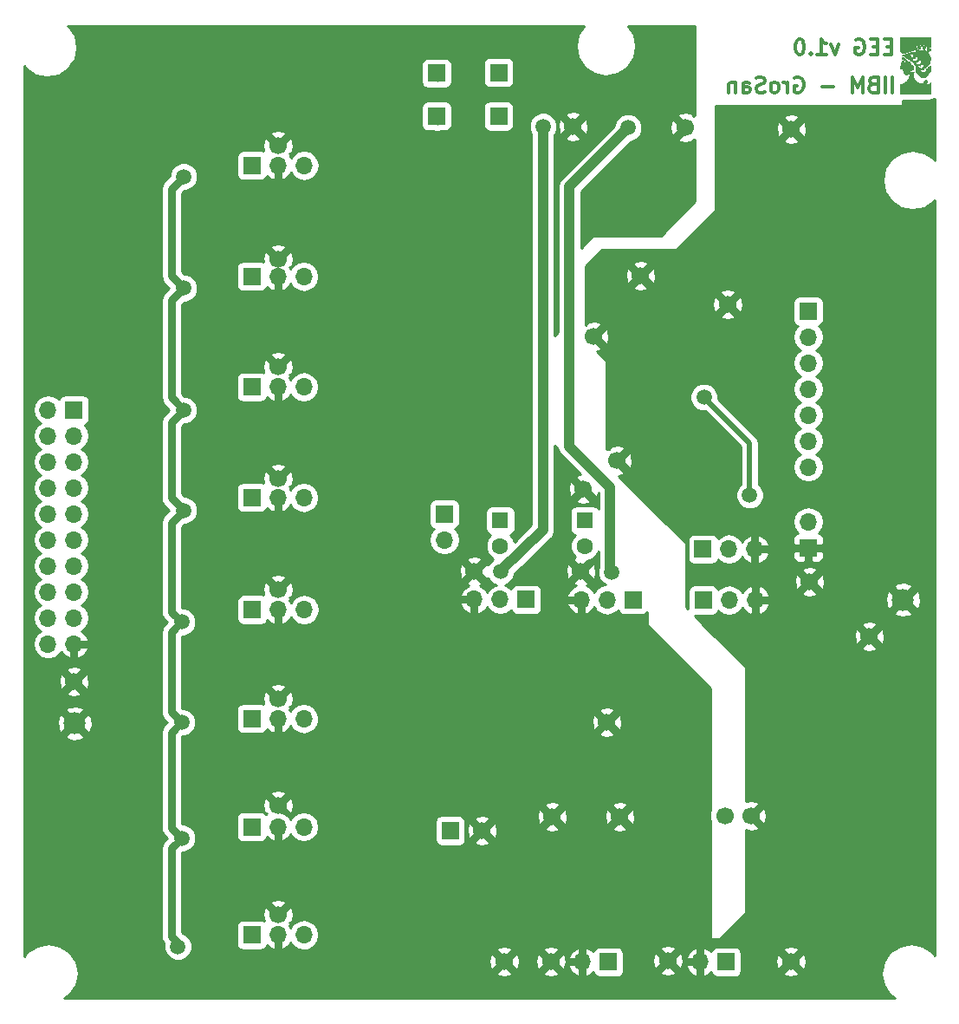
<source format=gbr>
G04 #@! TF.FileFunction,Copper,L2,Bot,Signal*
%FSLAX46Y46*%
G04 Gerber Fmt 4.6, Leading zero omitted, Abs format (unit mm)*
G04 Created by KiCad (PCBNEW 4.0.6) date 07/14/17 02:25:24*
%MOMM*%
%LPD*%
G01*
G04 APERTURE LIST*
%ADD10C,0.100000*%
%ADD11C,0.300000*%
%ADD12C,0.010000*%
%ADD13R,1.700000X1.700000*%
%ADD14O,1.700000X1.700000*%
%ADD15R,1.600000X1.600000*%
%ADD16C,1.600000*%
%ADD17C,2.143000*%
%ADD18C,1.700000*%
%ADD19C,1.500000*%
%ADD20C,0.508000*%
%ADD21C,0.762000*%
%ADD22C,0.248920*%
%ADD23C,1.016000*%
%ADD24C,0.254000*%
G04 APERTURE END LIST*
D10*
D11*
X200830071Y-27134357D02*
X200330071Y-27134357D01*
X200115785Y-27920071D02*
X200830071Y-27920071D01*
X200830071Y-26420071D01*
X200115785Y-26420071D01*
X199472928Y-27134357D02*
X198972928Y-27134357D01*
X198758642Y-27920071D02*
X199472928Y-27920071D01*
X199472928Y-26420071D01*
X198758642Y-26420071D01*
X197330071Y-26491500D02*
X197472928Y-26420071D01*
X197687214Y-26420071D01*
X197901499Y-26491500D01*
X198044357Y-26634357D01*
X198115785Y-26777214D01*
X198187214Y-27062929D01*
X198187214Y-27277214D01*
X198115785Y-27562929D01*
X198044357Y-27705786D01*
X197901499Y-27848643D01*
X197687214Y-27920071D01*
X197544357Y-27920071D01*
X197330071Y-27848643D01*
X197258642Y-27777214D01*
X197258642Y-27277214D01*
X197544357Y-27277214D01*
X195615785Y-26920071D02*
X195258642Y-27920071D01*
X194901500Y-26920071D01*
X193544357Y-27920071D02*
X194401500Y-27920071D01*
X193972928Y-27920071D02*
X193972928Y-26420071D01*
X194115785Y-26634357D01*
X194258643Y-26777214D01*
X194401500Y-26848643D01*
X192901500Y-27777214D02*
X192830072Y-27848643D01*
X192901500Y-27920071D01*
X192972929Y-27848643D01*
X192901500Y-27777214D01*
X192901500Y-27920071D01*
X191901500Y-26420071D02*
X191758643Y-26420071D01*
X191615786Y-26491500D01*
X191544357Y-26562929D01*
X191472928Y-26705786D01*
X191401500Y-26991500D01*
X191401500Y-27348643D01*
X191472928Y-27634357D01*
X191544357Y-27777214D01*
X191615786Y-27848643D01*
X191758643Y-27920071D01*
X191901500Y-27920071D01*
X192044357Y-27848643D01*
X192115786Y-27777214D01*
X192187214Y-27634357D01*
X192258643Y-27348643D01*
X192258643Y-26991500D01*
X192187214Y-26705786D01*
X192115786Y-26562929D01*
X192044357Y-26491500D01*
X191901500Y-26420071D01*
X200912928Y-31603071D02*
X200912928Y-30103071D01*
X200198642Y-31603071D02*
X200198642Y-30103071D01*
X198984356Y-30817357D02*
X198770070Y-30888786D01*
X198698642Y-30960214D01*
X198627213Y-31103071D01*
X198627213Y-31317357D01*
X198698642Y-31460214D01*
X198770070Y-31531643D01*
X198912928Y-31603071D01*
X199484356Y-31603071D01*
X199484356Y-30103071D01*
X198984356Y-30103071D01*
X198841499Y-30174500D01*
X198770070Y-30245929D01*
X198698642Y-30388786D01*
X198698642Y-30531643D01*
X198770070Y-30674500D01*
X198841499Y-30745929D01*
X198984356Y-30817357D01*
X199484356Y-30817357D01*
X197984356Y-31603071D02*
X197984356Y-30103071D01*
X197484356Y-31174500D01*
X196984356Y-30103071D01*
X196984356Y-31603071D01*
X195127213Y-31031643D02*
X193984356Y-31031643D01*
X191341499Y-30174500D02*
X191484356Y-30103071D01*
X191698642Y-30103071D01*
X191912927Y-30174500D01*
X192055785Y-30317357D01*
X192127213Y-30460214D01*
X192198642Y-30745929D01*
X192198642Y-30960214D01*
X192127213Y-31245929D01*
X192055785Y-31388786D01*
X191912927Y-31531643D01*
X191698642Y-31603071D01*
X191555785Y-31603071D01*
X191341499Y-31531643D01*
X191270070Y-31460214D01*
X191270070Y-30960214D01*
X191555785Y-30960214D01*
X190627213Y-31603071D02*
X190627213Y-30603071D01*
X190627213Y-30888786D02*
X190555785Y-30745929D01*
X190484356Y-30674500D01*
X190341499Y-30603071D01*
X190198642Y-30603071D01*
X189484356Y-31603071D02*
X189627214Y-31531643D01*
X189698642Y-31460214D01*
X189770071Y-31317357D01*
X189770071Y-30888786D01*
X189698642Y-30745929D01*
X189627214Y-30674500D01*
X189484356Y-30603071D01*
X189270071Y-30603071D01*
X189127214Y-30674500D01*
X189055785Y-30745929D01*
X188984356Y-30888786D01*
X188984356Y-31317357D01*
X189055785Y-31460214D01*
X189127214Y-31531643D01*
X189270071Y-31603071D01*
X189484356Y-31603071D01*
X188412928Y-31531643D02*
X188198642Y-31603071D01*
X187841499Y-31603071D01*
X187698642Y-31531643D01*
X187627213Y-31460214D01*
X187555785Y-31317357D01*
X187555785Y-31174500D01*
X187627213Y-31031643D01*
X187698642Y-30960214D01*
X187841499Y-30888786D01*
X188127213Y-30817357D01*
X188270071Y-30745929D01*
X188341499Y-30674500D01*
X188412928Y-30531643D01*
X188412928Y-30388786D01*
X188341499Y-30245929D01*
X188270071Y-30174500D01*
X188127213Y-30103071D01*
X187770071Y-30103071D01*
X187555785Y-30174500D01*
X186270071Y-31603071D02*
X186270071Y-30817357D01*
X186341500Y-30674500D01*
X186484357Y-30603071D01*
X186770071Y-30603071D01*
X186912928Y-30674500D01*
X186270071Y-31531643D02*
X186412928Y-31603071D01*
X186770071Y-31603071D01*
X186912928Y-31531643D01*
X186984357Y-31388786D01*
X186984357Y-31245929D01*
X186912928Y-31103071D01*
X186770071Y-31031643D01*
X186412928Y-31031643D01*
X186270071Y-30960214D01*
X185555785Y-30603071D02*
X185555785Y-31603071D01*
X185555785Y-30745929D02*
X185484357Y-30674500D01*
X185341499Y-30603071D01*
X185127214Y-30603071D01*
X184984357Y-30674500D01*
X184912928Y-30817357D01*
X184912928Y-31603071D01*
D12*
G36*
X201812831Y-28487718D02*
X201800775Y-28506594D01*
X201784735Y-28551893D01*
X201766875Y-28616659D01*
X201750636Y-28687738D01*
X201728812Y-28785990D01*
X201702991Y-28892319D01*
X201677176Y-28990587D01*
X201664057Y-29036616D01*
X201640816Y-29121784D01*
X201631847Y-29180094D01*
X201638912Y-29216476D01*
X201663773Y-29235864D01*
X201708191Y-29243188D01*
X201738093Y-29243867D01*
X201804777Y-29251038D01*
X201842825Y-29274881D01*
X201857027Y-29318892D01*
X201857429Y-29330960D01*
X201869141Y-29374155D01*
X201890835Y-29399540D01*
X201925915Y-29431233D01*
X201950019Y-29476320D01*
X201966428Y-29542595D01*
X201974147Y-29597505D01*
X201993134Y-29693569D01*
X202026922Y-29762112D01*
X202079594Y-29806023D01*
X202155233Y-29828193D01*
X202257923Y-29831513D01*
X202300847Y-29828770D01*
X202401750Y-29820390D01*
X202471862Y-29815308D01*
X202516603Y-29814613D01*
X202541389Y-29819394D01*
X202551639Y-29830741D01*
X202552772Y-29849741D01*
X202550205Y-29877485D01*
X202550096Y-29878867D01*
X202535026Y-29972188D01*
X202505156Y-30081291D01*
X202464756Y-30193150D01*
X202418099Y-30294736D01*
X202407116Y-30314951D01*
X202322747Y-30432545D01*
X202210276Y-30541397D01*
X202077714Y-30636067D01*
X201933073Y-30711117D01*
X201784363Y-30761108D01*
X201734964Y-30771315D01*
X201621572Y-30790778D01*
X201621572Y-31733067D01*
X204597000Y-31733067D01*
X204596932Y-31170034D01*
X204596867Y-31017415D01*
X204596577Y-30895583D01*
X204595859Y-30801461D01*
X204594508Y-30731968D01*
X204592322Y-30684025D01*
X204589096Y-30654555D01*
X204584627Y-30640476D01*
X204578712Y-30638711D01*
X204571146Y-30646181D01*
X204563060Y-30657800D01*
X204496963Y-30734917D01*
X204419583Y-30788758D01*
X204391712Y-30800606D01*
X204341195Y-30812270D01*
X204281344Y-30817709D01*
X204224554Y-30816854D01*
X204183215Y-30809637D01*
X204170709Y-30801833D01*
X204173969Y-30779368D01*
X204195253Y-30742501D01*
X204208166Y-30725525D01*
X204253891Y-30644698D01*
X204265046Y-30559489D01*
X204241227Y-30474993D01*
X204229773Y-30454600D01*
X204190485Y-30404685D01*
X204151611Y-30385595D01*
X204109956Y-30397740D01*
X204062325Y-30441531D01*
X204031871Y-30480000D01*
X203931893Y-30593522D01*
X203824598Y-30674086D01*
X203711527Y-30721577D01*
X203594220Y-30735879D01*
X203474221Y-30716877D01*
X203353070Y-30664454D01*
X203232309Y-30578495D01*
X203193029Y-30542962D01*
X203072483Y-30405246D01*
X202981435Y-30251706D01*
X202938659Y-30142493D01*
X202920093Y-30054773D01*
X202911414Y-29949948D01*
X202912678Y-29841603D01*
X202923945Y-29743327D01*
X202936732Y-29691058D01*
X202952087Y-29643173D01*
X202961967Y-29611125D01*
X202963947Y-29603700D01*
X202949549Y-29598218D01*
X202914421Y-29601508D01*
X202872134Y-29611305D01*
X202837143Y-29624867D01*
X202765295Y-29646908D01*
X202687974Y-29645169D01*
X202620447Y-29620334D01*
X202612298Y-29614800D01*
X202572652Y-29575841D01*
X202534215Y-29522640D01*
X202504861Y-29467837D01*
X202492462Y-29424072D01*
X202492429Y-29422341D01*
X202505329Y-29400775D01*
X202532740Y-29398006D01*
X202557173Y-29415079D01*
X202583271Y-29425553D01*
X202638929Y-29428363D01*
X202675492Y-29426744D01*
X202760827Y-29413896D01*
X202821617Y-29384624D01*
X202868026Y-29332384D01*
X202893735Y-29286200D01*
X202923214Y-29192233D01*
X202917193Y-29103907D01*
X202876171Y-29022600D01*
X202800643Y-28949688D01*
X202763068Y-28924511D01*
X202688978Y-28866126D01*
X202634066Y-28796605D01*
X202604587Y-28724840D01*
X202601286Y-28694598D01*
X202584690Y-28649192D01*
X202558483Y-28625805D01*
X202512528Y-28606550D01*
X202442251Y-28586926D01*
X202359489Y-28569382D01*
X202276081Y-28556368D01*
X202203864Y-28550335D01*
X202193072Y-28550179D01*
X202120500Y-28550171D01*
X202184000Y-28587985D01*
X202247500Y-28625800D01*
X202193684Y-28631512D01*
X202142476Y-28648186D01*
X202099301Y-28678078D01*
X202065794Y-28706320D01*
X202040071Y-28718893D01*
X202039154Y-28718934D01*
X202026322Y-28716371D01*
X202015959Y-28703947D01*
X202004693Y-28674558D01*
X201989149Y-28621102D01*
X201984256Y-28603353D01*
X201965073Y-28552568D01*
X201935901Y-28522395D01*
X201899599Y-28504933D01*
X201852242Y-28490486D01*
X201817225Y-28486768D01*
X201812831Y-28487718D01*
X201812831Y-28487718D01*
G37*
X201812831Y-28487718D02*
X201800775Y-28506594D01*
X201784735Y-28551893D01*
X201766875Y-28616659D01*
X201750636Y-28687738D01*
X201728812Y-28785990D01*
X201702991Y-28892319D01*
X201677176Y-28990587D01*
X201664057Y-29036616D01*
X201640816Y-29121784D01*
X201631847Y-29180094D01*
X201638912Y-29216476D01*
X201663773Y-29235864D01*
X201708191Y-29243188D01*
X201738093Y-29243867D01*
X201804777Y-29251038D01*
X201842825Y-29274881D01*
X201857027Y-29318892D01*
X201857429Y-29330960D01*
X201869141Y-29374155D01*
X201890835Y-29399540D01*
X201925915Y-29431233D01*
X201950019Y-29476320D01*
X201966428Y-29542595D01*
X201974147Y-29597505D01*
X201993134Y-29693569D01*
X202026922Y-29762112D01*
X202079594Y-29806023D01*
X202155233Y-29828193D01*
X202257923Y-29831513D01*
X202300847Y-29828770D01*
X202401750Y-29820390D01*
X202471862Y-29815308D01*
X202516603Y-29814613D01*
X202541389Y-29819394D01*
X202551639Y-29830741D01*
X202552772Y-29849741D01*
X202550205Y-29877485D01*
X202550096Y-29878867D01*
X202535026Y-29972188D01*
X202505156Y-30081291D01*
X202464756Y-30193150D01*
X202418099Y-30294736D01*
X202407116Y-30314951D01*
X202322747Y-30432545D01*
X202210276Y-30541397D01*
X202077714Y-30636067D01*
X201933073Y-30711117D01*
X201784363Y-30761108D01*
X201734964Y-30771315D01*
X201621572Y-30790778D01*
X201621572Y-31733067D01*
X204597000Y-31733067D01*
X204596932Y-31170034D01*
X204596867Y-31017415D01*
X204596577Y-30895583D01*
X204595859Y-30801461D01*
X204594508Y-30731968D01*
X204592322Y-30684025D01*
X204589096Y-30654555D01*
X204584627Y-30640476D01*
X204578712Y-30638711D01*
X204571146Y-30646181D01*
X204563060Y-30657800D01*
X204496963Y-30734917D01*
X204419583Y-30788758D01*
X204391712Y-30800606D01*
X204341195Y-30812270D01*
X204281344Y-30817709D01*
X204224554Y-30816854D01*
X204183215Y-30809637D01*
X204170709Y-30801833D01*
X204173969Y-30779368D01*
X204195253Y-30742501D01*
X204208166Y-30725525D01*
X204253891Y-30644698D01*
X204265046Y-30559489D01*
X204241227Y-30474993D01*
X204229773Y-30454600D01*
X204190485Y-30404685D01*
X204151611Y-30385595D01*
X204109956Y-30397740D01*
X204062325Y-30441531D01*
X204031871Y-30480000D01*
X203931893Y-30593522D01*
X203824598Y-30674086D01*
X203711527Y-30721577D01*
X203594220Y-30735879D01*
X203474221Y-30716877D01*
X203353070Y-30664454D01*
X203232309Y-30578495D01*
X203193029Y-30542962D01*
X203072483Y-30405246D01*
X202981435Y-30251706D01*
X202938659Y-30142493D01*
X202920093Y-30054773D01*
X202911414Y-29949948D01*
X202912678Y-29841603D01*
X202923945Y-29743327D01*
X202936732Y-29691058D01*
X202952087Y-29643173D01*
X202961967Y-29611125D01*
X202963947Y-29603700D01*
X202949549Y-29598218D01*
X202914421Y-29601508D01*
X202872134Y-29611305D01*
X202837143Y-29624867D01*
X202765295Y-29646908D01*
X202687974Y-29645169D01*
X202620447Y-29620334D01*
X202612298Y-29614800D01*
X202572652Y-29575841D01*
X202534215Y-29522640D01*
X202504861Y-29467837D01*
X202492462Y-29424072D01*
X202492429Y-29422341D01*
X202505329Y-29400775D01*
X202532740Y-29398006D01*
X202557173Y-29415079D01*
X202583271Y-29425553D01*
X202638929Y-29428363D01*
X202675492Y-29426744D01*
X202760827Y-29413896D01*
X202821617Y-29384624D01*
X202868026Y-29332384D01*
X202893735Y-29286200D01*
X202923214Y-29192233D01*
X202917193Y-29103907D01*
X202876171Y-29022600D01*
X202800643Y-28949688D01*
X202763068Y-28924511D01*
X202688978Y-28866126D01*
X202634066Y-28796605D01*
X202604587Y-28724840D01*
X202601286Y-28694598D01*
X202584690Y-28649192D01*
X202558483Y-28625805D01*
X202512528Y-28606550D01*
X202442251Y-28586926D01*
X202359489Y-28569382D01*
X202276081Y-28556368D01*
X202203864Y-28550335D01*
X202193072Y-28550179D01*
X202120500Y-28550171D01*
X202184000Y-28587985D01*
X202247500Y-28625800D01*
X202193684Y-28631512D01*
X202142476Y-28648186D01*
X202099301Y-28678078D01*
X202065794Y-28706320D01*
X202040071Y-28718893D01*
X202039154Y-28718934D01*
X202026322Y-28716371D01*
X202015959Y-28703947D01*
X202004693Y-28674558D01*
X201989149Y-28621102D01*
X201984256Y-28603353D01*
X201965073Y-28552568D01*
X201935901Y-28522395D01*
X201899599Y-28504933D01*
X201852242Y-28490486D01*
X201817225Y-28486768D01*
X201812831Y-28487718D01*
G36*
X201621572Y-27613632D02*
X201713794Y-27694145D01*
X201763228Y-27736209D01*
X201798041Y-27759393D01*
X201829993Y-27768067D01*
X201870847Y-27766602D01*
X201899758Y-27763254D01*
X201975812Y-27749194D01*
X202077125Y-27723395D01*
X202195970Y-27688227D01*
X202324618Y-27646058D01*
X202455341Y-27599257D01*
X202535591Y-27568339D01*
X202710002Y-27505097D01*
X202857650Y-27464620D01*
X202978660Y-27446935D01*
X203073159Y-27452066D01*
X203141273Y-27480040D01*
X203183128Y-27530882D01*
X203198849Y-27604618D01*
X203188650Y-27700866D01*
X203177300Y-27753832D01*
X203106955Y-27694516D01*
X203071401Y-27667218D01*
X203035340Y-27647359D01*
X202994923Y-27635455D01*
X202946301Y-27632020D01*
X202885625Y-27637567D01*
X202809046Y-27652610D01*
X202712716Y-27677664D01*
X202592786Y-27713242D01*
X202445406Y-27759860D01*
X202324999Y-27798959D01*
X202197908Y-27840630D01*
X202082888Y-27878635D01*
X201984128Y-27911567D01*
X201905814Y-27938017D01*
X201852136Y-27956580D01*
X201827279Y-27965848D01*
X201826070Y-27966606D01*
X201841606Y-27976416D01*
X201883869Y-28002795D01*
X201949363Y-28043568D01*
X202034593Y-28096562D01*
X202136063Y-28159603D01*
X202250278Y-28230518D01*
X202347286Y-28290719D01*
X202472373Y-28369075D01*
X202590006Y-28444180D01*
X202696157Y-28513353D01*
X202786797Y-28573915D01*
X202857898Y-28623185D01*
X202905432Y-28658483D01*
X202922427Y-28673338D01*
X202961367Y-28725939D01*
X202988155Y-28782522D01*
X202992499Y-28799005D01*
X203019345Y-28880770D01*
X203065644Y-28936516D01*
X203103904Y-28959159D01*
X203138163Y-28978525D01*
X203151235Y-28994104D01*
X203151215Y-28994226D01*
X203148694Y-29015985D01*
X203144081Y-29062749D01*
X203138228Y-29125769D01*
X203136118Y-29149218D01*
X203136341Y-29330851D01*
X203169125Y-29503799D01*
X203233162Y-29664531D01*
X203327143Y-29809514D01*
X203416106Y-29905431D01*
X203544870Y-30009666D01*
X203670857Y-30080144D01*
X203794099Y-30116874D01*
X203914623Y-30119864D01*
X204032459Y-30089122D01*
X204043643Y-30084391D01*
X204136707Y-30029127D01*
X204227823Y-29948674D01*
X204308838Y-29851209D01*
X204361263Y-29765782D01*
X204405938Y-29693707D01*
X204463357Y-29619295D01*
X204505555Y-29574067D01*
X204594318Y-29489400D01*
X204603138Y-29265411D01*
X204607100Y-29156795D01*
X204608216Y-29078694D01*
X204605096Y-29027786D01*
X204596348Y-29000746D01*
X204580581Y-28994251D01*
X204556406Y-29004978D01*
X204522430Y-29029603D01*
X204508880Y-29040174D01*
X204451135Y-29085082D01*
X204380439Y-29139599D01*
X204312012Y-29191986D01*
X204311468Y-29192400D01*
X204235559Y-29254970D01*
X204185247Y-29310304D01*
X204154265Y-29367374D01*
X204136349Y-29435151D01*
X204134578Y-29445685D01*
X204122720Y-29498486D01*
X204107459Y-29540603D01*
X204102899Y-29548717D01*
X204052409Y-29595297D01*
X203979817Y-29627225D01*
X203896870Y-29642053D01*
X203815313Y-29637335D01*
X203762429Y-29619651D01*
X203703798Y-29575671D01*
X203654691Y-29513550D01*
X203623792Y-29446054D01*
X203617584Y-29406740D01*
X203617286Y-29357946D01*
X203753357Y-29366097D01*
X203822980Y-29369463D01*
X203863898Y-29368402D01*
X203883528Y-29361703D01*
X203889287Y-29348159D01*
X203889429Y-29343923D01*
X203898425Y-29312573D01*
X203907572Y-29303133D01*
X203923172Y-29279091D01*
X203925714Y-29262033D01*
X203942642Y-29234708D01*
X203992428Y-29197660D01*
X204047713Y-29165665D01*
X204200693Y-29065911D01*
X204241282Y-29028195D01*
X203900875Y-29028195D01*
X203873326Y-29112933D01*
X203818928Y-29184732D01*
X203745505Y-29227893D01*
X203653851Y-29242144D01*
X203544760Y-29227215D01*
X203540727Y-29226184D01*
X203480836Y-29201460D01*
X203422674Y-29162501D01*
X203375439Y-29117266D01*
X203348328Y-29073715D01*
X203345143Y-29056934D01*
X203360529Y-29005864D01*
X203402161Y-28971380D01*
X203463247Y-28956063D01*
X203536997Y-28962489D01*
X203569055Y-28971914D01*
X203603229Y-28979324D01*
X203619470Y-28964121D01*
X203624270Y-28949265D01*
X203653269Y-28888364D01*
X203698170Y-28844923D01*
X203751247Y-28821754D01*
X203804776Y-28821668D01*
X203851033Y-28847478D01*
X203863430Y-28862222D01*
X203897927Y-28940873D01*
X203900875Y-29028195D01*
X204241282Y-29028195D01*
X204328042Y-28947579D01*
X204429174Y-28814389D01*
X204503502Y-28670062D01*
X204512564Y-28640764D01*
X203654253Y-28640764D01*
X203641967Y-28710615D01*
X203614289Y-28760977D01*
X203548517Y-28813393D01*
X203462606Y-28845156D01*
X203366653Y-28854336D01*
X203270755Y-28839002D01*
X203247821Y-28831052D01*
X203201401Y-28805121D01*
X203156042Y-28767778D01*
X203121947Y-28728756D01*
X203109286Y-28698947D01*
X203121020Y-28677593D01*
X203149684Y-28645889D01*
X203153818Y-28641964D01*
X203197920Y-28612343D01*
X203254230Y-28601047D01*
X203278664Y-28600400D01*
X203327972Y-28598864D01*
X203354266Y-28588370D01*
X203369267Y-28560088D01*
X203379462Y-28524476D01*
X203409421Y-28456980D01*
X203453629Y-28414780D01*
X203507546Y-28401204D01*
X203539544Y-28407093D01*
X203588879Y-28440089D01*
X203625749Y-28496220D01*
X203648194Y-28566205D01*
X203654253Y-28640764D01*
X204512564Y-28640764D01*
X204550442Y-28518318D01*
X204569407Y-28362878D01*
X204565113Y-28293321D01*
X203345143Y-28293321D01*
X203332223Y-28362317D01*
X203298752Y-28427532D01*
X203264868Y-28463874D01*
X203185962Y-28504753D01*
X203091076Y-28523233D01*
X202991915Y-28518810D01*
X202900186Y-28490976D01*
X202880115Y-28480491D01*
X202826756Y-28436296D01*
X202805891Y-28388781D01*
X202815048Y-28343670D01*
X202851753Y-28306689D01*
X202913533Y-28283561D01*
X202967305Y-28278667D01*
X203019800Y-28277467D01*
X203045539Y-28270123D01*
X203054049Y-28251015D01*
X203054857Y-28227026D01*
X203066481Y-28157286D01*
X203097596Y-28103893D01*
X203142567Y-28071714D01*
X203195761Y-28065615D01*
X203229195Y-28076456D01*
X203269703Y-28111160D01*
X203306981Y-28167091D01*
X203334352Y-28231760D01*
X203345141Y-28292681D01*
X203345143Y-28293321D01*
X204565113Y-28293321D01*
X204559812Y-28207462D01*
X204521071Y-28055790D01*
X204516730Y-28046647D01*
X202945755Y-28046647D01*
X202941654Y-28110028D01*
X202934988Y-28133349D01*
X202909379Y-28152157D01*
X202859166Y-28159000D01*
X202793771Y-28153663D01*
X202728914Y-28138011D01*
X202659141Y-28098645D01*
X202609848Y-28035232D01*
X202585191Y-27953969D01*
X202583143Y-27920563D01*
X202583143Y-27838400D01*
X202702264Y-27838400D01*
X202788176Y-27841873D01*
X202846951Y-27854528D01*
X202887198Y-27879721D01*
X202917525Y-27920808D01*
X202918598Y-27922728D01*
X202937609Y-27978306D01*
X202945755Y-28046647D01*
X204516730Y-28046647D01*
X204452598Y-27911584D01*
X204353808Y-27778563D01*
X204277834Y-27704000D01*
X204140998Y-27602654D01*
X203995542Y-27531638D01*
X203837127Y-27489581D01*
X203661416Y-27475113D01*
X203562857Y-27477969D01*
X203497841Y-27480867D01*
X203454900Y-27476911D01*
X203419946Y-27462056D01*
X203378893Y-27432260D01*
X203364986Y-27421168D01*
X203273410Y-27333835D01*
X203212264Y-27244219D01*
X203183809Y-27155939D01*
X203181977Y-27128118D01*
X203197901Y-27039147D01*
X203242863Y-26968019D01*
X203313100Y-26918099D01*
X203404847Y-26892753D01*
X203448072Y-26890245D01*
X203536764Y-26902318D01*
X203606727Y-26940635D01*
X203662232Y-27007992D01*
X203680776Y-27042514D01*
X203714518Y-27112351D01*
X203733938Y-27056862D01*
X203763861Y-27008218D01*
X203811633Y-26964554D01*
X203816857Y-26961114D01*
X203893086Y-26931468D01*
X203976671Y-26928851D01*
X204059927Y-26949622D01*
X204135168Y-26990143D01*
X204194709Y-27046771D01*
X204230864Y-27115867D01*
X204238105Y-27160645D01*
X204239911Y-27196530D01*
X204242097Y-27211859D01*
X204242139Y-27211867D01*
X204258161Y-27204954D01*
X204295688Y-27187516D01*
X204315786Y-27178000D01*
X204391606Y-27153165D01*
X204471767Y-27144767D01*
X204541668Y-27153775D01*
X204561907Y-27161663D01*
X204572099Y-27165752D01*
X204580099Y-27164308D01*
X204586172Y-27153810D01*
X204590584Y-27130738D01*
X204593598Y-27091571D01*
X204595482Y-27032790D01*
X204596500Y-26950874D01*
X204596918Y-26842303D01*
X204597000Y-26703556D01*
X204597000Y-26212800D01*
X201621572Y-26212800D01*
X201621572Y-27613632D01*
X201621572Y-27613632D01*
G37*
X201621572Y-27613632D02*
X201713794Y-27694145D01*
X201763228Y-27736209D01*
X201798041Y-27759393D01*
X201829993Y-27768067D01*
X201870847Y-27766602D01*
X201899758Y-27763254D01*
X201975812Y-27749194D01*
X202077125Y-27723395D01*
X202195970Y-27688227D01*
X202324618Y-27646058D01*
X202455341Y-27599257D01*
X202535591Y-27568339D01*
X202710002Y-27505097D01*
X202857650Y-27464620D01*
X202978660Y-27446935D01*
X203073159Y-27452066D01*
X203141273Y-27480040D01*
X203183128Y-27530882D01*
X203198849Y-27604618D01*
X203188650Y-27700866D01*
X203177300Y-27753832D01*
X203106955Y-27694516D01*
X203071401Y-27667218D01*
X203035340Y-27647359D01*
X202994923Y-27635455D01*
X202946301Y-27632020D01*
X202885625Y-27637567D01*
X202809046Y-27652610D01*
X202712716Y-27677664D01*
X202592786Y-27713242D01*
X202445406Y-27759860D01*
X202324999Y-27798959D01*
X202197908Y-27840630D01*
X202082888Y-27878635D01*
X201984128Y-27911567D01*
X201905814Y-27938017D01*
X201852136Y-27956580D01*
X201827279Y-27965848D01*
X201826070Y-27966606D01*
X201841606Y-27976416D01*
X201883869Y-28002795D01*
X201949363Y-28043568D01*
X202034593Y-28096562D01*
X202136063Y-28159603D01*
X202250278Y-28230518D01*
X202347286Y-28290719D01*
X202472373Y-28369075D01*
X202590006Y-28444180D01*
X202696157Y-28513353D01*
X202786797Y-28573915D01*
X202857898Y-28623185D01*
X202905432Y-28658483D01*
X202922427Y-28673338D01*
X202961367Y-28725939D01*
X202988155Y-28782522D01*
X202992499Y-28799005D01*
X203019345Y-28880770D01*
X203065644Y-28936516D01*
X203103904Y-28959159D01*
X203138163Y-28978525D01*
X203151235Y-28994104D01*
X203151215Y-28994226D01*
X203148694Y-29015985D01*
X203144081Y-29062749D01*
X203138228Y-29125769D01*
X203136118Y-29149218D01*
X203136341Y-29330851D01*
X203169125Y-29503799D01*
X203233162Y-29664531D01*
X203327143Y-29809514D01*
X203416106Y-29905431D01*
X203544870Y-30009666D01*
X203670857Y-30080144D01*
X203794099Y-30116874D01*
X203914623Y-30119864D01*
X204032459Y-30089122D01*
X204043643Y-30084391D01*
X204136707Y-30029127D01*
X204227823Y-29948674D01*
X204308838Y-29851209D01*
X204361263Y-29765782D01*
X204405938Y-29693707D01*
X204463357Y-29619295D01*
X204505555Y-29574067D01*
X204594318Y-29489400D01*
X204603138Y-29265411D01*
X204607100Y-29156795D01*
X204608216Y-29078694D01*
X204605096Y-29027786D01*
X204596348Y-29000746D01*
X204580581Y-28994251D01*
X204556406Y-29004978D01*
X204522430Y-29029603D01*
X204508880Y-29040174D01*
X204451135Y-29085082D01*
X204380439Y-29139599D01*
X204312012Y-29191986D01*
X204311468Y-29192400D01*
X204235559Y-29254970D01*
X204185247Y-29310304D01*
X204154265Y-29367374D01*
X204136349Y-29435151D01*
X204134578Y-29445685D01*
X204122720Y-29498486D01*
X204107459Y-29540603D01*
X204102899Y-29548717D01*
X204052409Y-29595297D01*
X203979817Y-29627225D01*
X203896870Y-29642053D01*
X203815313Y-29637335D01*
X203762429Y-29619651D01*
X203703798Y-29575671D01*
X203654691Y-29513550D01*
X203623792Y-29446054D01*
X203617584Y-29406740D01*
X203617286Y-29357946D01*
X203753357Y-29366097D01*
X203822980Y-29369463D01*
X203863898Y-29368402D01*
X203883528Y-29361703D01*
X203889287Y-29348159D01*
X203889429Y-29343923D01*
X203898425Y-29312573D01*
X203907572Y-29303133D01*
X203923172Y-29279091D01*
X203925714Y-29262033D01*
X203942642Y-29234708D01*
X203992428Y-29197660D01*
X204047713Y-29165665D01*
X204200693Y-29065911D01*
X204241282Y-29028195D01*
X203900875Y-29028195D01*
X203873326Y-29112933D01*
X203818928Y-29184732D01*
X203745505Y-29227893D01*
X203653851Y-29242144D01*
X203544760Y-29227215D01*
X203540727Y-29226184D01*
X203480836Y-29201460D01*
X203422674Y-29162501D01*
X203375439Y-29117266D01*
X203348328Y-29073715D01*
X203345143Y-29056934D01*
X203360529Y-29005864D01*
X203402161Y-28971380D01*
X203463247Y-28956063D01*
X203536997Y-28962489D01*
X203569055Y-28971914D01*
X203603229Y-28979324D01*
X203619470Y-28964121D01*
X203624270Y-28949265D01*
X203653269Y-28888364D01*
X203698170Y-28844923D01*
X203751247Y-28821754D01*
X203804776Y-28821668D01*
X203851033Y-28847478D01*
X203863430Y-28862222D01*
X203897927Y-28940873D01*
X203900875Y-29028195D01*
X204241282Y-29028195D01*
X204328042Y-28947579D01*
X204429174Y-28814389D01*
X204503502Y-28670062D01*
X204512564Y-28640764D01*
X203654253Y-28640764D01*
X203641967Y-28710615D01*
X203614289Y-28760977D01*
X203548517Y-28813393D01*
X203462606Y-28845156D01*
X203366653Y-28854336D01*
X203270755Y-28839002D01*
X203247821Y-28831052D01*
X203201401Y-28805121D01*
X203156042Y-28767778D01*
X203121947Y-28728756D01*
X203109286Y-28698947D01*
X203121020Y-28677593D01*
X203149684Y-28645889D01*
X203153818Y-28641964D01*
X203197920Y-28612343D01*
X203254230Y-28601047D01*
X203278664Y-28600400D01*
X203327972Y-28598864D01*
X203354266Y-28588370D01*
X203369267Y-28560088D01*
X203379462Y-28524476D01*
X203409421Y-28456980D01*
X203453629Y-28414780D01*
X203507546Y-28401204D01*
X203539544Y-28407093D01*
X203588879Y-28440089D01*
X203625749Y-28496220D01*
X203648194Y-28566205D01*
X203654253Y-28640764D01*
X204512564Y-28640764D01*
X204550442Y-28518318D01*
X204569407Y-28362878D01*
X204565113Y-28293321D01*
X203345143Y-28293321D01*
X203332223Y-28362317D01*
X203298752Y-28427532D01*
X203264868Y-28463874D01*
X203185962Y-28504753D01*
X203091076Y-28523233D01*
X202991915Y-28518810D01*
X202900186Y-28490976D01*
X202880115Y-28480491D01*
X202826756Y-28436296D01*
X202805891Y-28388781D01*
X202815048Y-28343670D01*
X202851753Y-28306689D01*
X202913533Y-28283561D01*
X202967305Y-28278667D01*
X203019800Y-28277467D01*
X203045539Y-28270123D01*
X203054049Y-28251015D01*
X203054857Y-28227026D01*
X203066481Y-28157286D01*
X203097596Y-28103893D01*
X203142567Y-28071714D01*
X203195761Y-28065615D01*
X203229195Y-28076456D01*
X203269703Y-28111160D01*
X203306981Y-28167091D01*
X203334352Y-28231760D01*
X203345141Y-28292681D01*
X203345143Y-28293321D01*
X204565113Y-28293321D01*
X204559812Y-28207462D01*
X204521071Y-28055790D01*
X204516730Y-28046647D01*
X202945755Y-28046647D01*
X202941654Y-28110028D01*
X202934988Y-28133349D01*
X202909379Y-28152157D01*
X202859166Y-28159000D01*
X202793771Y-28153663D01*
X202728914Y-28138011D01*
X202659141Y-28098645D01*
X202609848Y-28035232D01*
X202585191Y-27953969D01*
X202583143Y-27920563D01*
X202583143Y-27838400D01*
X202702264Y-27838400D01*
X202788176Y-27841873D01*
X202846951Y-27854528D01*
X202887198Y-27879721D01*
X202917525Y-27920808D01*
X202918598Y-27922728D01*
X202937609Y-27978306D01*
X202945755Y-28046647D01*
X204516730Y-28046647D01*
X204452598Y-27911584D01*
X204353808Y-27778563D01*
X204277834Y-27704000D01*
X204140998Y-27602654D01*
X203995542Y-27531638D01*
X203837127Y-27489581D01*
X203661416Y-27475113D01*
X203562857Y-27477969D01*
X203497841Y-27480867D01*
X203454900Y-27476911D01*
X203419946Y-27462056D01*
X203378893Y-27432260D01*
X203364986Y-27421168D01*
X203273410Y-27333835D01*
X203212264Y-27244219D01*
X203183809Y-27155939D01*
X203181977Y-27128118D01*
X203197901Y-27039147D01*
X203242863Y-26968019D01*
X203313100Y-26918099D01*
X203404847Y-26892753D01*
X203448072Y-26890245D01*
X203536764Y-26902318D01*
X203606727Y-26940635D01*
X203662232Y-27007992D01*
X203680776Y-27042514D01*
X203714518Y-27112351D01*
X203733938Y-27056862D01*
X203763861Y-27008218D01*
X203811633Y-26964554D01*
X203816857Y-26961114D01*
X203893086Y-26931468D01*
X203976671Y-26928851D01*
X204059927Y-26949622D01*
X204135168Y-26990143D01*
X204194709Y-27046771D01*
X204230864Y-27115867D01*
X204238105Y-27160645D01*
X204239911Y-27196530D01*
X204242097Y-27211859D01*
X204242139Y-27211867D01*
X204258161Y-27204954D01*
X204295688Y-27187516D01*
X204315786Y-27178000D01*
X204391606Y-27153165D01*
X204471767Y-27144767D01*
X204541668Y-27153775D01*
X204561907Y-27161663D01*
X204572099Y-27165752D01*
X204580099Y-27164308D01*
X204586172Y-27153810D01*
X204590584Y-27130738D01*
X204593598Y-27091571D01*
X204595482Y-27032790D01*
X204596500Y-26950874D01*
X204596918Y-26842303D01*
X204597000Y-26703556D01*
X204597000Y-26212800D01*
X201621572Y-26212800D01*
X201621572Y-27613632D01*
G36*
X201819440Y-28179532D02*
X201807314Y-28192551D01*
X201804611Y-28224564D01*
X201806588Y-28265967D01*
X201812072Y-28354867D01*
X202038857Y-28426686D01*
X202144606Y-28458672D01*
X202231396Y-28481922D01*
X202295878Y-28495782D01*
X202334704Y-28499599D01*
X202344524Y-28492720D01*
X202337307Y-28484901D01*
X202224938Y-28397572D01*
X202118620Y-28321190D01*
X202022555Y-28258381D01*
X201940947Y-28211770D01*
X201877997Y-28183983D01*
X201844596Y-28177067D01*
X201819440Y-28179532D01*
X201819440Y-28179532D01*
G37*
X201819440Y-28179532D02*
X201807314Y-28192551D01*
X201804611Y-28224564D01*
X201806588Y-28265967D01*
X201812072Y-28354867D01*
X202038857Y-28426686D01*
X202144606Y-28458672D01*
X202231396Y-28481922D01*
X202295878Y-28495782D01*
X202334704Y-28499599D01*
X202344524Y-28492720D01*
X202337307Y-28484901D01*
X202224938Y-28397572D01*
X202118620Y-28321190D01*
X202022555Y-28258381D01*
X201940947Y-28211770D01*
X201877997Y-28183983D01*
X201844596Y-28177067D01*
X201819440Y-28179532D01*
G36*
X204363113Y-27278616D02*
X204324573Y-27311990D01*
X204288586Y-27366056D01*
X204262159Y-27427894D01*
X204252286Y-27482966D01*
X204264082Y-27546424D01*
X204294120Y-27608595D01*
X204329184Y-27648458D01*
X204348293Y-27655363D01*
X204362903Y-27636515D01*
X204371202Y-27613358D01*
X204395253Y-27570034D01*
X204441784Y-27535998D01*
X204467050Y-27523739D01*
X204529733Y-27490896D01*
X204564214Y-27457960D01*
X204577571Y-27416929D01*
X204578579Y-27397668D01*
X204562889Y-27340458D01*
X204521541Y-27295899D01*
X204464329Y-27269400D01*
X204401040Y-27266370D01*
X204363113Y-27278616D01*
X204363113Y-27278616D01*
G37*
X204363113Y-27278616D02*
X204324573Y-27311990D01*
X204288586Y-27366056D01*
X204262159Y-27427894D01*
X204252286Y-27482966D01*
X204264082Y-27546424D01*
X204294120Y-27608595D01*
X204329184Y-27648458D01*
X204348293Y-27655363D01*
X204362903Y-27636515D01*
X204371202Y-27613358D01*
X204395253Y-27570034D01*
X204441784Y-27535998D01*
X204467050Y-27523739D01*
X204529733Y-27490896D01*
X204564214Y-27457960D01*
X204577571Y-27416929D01*
X204578579Y-27397668D01*
X204562889Y-27340458D01*
X204521541Y-27295899D01*
X204464329Y-27269400D01*
X204401040Y-27266370D01*
X204363113Y-27278616D01*
G36*
X203956737Y-27032068D02*
X203886136Y-27059736D01*
X203839471Y-27112130D01*
X203818120Y-27187450D01*
X203816857Y-27214803D01*
X203819805Y-27268481D01*
X203833311Y-27306607D01*
X203864374Y-27344226D01*
X203887294Y-27366259D01*
X203940548Y-27411668D01*
X203974136Y-27429534D01*
X203989219Y-27420045D01*
X203986960Y-27383390D01*
X203986745Y-27382374D01*
X203984574Y-27349600D01*
X203997781Y-27319547D01*
X204031837Y-27282131D01*
X204050698Y-27264511D01*
X204101942Y-27209518D01*
X204121499Y-27163341D01*
X204110033Y-27119454D01*
X204070130Y-27073117D01*
X204028727Y-27040002D01*
X203992654Y-27028873D01*
X203956737Y-27032068D01*
X203956737Y-27032068D01*
G37*
X203956737Y-27032068D02*
X203886136Y-27059736D01*
X203839471Y-27112130D01*
X203818120Y-27187450D01*
X203816857Y-27214803D01*
X203819805Y-27268481D01*
X203833311Y-27306607D01*
X203864374Y-27344226D01*
X203887294Y-27366259D01*
X203940548Y-27411668D01*
X203974136Y-27429534D01*
X203989219Y-27420045D01*
X203986960Y-27383390D01*
X203986745Y-27382374D01*
X203984574Y-27349600D01*
X203997781Y-27319547D01*
X204031837Y-27282131D01*
X204050698Y-27264511D01*
X204101942Y-27209518D01*
X204121499Y-27163341D01*
X204110033Y-27119454D01*
X204070130Y-27073117D01*
X204028727Y-27040002D01*
X203992654Y-27028873D01*
X203956737Y-27032068D01*
G36*
X203347972Y-27020932D02*
X203308571Y-27067461D01*
X203293661Y-27128846D01*
X203301687Y-27196362D01*
X203331096Y-27261285D01*
X203380333Y-27314889D01*
X203403015Y-27329966D01*
X203445888Y-27348898D01*
X203490995Y-27360948D01*
X203529526Y-27365270D01*
X203552675Y-27361016D01*
X203551633Y-27347338D01*
X203548343Y-27343947D01*
X203530837Y-27307245D01*
X203529272Y-27254272D01*
X203543190Y-27198968D01*
X203553786Y-27178000D01*
X203577984Y-27116680D01*
X203568135Y-27064051D01*
X203536595Y-27026435D01*
X203475896Y-26993452D01*
X203409429Y-26992860D01*
X203347972Y-27020932D01*
X203347972Y-27020932D01*
G37*
X203347972Y-27020932D02*
X203308571Y-27067461D01*
X203293661Y-27128846D01*
X203301687Y-27196362D01*
X203331096Y-27261285D01*
X203380333Y-27314889D01*
X203403015Y-27329966D01*
X203445888Y-27348898D01*
X203490995Y-27360948D01*
X203529526Y-27365270D01*
X203552675Y-27361016D01*
X203551633Y-27347338D01*
X203548343Y-27343947D01*
X203530837Y-27307245D01*
X203529272Y-27254272D01*
X203543190Y-27198968D01*
X203553786Y-27178000D01*
X203577984Y-27116680D01*
X203568135Y-27064051D01*
X203536595Y-27026435D01*
X203475896Y-26993452D01*
X203409429Y-26992860D01*
X203347972Y-27020932D01*
D13*
X175539400Y-81153000D03*
D14*
X172999400Y-81153000D03*
X170459400Y-81153000D03*
D13*
X138303000Y-38735000D03*
D14*
X140843000Y-38735000D03*
X143383000Y-38735000D03*
D13*
X138266840Y-60370000D03*
D14*
X140806840Y-60370000D03*
X143346840Y-60370000D03*
D13*
X182397400Y-81178400D03*
D14*
X184937400Y-81178400D03*
X187477400Y-81178400D03*
D13*
X165100000Y-81127600D03*
D14*
X162560000Y-81127600D03*
X160020000Y-81127600D03*
D13*
X138316840Y-82120000D03*
D14*
X140856840Y-82120000D03*
X143396840Y-82120000D03*
D13*
X138266840Y-92755000D03*
D14*
X140806840Y-92755000D03*
X143346840Y-92755000D03*
D13*
X138266840Y-49575000D03*
D14*
X140806840Y-49575000D03*
X143346840Y-49575000D03*
D13*
X138266840Y-103315000D03*
D14*
X140806840Y-103315000D03*
X143346840Y-103315000D03*
D13*
X138266840Y-71165000D03*
D14*
X140806840Y-71165000D03*
X143346840Y-71165000D03*
D13*
X138266840Y-113875000D03*
D14*
X140806840Y-113875000D03*
X143346840Y-113875000D03*
D13*
X156337000Y-29718000D03*
X156337000Y-33909000D03*
X162394900Y-33921700D03*
X162394900Y-29654500D03*
X192659000Y-76073000D03*
D14*
X192659000Y-73533000D03*
D13*
X182372000Y-76200000D03*
D14*
X184912000Y-76200000D03*
X187452000Y-76200000D03*
D13*
X184632600Y-116509800D03*
D14*
X182092600Y-116509800D03*
D13*
X173126400Y-116509800D03*
D14*
X170586400Y-116509800D03*
D13*
X192659000Y-52959000D03*
D14*
X192659000Y-55499000D03*
X192659000Y-58039000D03*
X192659000Y-60579000D03*
X192659000Y-63119000D03*
X192659000Y-65659000D03*
X192659000Y-68199000D03*
D13*
X157099000Y-72771000D03*
D14*
X157099000Y-75311000D03*
D15*
X162560000Y-73406000D03*
D16*
X162560000Y-75906000D03*
D15*
X170815000Y-73406000D03*
D16*
X170815000Y-75906000D03*
D17*
X120967500Y-93218000D03*
X201930000Y-81153000D03*
D13*
X120904000Y-62611000D03*
D14*
X118364000Y-62611000D03*
X120904000Y-65151000D03*
X118364000Y-65151000D03*
X120904000Y-67691000D03*
X118364000Y-67691000D03*
X120904000Y-70231000D03*
X118364000Y-70231000D03*
X120904000Y-72771000D03*
X118364000Y-72771000D03*
X120904000Y-75311000D03*
X118364000Y-75311000D03*
X120904000Y-77851000D03*
X118364000Y-77851000D03*
X120904000Y-80391000D03*
X118364000Y-80391000D03*
X120904000Y-82931000D03*
X118364000Y-82931000D03*
X120904000Y-85471000D03*
X118364000Y-85471000D03*
D13*
X157670500Y-103695500D03*
D18*
X184492900Y-102235000D03*
X162941000Y-116459000D03*
X167513000Y-116459000D03*
X178943000Y-116395500D03*
X190944500Y-116459000D03*
X187071000Y-102235000D03*
X174244000Y-102362000D03*
X167640000Y-102362000D03*
X160782000Y-103695500D03*
X172974000Y-93091000D03*
X198628000Y-84709000D03*
X192786000Y-79375000D03*
X170434000Y-78359000D03*
X160020000Y-78359000D03*
X140843000Y-101219000D03*
X140843000Y-90805000D03*
X140843000Y-80137000D03*
X140843000Y-69342000D03*
X140843000Y-111887000D03*
X140843000Y-58420000D03*
X140843000Y-47879000D03*
X140843000Y-36830000D03*
X120904000Y-89154000D03*
X170688000Y-70358000D03*
X184785000Y-52324000D03*
X173990000Y-67564000D03*
X171704000Y-55435500D03*
X176276000Y-49530000D03*
X191008000Y-35179000D03*
X180657500Y-35052000D03*
X169672000Y-34925000D03*
D19*
X131616840Y-62620000D03*
X131416840Y-104420000D03*
X131616840Y-39820000D03*
X131064000Y-114998500D03*
X131416840Y-93120000D03*
X131416840Y-83320000D03*
X131616840Y-72420000D03*
X131616840Y-50720000D03*
X175056800Y-35052000D03*
X173431200Y-78422500D03*
X182460900Y-61353700D03*
X186944000Y-70933000D03*
X166751000Y-34925000D03*
X162585400Y-78371700D03*
D20*
X140843000Y-101155500D02*
X140779500Y-101155500D01*
D21*
X160591500Y-103670100D02*
X160591500Y-103822500D01*
X160616900Y-103644700D02*
X160591500Y-103670100D01*
D20*
X140802960Y-111838140D02*
X140802960Y-111838500D01*
X140804900Y-111836200D02*
X140802960Y-111838140D01*
X140802960Y-90692640D02*
X140802960Y-90693000D01*
X140804900Y-90690700D02*
X140802960Y-90692640D01*
X140804900Y-58279940D02*
X140804900Y-58280300D01*
X140806840Y-58278000D02*
X140804900Y-58279940D01*
X140804900Y-36686060D02*
X140804900Y-36677600D01*
X140806840Y-36688000D02*
X140804900Y-36686060D01*
X173126400Y-92913200D02*
X173113700Y-92913200D01*
X184785000Y-52285000D02*
X184785000Y-52264000D01*
X184800000Y-52300000D02*
X184785000Y-52285000D01*
X140806840Y-80249000D02*
X140806840Y-79995000D01*
X140806840Y-69200000D02*
X140806840Y-69073000D01*
D21*
X131064000Y-114650320D02*
X131064000Y-114998500D01*
X130416840Y-114003160D02*
X131064000Y-114650320D01*
X130416840Y-105420000D02*
X130416840Y-114003160D01*
X131416840Y-104420000D02*
X130416840Y-105420000D01*
X130410000Y-103413160D02*
X131416840Y-104420000D01*
X130410000Y-94110000D02*
X130410000Y-103413160D01*
X131400000Y-93120000D02*
X130410000Y-94110000D01*
X131416840Y-93120000D02*
X131400000Y-93120000D01*
X131416840Y-83320000D02*
X131400000Y-83320000D01*
X131400000Y-83320000D02*
X130410000Y-84310000D01*
X130410000Y-84310000D02*
X130410000Y-92113160D01*
X130410000Y-92113160D02*
X131416840Y-93120000D01*
X131616840Y-72420000D02*
X130416840Y-73620000D01*
X130416840Y-73620000D02*
X130416840Y-82320000D01*
X130416840Y-82320000D02*
X131416840Y-83320000D01*
X131616840Y-62620000D02*
X130416840Y-63820000D01*
X130416840Y-63820000D02*
X130416840Y-71203160D01*
X131616840Y-72403160D02*
X131616840Y-72420000D01*
X130416840Y-71203160D02*
X131616840Y-72403160D01*
X131616840Y-50720000D02*
X130416840Y-51920000D01*
X130416840Y-51920000D02*
X130416840Y-61403160D01*
X131616840Y-62603160D02*
X131616840Y-62620000D01*
X130416840Y-61403160D02*
X131616840Y-62603160D01*
X131616840Y-39820000D02*
X130416840Y-41020000D01*
X130416840Y-41020000D02*
X130416840Y-49520000D01*
X130416840Y-49520000D02*
X131616840Y-50720000D01*
D20*
X130410000Y-61410000D02*
X130410000Y-51910000D01*
X130410000Y-71210000D02*
X130410000Y-63810000D01*
D22*
X130410000Y-63810000D02*
X130410000Y-71210000D01*
X130410000Y-51910000D02*
X130410000Y-61410000D01*
D20*
X131616840Y-62620000D02*
X130416840Y-61420000D01*
X131616840Y-72420000D02*
X130416840Y-71220000D01*
D22*
X131616840Y-72420000D02*
X130416840Y-73620000D01*
X131616840Y-62620000D02*
X130416840Y-63820000D01*
D20*
X130416840Y-41020000D02*
X130416840Y-49520000D01*
X130416840Y-49520000D02*
X131616840Y-50720000D01*
D22*
X131616840Y-39820000D02*
X130416840Y-41020000D01*
D20*
X130410000Y-82310000D02*
X130410000Y-73610000D01*
X130410000Y-92110000D02*
X130410000Y-84310000D01*
D22*
X130410000Y-84310000D02*
X130410000Y-92110000D01*
D20*
X130410000Y-103410000D02*
X130410000Y-94110000D01*
D22*
X130410000Y-94010000D02*
X130410000Y-103410000D01*
D20*
X130410000Y-114010000D02*
X130410000Y-105410000D01*
D22*
X130410000Y-105410000D02*
X130410000Y-114010000D01*
X130410000Y-73610000D02*
X130410000Y-82310000D01*
D20*
X131616840Y-50720000D02*
X130416840Y-49520000D01*
D22*
X131616840Y-50720000D02*
X130416840Y-51920000D01*
D20*
X131416840Y-83320000D02*
X130416840Y-82320000D01*
X131416840Y-93120000D02*
X130416840Y-92120000D01*
X130416840Y-84320000D02*
X131416840Y-83320000D01*
X131416840Y-104420000D02*
X130416840Y-103420000D01*
X130416840Y-94120000D02*
X131416840Y-93120000D01*
X131064000Y-114998500D02*
X130416840Y-114020000D01*
D22*
X131416840Y-104420000D02*
X130416840Y-105420000D01*
X131416840Y-93120000D02*
X131316840Y-93120000D01*
X131316840Y-93120000D02*
X130416840Y-94020000D01*
X131416840Y-83320000D02*
X130416840Y-84320000D01*
X156402500Y-34721700D02*
X156402500Y-34691700D01*
X156412500Y-30431700D02*
X156392500Y-30411700D01*
D23*
X173278800Y-78270100D02*
X173431200Y-78422500D01*
X173278800Y-78270100D02*
X173278800Y-70180200D01*
X173278800Y-70180200D02*
X169316400Y-66217800D01*
X169316400Y-66217800D02*
X169316400Y-40792400D01*
X175056800Y-35052000D02*
X169316400Y-40792400D01*
D20*
X186944000Y-70933000D02*
X186944000Y-65844000D01*
X186944000Y-65844000D02*
X182600000Y-61500000D01*
X182600000Y-61500000D02*
X182460900Y-61353700D01*
D22*
X182460900Y-61353700D02*
X182600000Y-61500000D01*
D23*
X166751000Y-74333100D02*
X166751000Y-34925000D01*
X162585400Y-78371700D02*
X162585400Y-78333600D01*
X162585400Y-78333600D02*
X166751000Y-74333100D01*
D21*
X162585400Y-78333600D02*
X166751000Y-74333100D01*
D24*
G36*
X170157188Y-25956589D02*
X169932932Y-27084000D01*
X170157188Y-28211411D01*
X170795815Y-29167185D01*
X171751589Y-29805812D01*
X172879000Y-30030068D01*
X174006411Y-29805812D01*
X174962185Y-29167185D01*
X175600812Y-28211411D01*
X175825068Y-27084000D01*
X175600812Y-25956589D01*
X175024449Y-25094000D01*
X181610000Y-25094000D01*
X181610000Y-33866767D01*
X181546760Y-33803527D01*
X181419286Y-33931001D01*
X181329359Y-33695134D01*
X180758967Y-33541310D01*
X180173127Y-33617475D01*
X179985641Y-33695134D01*
X179895713Y-33931002D01*
X180657500Y-34692790D01*
X180671642Y-34678647D01*
X181030853Y-35037858D01*
X181016710Y-35052000D01*
X181030853Y-35066142D01*
X180671642Y-35425353D01*
X180657500Y-35411210D01*
X179895713Y-36172998D01*
X179985641Y-36408866D01*
X180556033Y-36562690D01*
X181141873Y-36486525D01*
X181329359Y-36408866D01*
X181419286Y-36172999D01*
X181546760Y-36300473D01*
X181610000Y-36237233D01*
X181610000Y-42238394D01*
X178255394Y-45593000D01*
X171704000Y-45593000D01*
X171654590Y-45603006D01*
X171614197Y-45630197D01*
X170459400Y-46784994D01*
X170459400Y-41265846D01*
X175288044Y-36437202D01*
X175331085Y-36437240D01*
X175840315Y-36226831D01*
X176230261Y-35837564D01*
X176441559Y-35328702D01*
X176441889Y-34950533D01*
X179146810Y-34950533D01*
X179222975Y-35536373D01*
X179300634Y-35723859D01*
X179536502Y-35813787D01*
X180298290Y-35052000D01*
X179536502Y-34290213D01*
X179300634Y-34380141D01*
X179146810Y-34950533D01*
X176441889Y-34950533D01*
X176442040Y-34777715D01*
X176231631Y-34268485D01*
X175842364Y-33878539D01*
X175333502Y-33667241D01*
X174782515Y-33666760D01*
X174273285Y-33877169D01*
X173883339Y-34266436D01*
X173672041Y-34775298D01*
X173672002Y-34820352D01*
X168508177Y-39984177D01*
X168260406Y-40354993D01*
X168173400Y-40792400D01*
X168173400Y-55039994D01*
X167894000Y-55319394D01*
X167894000Y-36045998D01*
X168910213Y-36045998D01*
X169000141Y-36281866D01*
X169570533Y-36435690D01*
X170156373Y-36359525D01*
X170343859Y-36281866D01*
X170433787Y-36045998D01*
X169672000Y-35284210D01*
X168910213Y-36045998D01*
X167894000Y-36045998D01*
X167894000Y-35740972D01*
X167924461Y-35710564D01*
X168135759Y-35201702D01*
X168136089Y-34823533D01*
X168161310Y-34823533D01*
X168237475Y-35409373D01*
X168315134Y-35596859D01*
X168551002Y-35686787D01*
X169312790Y-34925000D01*
X170031210Y-34925000D01*
X170792998Y-35686787D01*
X171028866Y-35596859D01*
X171182690Y-35026467D01*
X171106525Y-34440627D01*
X171028866Y-34253141D01*
X170792998Y-34163213D01*
X170031210Y-34925000D01*
X169312790Y-34925000D01*
X168551002Y-34163213D01*
X168315134Y-34253141D01*
X168161310Y-34823533D01*
X168136089Y-34823533D01*
X168136240Y-34650715D01*
X167925831Y-34141485D01*
X167588936Y-33804002D01*
X168910213Y-33804002D01*
X169672000Y-34565790D01*
X170433787Y-33804002D01*
X170343859Y-33568134D01*
X169773467Y-33414310D01*
X169187627Y-33490475D01*
X169000141Y-33568134D01*
X168910213Y-33804002D01*
X167588936Y-33804002D01*
X167536564Y-33751539D01*
X167027702Y-33540241D01*
X166476715Y-33539760D01*
X165967485Y-33750169D01*
X165577539Y-34139436D01*
X165366241Y-34648298D01*
X165365760Y-35199285D01*
X165576169Y-35708515D01*
X165608000Y-35740402D01*
X165608000Y-73846061D01*
X163928123Y-75459358D01*
X163777243Y-75094200D01*
X163508928Y-74825417D01*
X163595317Y-74809162D01*
X163811441Y-74670090D01*
X163956431Y-74457890D01*
X164007440Y-74206000D01*
X164007440Y-72606000D01*
X163963162Y-72370683D01*
X163824090Y-72154559D01*
X163611890Y-72009569D01*
X163360000Y-71958560D01*
X161760000Y-71958560D01*
X161524683Y-72002838D01*
X161308559Y-72141910D01*
X161163569Y-72354110D01*
X161112560Y-72606000D01*
X161112560Y-74206000D01*
X161156838Y-74441317D01*
X161295910Y-74657441D01*
X161508110Y-74802431D01*
X161613041Y-74823680D01*
X161344176Y-75092077D01*
X161125250Y-75619309D01*
X161124752Y-76190187D01*
X161342757Y-76717800D01*
X161746077Y-77121824D01*
X161864499Y-77170997D01*
X161801885Y-77196869D01*
X161411939Y-77586136D01*
X161370937Y-77684880D01*
X161140998Y-77597213D01*
X160379210Y-78359000D01*
X161140998Y-79120787D01*
X161361592Y-79036682D01*
X161410569Y-79155215D01*
X161799836Y-79545161D01*
X162157326Y-79693604D01*
X161991715Y-79726546D01*
X161509946Y-80048453D01*
X161278626Y-80394648D01*
X161134814Y-80146543D01*
X160674520Y-79794601D01*
X160588135Y-79758830D01*
X160691859Y-79715866D01*
X160781787Y-79479998D01*
X160020000Y-78718210D01*
X159258213Y-79479998D01*
X159348141Y-79715866D01*
X159473789Y-79749751D01*
X159365480Y-79794601D01*
X158905186Y-80146543D01*
X158614612Y-80647842D01*
X158715614Y-80873600D01*
X159766000Y-80873600D01*
X159766000Y-80853600D01*
X160274000Y-80853600D01*
X160274000Y-80873600D01*
X160294000Y-80873600D01*
X160294000Y-81381600D01*
X160274000Y-81381600D01*
X160274000Y-82429300D01*
X160499755Y-82532968D01*
X160674520Y-82460599D01*
X161134814Y-82108657D01*
X161278626Y-81860552D01*
X161509946Y-82206747D01*
X161991715Y-82528654D01*
X162560000Y-82641693D01*
X163128285Y-82528654D01*
X163610054Y-82206747D01*
X163637850Y-82165148D01*
X163646838Y-82212917D01*
X163785910Y-82429041D01*
X163998110Y-82574031D01*
X164250000Y-82625040D01*
X165950000Y-82625040D01*
X166185317Y-82580762D01*
X166401441Y-82441690D01*
X166546431Y-82229490D01*
X166597440Y-81977600D01*
X166597440Y-81632758D01*
X169054012Y-81632758D01*
X169344586Y-82134057D01*
X169804880Y-82485999D01*
X169979645Y-82558368D01*
X170205400Y-82454700D01*
X170205400Y-81407000D01*
X169155014Y-81407000D01*
X169054012Y-81632758D01*
X166597440Y-81632758D01*
X166597440Y-80277600D01*
X166553162Y-80042283D01*
X166414090Y-79826159D01*
X166201890Y-79681169D01*
X165950000Y-79630160D01*
X164250000Y-79630160D01*
X164014683Y-79674438D01*
X163798559Y-79813510D01*
X163653569Y-80025710D01*
X163639914Y-80093141D01*
X163610054Y-80048453D01*
X163128285Y-79726546D01*
X162996626Y-79700357D01*
X163368915Y-79546531D01*
X163758861Y-79157264D01*
X163970159Y-78648402D01*
X163970211Y-78588411D01*
X164314744Y-78257533D01*
X168923310Y-78257533D01*
X168999475Y-78843373D01*
X169077134Y-79030859D01*
X169313002Y-79120787D01*
X170074790Y-78359000D01*
X170793210Y-78359000D01*
X171554998Y-79120787D01*
X171790866Y-79030859D01*
X171944690Y-78460467D01*
X171868525Y-77874627D01*
X171790866Y-77687141D01*
X171554998Y-77597213D01*
X170793210Y-78359000D01*
X170074790Y-78359000D01*
X169313002Y-77597213D01*
X169077134Y-77687141D01*
X168923310Y-78257533D01*
X164314744Y-78257533D01*
X167542721Y-75157495D01*
X167549449Y-75147854D01*
X167559223Y-75141323D01*
X167676808Y-74965345D01*
X167797937Y-74791763D01*
X167800463Y-74780281D01*
X167806994Y-74770507D01*
X167848282Y-74562937D01*
X167893767Y-74356204D01*
X167891707Y-74344629D01*
X167894000Y-74333100D01*
X167894000Y-71478998D01*
X169926213Y-71478998D01*
X170016141Y-71714866D01*
X170586533Y-71868690D01*
X171172373Y-71792525D01*
X171359859Y-71714866D01*
X171449787Y-71478998D01*
X170688000Y-70717210D01*
X169926213Y-71478998D01*
X167894000Y-71478998D01*
X167894000Y-70256533D01*
X169177310Y-70256533D01*
X169253475Y-70842373D01*
X169331134Y-71029859D01*
X169567002Y-71119787D01*
X170328790Y-70358000D01*
X169567002Y-69596213D01*
X169331134Y-69686141D01*
X169177310Y-70256533D01*
X167894000Y-70256533D01*
X167894000Y-66092606D01*
X168211690Y-66410296D01*
X168260406Y-66655207D01*
X168508177Y-67026023D01*
X170382388Y-68900234D01*
X170203627Y-68923475D01*
X170016141Y-69001134D01*
X169926213Y-69237002D01*
X170688000Y-69998790D01*
X170702143Y-69984648D01*
X171061353Y-70343858D01*
X171047210Y-70358000D01*
X171808998Y-71119787D01*
X172044866Y-71029859D01*
X172135800Y-70692668D01*
X172135800Y-72242689D01*
X172079090Y-72154559D01*
X171866890Y-72009569D01*
X171615000Y-71958560D01*
X170015000Y-71958560D01*
X169779683Y-72002838D01*
X169563559Y-72141910D01*
X169418569Y-72354110D01*
X169367560Y-72606000D01*
X169367560Y-74206000D01*
X169411838Y-74441317D01*
X169550910Y-74657441D01*
X169763110Y-74802431D01*
X169868041Y-74823680D01*
X169599176Y-75092077D01*
X169380250Y-75619309D01*
X169379752Y-76190187D01*
X169597757Y-76717800D01*
X169846651Y-76967129D01*
X169762141Y-77002134D01*
X169672213Y-77238002D01*
X170434000Y-77999790D01*
X171092547Y-77341242D01*
X171099187Y-77341248D01*
X171626800Y-77123243D01*
X172030824Y-76719923D01*
X172135800Y-76467113D01*
X172135800Y-77930598D01*
X172046441Y-78145798D01*
X172045960Y-78696785D01*
X172256369Y-79206015D01*
X172645636Y-79595961D01*
X172830142Y-79672575D01*
X172431115Y-79751946D01*
X171949346Y-80073853D01*
X171718026Y-80420048D01*
X171574214Y-80171943D01*
X171113920Y-79820001D01*
X170984168Y-79766272D01*
X171105859Y-79715866D01*
X171195787Y-79479998D01*
X170434000Y-78718210D01*
X169672213Y-79479998D01*
X169762141Y-79715866D01*
X169940318Y-79763917D01*
X169804880Y-79820001D01*
X169344586Y-80171943D01*
X169054012Y-80673242D01*
X169155014Y-80899000D01*
X170205400Y-80899000D01*
X170205400Y-80879000D01*
X170713400Y-80879000D01*
X170713400Y-80899000D01*
X170733400Y-80899000D01*
X170733400Y-81407000D01*
X170713400Y-81407000D01*
X170713400Y-82454700D01*
X170939155Y-82558368D01*
X171113920Y-82485999D01*
X171574214Y-82134057D01*
X171718026Y-81885952D01*
X171949346Y-82232147D01*
X172431115Y-82554054D01*
X172999400Y-82667093D01*
X173567685Y-82554054D01*
X174049454Y-82232147D01*
X174077250Y-82190548D01*
X174086238Y-82238317D01*
X174225310Y-82454441D01*
X174437510Y-82599431D01*
X174689400Y-82650440D01*
X176389400Y-82650440D01*
X176624717Y-82606162D01*
X176840841Y-82467090D01*
X176911000Y-82364409D01*
X176911000Y-83566000D01*
X176921006Y-83615410D01*
X176948197Y-83655803D01*
X183134000Y-89841606D01*
X183134000Y-101635258D01*
X183008158Y-101938319D01*
X183007643Y-102529089D01*
X183134000Y-102834897D01*
X183134000Y-114173000D01*
X183144006Y-114222410D01*
X183172447Y-114264035D01*
X183214841Y-114291315D01*
X183261000Y-114300000D01*
X183896000Y-114300000D01*
X183945410Y-114289994D01*
X183985803Y-114262803D01*
X186525803Y-111722803D01*
X186553666Y-111680789D01*
X186563000Y-111633000D01*
X186563000Y-103636056D01*
X186969533Y-103745690D01*
X187555373Y-103669525D01*
X187742859Y-103591866D01*
X187832787Y-103355998D01*
X187071000Y-102594210D01*
X187056858Y-102608353D01*
X186697648Y-102249143D01*
X186711790Y-102235000D01*
X187430210Y-102235000D01*
X188191998Y-102996787D01*
X188427866Y-102906859D01*
X188581690Y-102336467D01*
X188505525Y-101750627D01*
X188427866Y-101563141D01*
X188191998Y-101473213D01*
X187430210Y-102235000D01*
X186711790Y-102235000D01*
X186697648Y-102220858D01*
X187056858Y-101861647D01*
X187071000Y-101875790D01*
X187832787Y-101114002D01*
X187742859Y-100878134D01*
X187172467Y-100724310D01*
X186586627Y-100800475D01*
X186563000Y-100810262D01*
X186563000Y-87757000D01*
X186552994Y-87707590D01*
X186525803Y-87667197D01*
X184688604Y-85829998D01*
X197866213Y-85829998D01*
X197956141Y-86065866D01*
X198526533Y-86219690D01*
X199112373Y-86143525D01*
X199299859Y-86065866D01*
X199389787Y-85829998D01*
X198628000Y-85068210D01*
X197866213Y-85829998D01*
X184688604Y-85829998D01*
X183466139Y-84607533D01*
X197117310Y-84607533D01*
X197193475Y-85193373D01*
X197271134Y-85380859D01*
X197507002Y-85470787D01*
X198268790Y-84709000D01*
X198987210Y-84709000D01*
X199748998Y-85470787D01*
X199984866Y-85380859D01*
X200138690Y-84810467D01*
X200062525Y-84224627D01*
X199984866Y-84037141D01*
X199748998Y-83947213D01*
X198987210Y-84709000D01*
X198268790Y-84709000D01*
X197507002Y-83947213D01*
X197271134Y-84037141D01*
X197117310Y-84607533D01*
X183466139Y-84607533D01*
X182446608Y-83588002D01*
X197866213Y-83588002D01*
X198628000Y-84349790D01*
X199389787Y-83588002D01*
X199299859Y-83352134D01*
X198729467Y-83198310D01*
X198143627Y-83274475D01*
X197956141Y-83352134D01*
X197866213Y-83588002D01*
X182446608Y-83588002D01*
X181531157Y-82672551D01*
X181547400Y-82675840D01*
X183247400Y-82675840D01*
X183482717Y-82631562D01*
X183698841Y-82492490D01*
X183843831Y-82280290D01*
X183857486Y-82212859D01*
X183887346Y-82257547D01*
X184369115Y-82579454D01*
X184937400Y-82692493D01*
X185505685Y-82579454D01*
X185987454Y-82257547D01*
X186218774Y-81911352D01*
X186362586Y-82159457D01*
X186822880Y-82511399D01*
X186997645Y-82583768D01*
X187223400Y-82480100D01*
X187223400Y-81432400D01*
X187731400Y-81432400D01*
X187731400Y-82480100D01*
X187957155Y-82583768D01*
X188131920Y-82511399D01*
X188230337Y-82436149D01*
X201006061Y-82436149D01*
X201123740Y-82694852D01*
X201775154Y-82886028D01*
X202450142Y-82813366D01*
X202736260Y-82694852D01*
X202853939Y-82436149D01*
X201930000Y-81512210D01*
X201006061Y-82436149D01*
X188230337Y-82436149D01*
X188592214Y-82159457D01*
X188882788Y-81658158D01*
X188781786Y-81432400D01*
X187731400Y-81432400D01*
X187223400Y-81432400D01*
X187203400Y-81432400D01*
X187203400Y-80998154D01*
X200196972Y-80998154D01*
X200269634Y-81673142D01*
X200388148Y-81959260D01*
X200646851Y-82076939D01*
X201570790Y-81153000D01*
X202289210Y-81153000D01*
X203213149Y-82076939D01*
X203471852Y-81959260D01*
X203663028Y-81307846D01*
X203590366Y-80632858D01*
X203471852Y-80346740D01*
X203213149Y-80229061D01*
X202289210Y-81153000D01*
X201570790Y-81153000D01*
X200646851Y-80229061D01*
X200388148Y-80346740D01*
X200196972Y-80998154D01*
X187203400Y-80998154D01*
X187203400Y-80924400D01*
X187223400Y-80924400D01*
X187223400Y-79876700D01*
X187731400Y-79876700D01*
X187731400Y-80924400D01*
X188781786Y-80924400D01*
X188882788Y-80698642D01*
X188765328Y-80495998D01*
X192024213Y-80495998D01*
X192114141Y-80731866D01*
X192684533Y-80885690D01*
X193270373Y-80809525D01*
X193457859Y-80731866D01*
X193547787Y-80495998D01*
X192786000Y-79734210D01*
X192024213Y-80495998D01*
X188765328Y-80495998D01*
X188592214Y-80197343D01*
X188131920Y-79845401D01*
X187957155Y-79773032D01*
X187731400Y-79876700D01*
X187223400Y-79876700D01*
X186997645Y-79773032D01*
X186822880Y-79845401D01*
X186362586Y-80197343D01*
X186218774Y-80445448D01*
X185987454Y-80099253D01*
X185505685Y-79777346D01*
X184937400Y-79664307D01*
X184369115Y-79777346D01*
X183887346Y-80099253D01*
X183859550Y-80140852D01*
X183850562Y-80093083D01*
X183711490Y-79876959D01*
X183499290Y-79731969D01*
X183247400Y-79680960D01*
X181547400Y-79680960D01*
X181312083Y-79725238D01*
X181095959Y-79864310D01*
X180950969Y-80076510D01*
X180899960Y-80328400D01*
X180899960Y-82028400D01*
X180902962Y-82044356D01*
X180721000Y-81862394D01*
X180721000Y-79273533D01*
X191275310Y-79273533D01*
X191351475Y-79859373D01*
X191429134Y-80046859D01*
X191665002Y-80136787D01*
X192426790Y-79375000D01*
X193145210Y-79375000D01*
X193906998Y-80136787D01*
X194142866Y-80046859D01*
X194190601Y-79869851D01*
X201006061Y-79869851D01*
X201930000Y-80793790D01*
X202853939Y-79869851D01*
X202736260Y-79611148D01*
X202084846Y-79419972D01*
X201409858Y-79492634D01*
X201123740Y-79611148D01*
X201006061Y-79869851D01*
X194190601Y-79869851D01*
X194296690Y-79476467D01*
X194220525Y-78890627D01*
X194142866Y-78703141D01*
X193906998Y-78613213D01*
X193145210Y-79375000D01*
X192426790Y-79375000D01*
X191665002Y-78613213D01*
X191429134Y-78703141D01*
X191275310Y-79273533D01*
X180721000Y-79273533D01*
X180721000Y-78254002D01*
X192024213Y-78254002D01*
X192786000Y-79015790D01*
X193547787Y-78254002D01*
X193457859Y-78018134D01*
X192887467Y-77864310D01*
X192301627Y-77940475D01*
X192114141Y-78018134D01*
X192024213Y-78254002D01*
X180721000Y-78254002D01*
X180721000Y-75692000D01*
X180710994Y-75642590D01*
X180683803Y-75602197D01*
X180431606Y-75350000D01*
X180874560Y-75350000D01*
X180874560Y-77050000D01*
X180918838Y-77285317D01*
X181057910Y-77501441D01*
X181270110Y-77646431D01*
X181522000Y-77697440D01*
X183222000Y-77697440D01*
X183457317Y-77653162D01*
X183673441Y-77514090D01*
X183818431Y-77301890D01*
X183832086Y-77234459D01*
X183861946Y-77279147D01*
X184343715Y-77601054D01*
X184912000Y-77714093D01*
X185480285Y-77601054D01*
X185962054Y-77279147D01*
X186193374Y-76932952D01*
X186337186Y-77181057D01*
X186797480Y-77532999D01*
X186972245Y-77605368D01*
X187198000Y-77501700D01*
X187198000Y-76454000D01*
X187706000Y-76454000D01*
X187706000Y-77501700D01*
X187931755Y-77605368D01*
X188106520Y-77532999D01*
X188566814Y-77181057D01*
X188857388Y-76679758D01*
X188770591Y-76485750D01*
X191174000Y-76485750D01*
X191174000Y-77049310D01*
X191270673Y-77282699D01*
X191449302Y-77461327D01*
X191682691Y-77558000D01*
X192246250Y-77558000D01*
X192405000Y-77399250D01*
X192405000Y-76327000D01*
X192913000Y-76327000D01*
X192913000Y-77399250D01*
X193071750Y-77558000D01*
X193635309Y-77558000D01*
X193868698Y-77461327D01*
X194047327Y-77282699D01*
X194144000Y-77049310D01*
X194144000Y-76485750D01*
X193985250Y-76327000D01*
X192913000Y-76327000D01*
X192405000Y-76327000D01*
X191332750Y-76327000D01*
X191174000Y-76485750D01*
X188770591Y-76485750D01*
X188756386Y-76454000D01*
X187706000Y-76454000D01*
X187198000Y-76454000D01*
X187178000Y-76454000D01*
X187178000Y-75946000D01*
X187198000Y-75946000D01*
X187198000Y-74898300D01*
X187706000Y-74898300D01*
X187706000Y-75946000D01*
X188756386Y-75946000D01*
X188857388Y-75720242D01*
X188566814Y-75218943D01*
X188106520Y-74867001D01*
X187931755Y-74794632D01*
X187706000Y-74898300D01*
X187198000Y-74898300D01*
X186972245Y-74794632D01*
X186797480Y-74867001D01*
X186337186Y-75218943D01*
X186193374Y-75467048D01*
X185962054Y-75120853D01*
X185480285Y-74798946D01*
X184912000Y-74685907D01*
X184343715Y-74798946D01*
X183861946Y-75120853D01*
X183834150Y-75162452D01*
X183825162Y-75114683D01*
X183686090Y-74898559D01*
X183473890Y-74753569D01*
X183222000Y-74702560D01*
X181522000Y-74702560D01*
X181286683Y-74746838D01*
X181070559Y-74885910D01*
X180925569Y-75098110D01*
X180874560Y-75350000D01*
X180431606Y-75350000D01*
X178614606Y-73533000D01*
X191144907Y-73533000D01*
X191257946Y-74101285D01*
X191579853Y-74583054D01*
X191623777Y-74612403D01*
X191449302Y-74684673D01*
X191270673Y-74863301D01*
X191174000Y-75096690D01*
X191174000Y-75660250D01*
X191332750Y-75819000D01*
X192405000Y-75819000D01*
X192405000Y-75799000D01*
X192913000Y-75799000D01*
X192913000Y-75819000D01*
X193985250Y-75819000D01*
X194144000Y-75660250D01*
X194144000Y-75096690D01*
X194047327Y-74863301D01*
X193868698Y-74684673D01*
X193694223Y-74612403D01*
X193738147Y-74583054D01*
X194060054Y-74101285D01*
X194173093Y-73533000D01*
X194060054Y-72964715D01*
X193738147Y-72482946D01*
X193256378Y-72161039D01*
X192688093Y-72048000D01*
X192629907Y-72048000D01*
X192061622Y-72161039D01*
X191579853Y-72482946D01*
X191257946Y-72964715D01*
X191144907Y-73533000D01*
X178614606Y-73533000D01*
X174125489Y-69043883D01*
X174474373Y-68998525D01*
X174661859Y-68920866D01*
X174751787Y-68684998D01*
X173990000Y-67923210D01*
X173975858Y-67937353D01*
X173616648Y-67578143D01*
X173630790Y-67564000D01*
X174349210Y-67564000D01*
X175110998Y-68325787D01*
X175346866Y-68235859D01*
X175500690Y-67665467D01*
X175424525Y-67079627D01*
X175346866Y-66892141D01*
X175110998Y-66802213D01*
X174349210Y-67564000D01*
X173630790Y-67564000D01*
X173616647Y-67549858D01*
X173975858Y-67190647D01*
X173990000Y-67204790D01*
X174751787Y-66443002D01*
X174661859Y-66207134D01*
X174091467Y-66053310D01*
X173505627Y-66129475D01*
X173318141Y-66207134D01*
X173228214Y-66443001D01*
X173100740Y-66315527D01*
X172974000Y-66442267D01*
X172974000Y-61627985D01*
X181075660Y-61627985D01*
X181286069Y-62137215D01*
X181675336Y-62527161D01*
X182184198Y-62738459D01*
X182581570Y-62738806D01*
X186055000Y-66212236D01*
X186055000Y-69863470D01*
X185770539Y-70147436D01*
X185559241Y-70656298D01*
X185558760Y-71207285D01*
X185769169Y-71716515D01*
X186158436Y-72106461D01*
X186667298Y-72317759D01*
X187218285Y-72318240D01*
X187727515Y-72107831D01*
X188117461Y-71718564D01*
X188328759Y-71209702D01*
X188329240Y-70658715D01*
X188118831Y-70149485D01*
X187833000Y-69863155D01*
X187833000Y-65844000D01*
X187765329Y-65503794D01*
X187572618Y-65215382D01*
X183845783Y-61488547D01*
X183846140Y-61079415D01*
X183635731Y-60570185D01*
X183246464Y-60180239D01*
X182737602Y-59968941D01*
X182186615Y-59968460D01*
X181677385Y-60178869D01*
X181287439Y-60568136D01*
X181076141Y-61076998D01*
X181075660Y-61627985D01*
X172974000Y-61627985D01*
X172974000Y-57912000D01*
X172963994Y-57862590D01*
X172936803Y-57822197D01*
X172008072Y-56893466D01*
X172188373Y-56870025D01*
X172375859Y-56792366D01*
X172465787Y-56556498D01*
X171704000Y-55794710D01*
X171689858Y-55808853D01*
X171330648Y-55449643D01*
X171344790Y-55435500D01*
X172063210Y-55435500D01*
X172824998Y-56197287D01*
X173060866Y-56107359D01*
X173214690Y-55536967D01*
X173209754Y-55499000D01*
X191144907Y-55499000D01*
X191257946Y-56067285D01*
X191579853Y-56549054D01*
X191909026Y-56769000D01*
X191579853Y-56988946D01*
X191257946Y-57470715D01*
X191144907Y-58039000D01*
X191257946Y-58607285D01*
X191579853Y-59089054D01*
X191909026Y-59309000D01*
X191579853Y-59528946D01*
X191257946Y-60010715D01*
X191144907Y-60579000D01*
X191257946Y-61147285D01*
X191579853Y-61629054D01*
X191909026Y-61849000D01*
X191579853Y-62068946D01*
X191257946Y-62550715D01*
X191144907Y-63119000D01*
X191257946Y-63687285D01*
X191579853Y-64169054D01*
X191909026Y-64389000D01*
X191579853Y-64608946D01*
X191257946Y-65090715D01*
X191144907Y-65659000D01*
X191257946Y-66227285D01*
X191579853Y-66709054D01*
X191909026Y-66929000D01*
X191579853Y-67148946D01*
X191257946Y-67630715D01*
X191144907Y-68199000D01*
X191257946Y-68767285D01*
X191579853Y-69249054D01*
X192061622Y-69570961D01*
X192629907Y-69684000D01*
X192688093Y-69684000D01*
X193256378Y-69570961D01*
X193738147Y-69249054D01*
X194060054Y-68767285D01*
X194173093Y-68199000D01*
X194060054Y-67630715D01*
X193738147Y-67148946D01*
X193408974Y-66929000D01*
X193738147Y-66709054D01*
X194060054Y-66227285D01*
X194173093Y-65659000D01*
X194060054Y-65090715D01*
X193738147Y-64608946D01*
X193408974Y-64389000D01*
X193738147Y-64169054D01*
X194060054Y-63687285D01*
X194173093Y-63119000D01*
X194060054Y-62550715D01*
X193738147Y-62068946D01*
X193408974Y-61849000D01*
X193738147Y-61629054D01*
X194060054Y-61147285D01*
X194173093Y-60579000D01*
X194060054Y-60010715D01*
X193738147Y-59528946D01*
X193408974Y-59309000D01*
X193738147Y-59089054D01*
X194060054Y-58607285D01*
X194173093Y-58039000D01*
X194060054Y-57470715D01*
X193738147Y-56988946D01*
X193408974Y-56769000D01*
X193738147Y-56549054D01*
X194060054Y-56067285D01*
X194173093Y-55499000D01*
X194060054Y-54930715D01*
X193738147Y-54448946D01*
X193696548Y-54421150D01*
X193744317Y-54412162D01*
X193960441Y-54273090D01*
X194105431Y-54060890D01*
X194156440Y-53809000D01*
X194156440Y-52109000D01*
X194112162Y-51873683D01*
X193973090Y-51657559D01*
X193760890Y-51512569D01*
X193509000Y-51461560D01*
X191809000Y-51461560D01*
X191573683Y-51505838D01*
X191357559Y-51644910D01*
X191212569Y-51857110D01*
X191161560Y-52109000D01*
X191161560Y-53809000D01*
X191205838Y-54044317D01*
X191344910Y-54260441D01*
X191557110Y-54405431D01*
X191624541Y-54419086D01*
X191579853Y-54448946D01*
X191257946Y-54930715D01*
X191144907Y-55499000D01*
X173209754Y-55499000D01*
X173138525Y-54951127D01*
X173060866Y-54763641D01*
X172824998Y-54673713D01*
X172063210Y-55435500D01*
X171344790Y-55435500D01*
X171330647Y-55421358D01*
X171689858Y-55062147D01*
X171704000Y-55076290D01*
X172465787Y-54314502D01*
X172375859Y-54078634D01*
X171805467Y-53924810D01*
X171219627Y-54000975D01*
X171032141Y-54078634D01*
X170942214Y-54314501D01*
X170942000Y-54314287D01*
X170942000Y-53444998D01*
X184023213Y-53444998D01*
X184113141Y-53680866D01*
X184683533Y-53834690D01*
X185269373Y-53758525D01*
X185456859Y-53680866D01*
X185546787Y-53444998D01*
X184785000Y-52683210D01*
X184023213Y-53444998D01*
X170942000Y-53444998D01*
X170942000Y-52222533D01*
X183274310Y-52222533D01*
X183350475Y-52808373D01*
X183428134Y-52995859D01*
X183664002Y-53085787D01*
X184425790Y-52324000D01*
X185144210Y-52324000D01*
X185905998Y-53085787D01*
X186141866Y-52995859D01*
X186295690Y-52425467D01*
X186219525Y-51839627D01*
X186141866Y-51652141D01*
X185905998Y-51562213D01*
X185144210Y-52324000D01*
X184425790Y-52324000D01*
X183664002Y-51562213D01*
X183428134Y-51652141D01*
X183274310Y-52222533D01*
X170942000Y-52222533D01*
X170942000Y-51203002D01*
X184023213Y-51203002D01*
X184785000Y-51964790D01*
X185546787Y-51203002D01*
X185456859Y-50967134D01*
X184886467Y-50813310D01*
X184300627Y-50889475D01*
X184113141Y-50967134D01*
X184023213Y-51203002D01*
X170942000Y-51203002D01*
X170942000Y-50650998D01*
X175514213Y-50650998D01*
X175604141Y-50886866D01*
X176174533Y-51040690D01*
X176760373Y-50964525D01*
X176947859Y-50886866D01*
X177037787Y-50650998D01*
X176276000Y-49889210D01*
X175514213Y-50650998D01*
X170942000Y-50650998D01*
X170942000Y-49428533D01*
X174765310Y-49428533D01*
X174841475Y-50014373D01*
X174919134Y-50201859D01*
X175155002Y-50291787D01*
X175916790Y-49530000D01*
X176635210Y-49530000D01*
X177396998Y-50291787D01*
X177632866Y-50201859D01*
X177786690Y-49631467D01*
X177710525Y-49045627D01*
X177632866Y-48858141D01*
X177396998Y-48768213D01*
X176635210Y-49530000D01*
X175916790Y-49530000D01*
X175155002Y-48768213D01*
X174919134Y-48858141D01*
X174765310Y-49428533D01*
X170942000Y-49428533D01*
X170942000Y-48566606D01*
X171099604Y-48409002D01*
X175514213Y-48409002D01*
X176276000Y-49170790D01*
X177037787Y-48409002D01*
X176947859Y-48173134D01*
X176377467Y-48019310D01*
X175791627Y-48095475D01*
X175604141Y-48173134D01*
X175514213Y-48409002D01*
X171099604Y-48409002D01*
X172518606Y-46990000D01*
X179705000Y-46990000D01*
X179754410Y-46979994D01*
X179794803Y-46952803D01*
X183604803Y-43142803D01*
X183632666Y-43100789D01*
X183642000Y-43053000D01*
X183642000Y-36299998D01*
X190246213Y-36299998D01*
X190336141Y-36535866D01*
X190906533Y-36689690D01*
X191492373Y-36613525D01*
X191679859Y-36535866D01*
X191769787Y-36299998D01*
X191008000Y-35538210D01*
X190246213Y-36299998D01*
X183642000Y-36299998D01*
X183642000Y-35077533D01*
X189497310Y-35077533D01*
X189573475Y-35663373D01*
X189651134Y-35850859D01*
X189887002Y-35940787D01*
X190648790Y-35179000D01*
X191367210Y-35179000D01*
X192128998Y-35940787D01*
X192364866Y-35850859D01*
X192518690Y-35280467D01*
X192442525Y-34694627D01*
X192364866Y-34507141D01*
X192128998Y-34417213D01*
X191367210Y-35179000D01*
X190648790Y-35179000D01*
X189887002Y-34417213D01*
X189651134Y-34507141D01*
X189497310Y-35077533D01*
X183642000Y-35077533D01*
X183642000Y-34058002D01*
X190246213Y-34058002D01*
X191008000Y-34819790D01*
X191769787Y-34058002D01*
X191679859Y-33822134D01*
X191109467Y-33668310D01*
X190523627Y-33744475D01*
X190336141Y-33822134D01*
X190246213Y-34058002D01*
X183642000Y-34058002D01*
X183642000Y-32909500D01*
X201905072Y-32909500D01*
X201905072Y-32373067D01*
X204597000Y-32373067D01*
X204597038Y-32373059D01*
X204597077Y-32373067D01*
X204717330Y-32349132D01*
X204841917Y-32324350D01*
X204841951Y-32324327D01*
X204841988Y-32324320D01*
X204943442Y-32256513D01*
X205030000Y-32198677D01*
X205030000Y-38225212D01*
X204934185Y-38081815D01*
X203978411Y-37443188D01*
X202851000Y-37218932D01*
X201723589Y-37443188D01*
X200767815Y-38081815D01*
X200129188Y-39037589D01*
X199904932Y-40165000D01*
X200129188Y-41292411D01*
X200767815Y-42248185D01*
X201723589Y-42886812D01*
X202851000Y-43111068D01*
X203978411Y-42886812D01*
X204934185Y-42248185D01*
X205030000Y-42104788D01*
X205030000Y-115885282D01*
X204807185Y-115551815D01*
X203851411Y-114913188D01*
X202724000Y-114688932D01*
X201596589Y-114913188D01*
X200640815Y-115551815D01*
X200002188Y-116507589D01*
X199777932Y-117635000D01*
X200002188Y-118762411D01*
X200640815Y-119718185D01*
X201162854Y-120067000D01*
X119957146Y-120067000D01*
X120479185Y-119718185D01*
X121117812Y-118762411D01*
X121342068Y-117635000D01*
X121331128Y-117579998D01*
X162179213Y-117579998D01*
X162269141Y-117815866D01*
X162839533Y-117969690D01*
X163425373Y-117893525D01*
X163612859Y-117815866D01*
X163702787Y-117579998D01*
X166751213Y-117579998D01*
X166841141Y-117815866D01*
X167411533Y-117969690D01*
X167997373Y-117893525D01*
X168184859Y-117815866D01*
X168274787Y-117579998D01*
X167513000Y-116818210D01*
X166751213Y-117579998D01*
X163702787Y-117579998D01*
X162941000Y-116818210D01*
X162179213Y-117579998D01*
X121331128Y-117579998D01*
X121117812Y-116507589D01*
X120479185Y-115551815D01*
X119523411Y-114913188D01*
X118396000Y-114688932D01*
X117268589Y-114913188D01*
X116312815Y-115551815D01*
X116026000Y-115981064D01*
X116026000Y-94501149D01*
X120043561Y-94501149D01*
X120161240Y-94759852D01*
X120812654Y-94951028D01*
X121487642Y-94878366D01*
X121773760Y-94759852D01*
X121891439Y-94501149D01*
X120967500Y-93577210D01*
X120043561Y-94501149D01*
X116026000Y-94501149D01*
X116026000Y-93063154D01*
X119234472Y-93063154D01*
X119307134Y-93738142D01*
X119425648Y-94024260D01*
X119684351Y-94141939D01*
X120608290Y-93218000D01*
X121326710Y-93218000D01*
X122250649Y-94141939D01*
X122509352Y-94024260D01*
X122700528Y-93372846D01*
X122627866Y-92697858D01*
X122509352Y-92411740D01*
X122250649Y-92294061D01*
X121326710Y-93218000D01*
X120608290Y-93218000D01*
X119684351Y-92294061D01*
X119425648Y-92411740D01*
X119234472Y-93063154D01*
X116026000Y-93063154D01*
X116026000Y-91934851D01*
X120043561Y-91934851D01*
X120967500Y-92858790D01*
X121891439Y-91934851D01*
X121773760Y-91676148D01*
X121122346Y-91484972D01*
X120447358Y-91557634D01*
X120161240Y-91676148D01*
X120043561Y-91934851D01*
X116026000Y-91934851D01*
X116026000Y-90274998D01*
X120142213Y-90274998D01*
X120232141Y-90510866D01*
X120802533Y-90664690D01*
X121388373Y-90588525D01*
X121575859Y-90510866D01*
X121665787Y-90274998D01*
X120904000Y-89513210D01*
X120142213Y-90274998D01*
X116026000Y-90274998D01*
X116026000Y-89052533D01*
X119393310Y-89052533D01*
X119469475Y-89638373D01*
X119547134Y-89825859D01*
X119783002Y-89915787D01*
X120544790Y-89154000D01*
X121263210Y-89154000D01*
X122024998Y-89915787D01*
X122260866Y-89825859D01*
X122414690Y-89255467D01*
X122338525Y-88669627D01*
X122260866Y-88482141D01*
X122024998Y-88392213D01*
X121263210Y-89154000D01*
X120544790Y-89154000D01*
X119783002Y-88392213D01*
X119547134Y-88482141D01*
X119393310Y-89052533D01*
X116026000Y-89052533D01*
X116026000Y-88033002D01*
X120142213Y-88033002D01*
X120904000Y-88794790D01*
X121665787Y-88033002D01*
X121575859Y-87797134D01*
X121005467Y-87643310D01*
X120419627Y-87719475D01*
X120232141Y-87797134D01*
X120142213Y-88033002D01*
X116026000Y-88033002D01*
X116026000Y-62611000D01*
X116849907Y-62611000D01*
X116962946Y-63179285D01*
X117284853Y-63661054D01*
X117614026Y-63881000D01*
X117284853Y-64100946D01*
X116962946Y-64582715D01*
X116849907Y-65151000D01*
X116962946Y-65719285D01*
X117284853Y-66201054D01*
X117614026Y-66421000D01*
X117284853Y-66640946D01*
X116962946Y-67122715D01*
X116849907Y-67691000D01*
X116962946Y-68259285D01*
X117284853Y-68741054D01*
X117614026Y-68961000D01*
X117284853Y-69180946D01*
X116962946Y-69662715D01*
X116849907Y-70231000D01*
X116962946Y-70799285D01*
X117284853Y-71281054D01*
X117614026Y-71501000D01*
X117284853Y-71720946D01*
X116962946Y-72202715D01*
X116849907Y-72771000D01*
X116962946Y-73339285D01*
X117284853Y-73821054D01*
X117614026Y-74041000D01*
X117284853Y-74260946D01*
X116962946Y-74742715D01*
X116849907Y-75311000D01*
X116962946Y-75879285D01*
X117284853Y-76361054D01*
X117614026Y-76581000D01*
X117284853Y-76800946D01*
X116962946Y-77282715D01*
X116849907Y-77851000D01*
X116962946Y-78419285D01*
X117284853Y-78901054D01*
X117614026Y-79121000D01*
X117284853Y-79340946D01*
X116962946Y-79822715D01*
X116849907Y-80391000D01*
X116962946Y-80959285D01*
X117284853Y-81441054D01*
X117614026Y-81661000D01*
X117284853Y-81880946D01*
X116962946Y-82362715D01*
X116849907Y-82931000D01*
X116962946Y-83499285D01*
X117284853Y-83981054D01*
X117614026Y-84201000D01*
X117284853Y-84420946D01*
X116962946Y-84902715D01*
X116849907Y-85471000D01*
X116962946Y-86039285D01*
X117284853Y-86521054D01*
X117766622Y-86842961D01*
X118334907Y-86956000D01*
X118393093Y-86956000D01*
X118961378Y-86842961D01*
X119443147Y-86521054D01*
X119643808Y-86220742D01*
X119922943Y-86585814D01*
X120424242Y-86876388D01*
X120650000Y-86775386D01*
X120650000Y-85725000D01*
X121158000Y-85725000D01*
X121158000Y-86775386D01*
X121383758Y-86876388D01*
X121885057Y-86585814D01*
X122236999Y-86125520D01*
X122309368Y-85950755D01*
X122205700Y-85725000D01*
X121158000Y-85725000D01*
X120650000Y-85725000D01*
X120630000Y-85725000D01*
X120630000Y-85217000D01*
X120650000Y-85217000D01*
X120650000Y-85197000D01*
X121158000Y-85197000D01*
X121158000Y-85217000D01*
X122205700Y-85217000D01*
X122309368Y-84991245D01*
X122236999Y-84816480D01*
X121885057Y-84356186D01*
X121805377Y-84310000D01*
X129394000Y-84310000D01*
X129394000Y-92113160D01*
X129438422Y-92336485D01*
X129471338Y-92501967D01*
X129691580Y-92831580D01*
X129971580Y-93111580D01*
X129691580Y-93391580D01*
X129471338Y-93721193D01*
X129467967Y-93738142D01*
X129394000Y-94110000D01*
X129394000Y-103413160D01*
X129454983Y-103719742D01*
X129471338Y-103801967D01*
X129691580Y-104131580D01*
X129980000Y-104420000D01*
X129698420Y-104701580D01*
X129478178Y-105031193D01*
X129478178Y-105031194D01*
X129400840Y-105420000D01*
X129400840Y-114003160D01*
X129452230Y-114261514D01*
X129478178Y-114391967D01*
X129686647Y-114703961D01*
X129679241Y-114721798D01*
X129678760Y-115272785D01*
X129889169Y-115782015D01*
X130278436Y-116171961D01*
X130787298Y-116383259D01*
X131338285Y-116383740D01*
X131401710Y-116357533D01*
X161430310Y-116357533D01*
X161506475Y-116943373D01*
X161584134Y-117130859D01*
X161820002Y-117220787D01*
X162581790Y-116459000D01*
X163300210Y-116459000D01*
X164061998Y-117220787D01*
X164297866Y-117130859D01*
X164451690Y-116560467D01*
X164425307Y-116357533D01*
X166002310Y-116357533D01*
X166078475Y-116943373D01*
X166156134Y-117130859D01*
X166392002Y-117220787D01*
X167153790Y-116459000D01*
X167872210Y-116459000D01*
X168633998Y-117220787D01*
X168869866Y-117130859D01*
X168907972Y-116989558D01*
X169181012Y-116989558D01*
X169471586Y-117490857D01*
X169931880Y-117842799D01*
X170106645Y-117915168D01*
X170332400Y-117811500D01*
X170332400Y-116763800D01*
X169282014Y-116763800D01*
X169181012Y-116989558D01*
X168907972Y-116989558D01*
X169023690Y-116560467D01*
X168954730Y-116030042D01*
X169181012Y-116030042D01*
X169282014Y-116255800D01*
X170332400Y-116255800D01*
X170332400Y-115208100D01*
X170840400Y-115208100D01*
X170840400Y-116255800D01*
X170860400Y-116255800D01*
X170860400Y-116763800D01*
X170840400Y-116763800D01*
X170840400Y-117811500D01*
X171066155Y-117915168D01*
X171240920Y-117842799D01*
X171659606Y-117522670D01*
X171673238Y-117595117D01*
X171812310Y-117811241D01*
X172024510Y-117956231D01*
X172276400Y-118007240D01*
X173976400Y-118007240D01*
X174211717Y-117962962D01*
X174427841Y-117823890D01*
X174572831Y-117611690D01*
X174592107Y-117516498D01*
X178181213Y-117516498D01*
X178271141Y-117752366D01*
X178841533Y-117906190D01*
X179427373Y-117830025D01*
X179614859Y-117752366D01*
X179704787Y-117516498D01*
X178943000Y-116754710D01*
X178181213Y-117516498D01*
X174592107Y-117516498D01*
X174623840Y-117359800D01*
X174623840Y-116294033D01*
X177432310Y-116294033D01*
X177508475Y-116879873D01*
X177586134Y-117067359D01*
X177822002Y-117157287D01*
X178583790Y-116395500D01*
X179302210Y-116395500D01*
X180063998Y-117157287D01*
X180299866Y-117067359D01*
X180320847Y-116989558D01*
X180687212Y-116989558D01*
X180977786Y-117490857D01*
X181438080Y-117842799D01*
X181612845Y-117915168D01*
X181838600Y-117811500D01*
X181838600Y-116763800D01*
X180788214Y-116763800D01*
X180687212Y-116989558D01*
X180320847Y-116989558D01*
X180453690Y-116496967D01*
X180392986Y-116030042D01*
X180687212Y-116030042D01*
X180788214Y-116255800D01*
X181838600Y-116255800D01*
X181838600Y-115208100D01*
X182346600Y-115208100D01*
X182346600Y-116255800D01*
X182366600Y-116255800D01*
X182366600Y-116763800D01*
X182346600Y-116763800D01*
X182346600Y-117811500D01*
X182572355Y-117915168D01*
X182747120Y-117842799D01*
X183165806Y-117522670D01*
X183179438Y-117595117D01*
X183318510Y-117811241D01*
X183530710Y-117956231D01*
X183782600Y-118007240D01*
X185482600Y-118007240D01*
X185717917Y-117962962D01*
X185934041Y-117823890D01*
X186079031Y-117611690D01*
X186085448Y-117579998D01*
X190182713Y-117579998D01*
X190272641Y-117815866D01*
X190843033Y-117969690D01*
X191428873Y-117893525D01*
X191616359Y-117815866D01*
X191706287Y-117579998D01*
X190944500Y-116818210D01*
X190182713Y-117579998D01*
X186085448Y-117579998D01*
X186130040Y-117359800D01*
X186130040Y-116357533D01*
X189433810Y-116357533D01*
X189509975Y-116943373D01*
X189587634Y-117130859D01*
X189823502Y-117220787D01*
X190585290Y-116459000D01*
X191303710Y-116459000D01*
X192065498Y-117220787D01*
X192301366Y-117130859D01*
X192455190Y-116560467D01*
X192379025Y-115974627D01*
X192301366Y-115787141D01*
X192065498Y-115697213D01*
X191303710Y-116459000D01*
X190585290Y-116459000D01*
X189823502Y-115697213D01*
X189587634Y-115787141D01*
X189433810Y-116357533D01*
X186130040Y-116357533D01*
X186130040Y-115659800D01*
X186085762Y-115424483D01*
X186030113Y-115338002D01*
X190182713Y-115338002D01*
X190944500Y-116099790D01*
X191706287Y-115338002D01*
X191616359Y-115102134D01*
X191045967Y-114948310D01*
X190460127Y-115024475D01*
X190272641Y-115102134D01*
X190182713Y-115338002D01*
X186030113Y-115338002D01*
X185946690Y-115208359D01*
X185734490Y-115063369D01*
X185482600Y-115012360D01*
X183782600Y-115012360D01*
X183547283Y-115056638D01*
X183331159Y-115195710D01*
X183186169Y-115407910D01*
X183167829Y-115498476D01*
X182747120Y-115176801D01*
X182572355Y-115104432D01*
X182346600Y-115208100D01*
X181838600Y-115208100D01*
X181612845Y-115104432D01*
X181438080Y-115176801D01*
X180977786Y-115528743D01*
X180687212Y-116030042D01*
X180392986Y-116030042D01*
X180377525Y-115911127D01*
X180299866Y-115723641D01*
X180063998Y-115633713D01*
X179302210Y-116395500D01*
X178583790Y-116395500D01*
X177822002Y-115633713D01*
X177586134Y-115723641D01*
X177432310Y-116294033D01*
X174623840Y-116294033D01*
X174623840Y-115659800D01*
X174579562Y-115424483D01*
X174483052Y-115274502D01*
X178181213Y-115274502D01*
X178943000Y-116036290D01*
X179704787Y-115274502D01*
X179614859Y-115038634D01*
X179044467Y-114884810D01*
X178458627Y-114960975D01*
X178271141Y-115038634D01*
X178181213Y-115274502D01*
X174483052Y-115274502D01*
X174440490Y-115208359D01*
X174228290Y-115063369D01*
X173976400Y-115012360D01*
X172276400Y-115012360D01*
X172041083Y-115056638D01*
X171824959Y-115195710D01*
X171679969Y-115407910D01*
X171661629Y-115498476D01*
X171240920Y-115176801D01*
X171066155Y-115104432D01*
X170840400Y-115208100D01*
X170332400Y-115208100D01*
X170106645Y-115104432D01*
X169931880Y-115176801D01*
X169471586Y-115528743D01*
X169181012Y-116030042D01*
X168954730Y-116030042D01*
X168947525Y-115974627D01*
X168869866Y-115787141D01*
X168633998Y-115697213D01*
X167872210Y-116459000D01*
X167153790Y-116459000D01*
X166392002Y-115697213D01*
X166156134Y-115787141D01*
X166002310Y-116357533D01*
X164425307Y-116357533D01*
X164375525Y-115974627D01*
X164297866Y-115787141D01*
X164061998Y-115697213D01*
X163300210Y-116459000D01*
X162581790Y-116459000D01*
X161820002Y-115697213D01*
X161584134Y-115787141D01*
X161430310Y-116357533D01*
X131401710Y-116357533D01*
X131847515Y-116173331D01*
X132237461Y-115784064D01*
X132448759Y-115275202D01*
X132449240Y-114724215D01*
X132238831Y-114214985D01*
X131849564Y-113825039D01*
X131552000Y-113701480D01*
X131432840Y-113582320D01*
X131432840Y-113025000D01*
X136769400Y-113025000D01*
X136769400Y-114725000D01*
X136813678Y-114960317D01*
X136952750Y-115176441D01*
X137164950Y-115321431D01*
X137416840Y-115372440D01*
X139116840Y-115372440D01*
X139352157Y-115328162D01*
X139568281Y-115189090D01*
X139713271Y-114976890D01*
X139731611Y-114886324D01*
X140152320Y-115207999D01*
X140327085Y-115280368D01*
X140552840Y-115176700D01*
X140552840Y-114129000D01*
X140532840Y-114129000D01*
X140532840Y-113621000D01*
X140552840Y-113621000D01*
X140552840Y-113601000D01*
X141060840Y-113601000D01*
X141060840Y-113621000D01*
X141080840Y-113621000D01*
X141080840Y-114129000D01*
X141060840Y-114129000D01*
X141060840Y-115176700D01*
X141286595Y-115280368D01*
X141461360Y-115207999D01*
X141921654Y-114856057D01*
X142065466Y-114607952D01*
X142296786Y-114954147D01*
X142778555Y-115276054D01*
X143346840Y-115389093D01*
X143603691Y-115338002D01*
X162179213Y-115338002D01*
X162941000Y-116099790D01*
X163702787Y-115338002D01*
X166751213Y-115338002D01*
X167513000Y-116099790D01*
X168274787Y-115338002D01*
X168184859Y-115102134D01*
X167614467Y-114948310D01*
X167028627Y-115024475D01*
X166841141Y-115102134D01*
X166751213Y-115338002D01*
X163702787Y-115338002D01*
X163612859Y-115102134D01*
X163042467Y-114948310D01*
X162456627Y-115024475D01*
X162269141Y-115102134D01*
X162179213Y-115338002D01*
X143603691Y-115338002D01*
X143915125Y-115276054D01*
X144396894Y-114954147D01*
X144718801Y-114472378D01*
X144831840Y-113904093D01*
X144831840Y-113845907D01*
X144718801Y-113277622D01*
X144396894Y-112795853D01*
X143915125Y-112473946D01*
X143346840Y-112360907D01*
X142778555Y-112473946D01*
X142296786Y-112795853D01*
X142065466Y-113142048D01*
X141940785Y-112926948D01*
X142091473Y-112776260D01*
X141963999Y-112648786D01*
X142199866Y-112558859D01*
X142353690Y-111988467D01*
X142277525Y-111402627D01*
X142199866Y-111215141D01*
X141963998Y-111125213D01*
X141202210Y-111887000D01*
X141216353Y-111901142D01*
X140857142Y-112260353D01*
X140843000Y-112246210D01*
X140828858Y-112260353D01*
X140469647Y-111901142D01*
X140483790Y-111887000D01*
X139722002Y-111125213D01*
X139486134Y-111215141D01*
X139332310Y-111785533D01*
X139408475Y-112371373D01*
X139457207Y-112489023D01*
X139368730Y-112428569D01*
X139116840Y-112377560D01*
X137416840Y-112377560D01*
X137181523Y-112421838D01*
X136965399Y-112560910D01*
X136820409Y-112773110D01*
X136769400Y-113025000D01*
X131432840Y-113025000D01*
X131432840Y-110766002D01*
X140081213Y-110766002D01*
X140843000Y-111527790D01*
X141604787Y-110766002D01*
X141514859Y-110530134D01*
X140944467Y-110376310D01*
X140358627Y-110452475D01*
X140171141Y-110530134D01*
X140081213Y-110766002D01*
X131432840Y-110766002D01*
X131432840Y-105840840D01*
X131468635Y-105805046D01*
X131691125Y-105805240D01*
X132200355Y-105594831D01*
X132590301Y-105205564D01*
X132801599Y-104696702D01*
X132802080Y-104145715D01*
X132591671Y-103636485D01*
X132202404Y-103246539D01*
X131693542Y-103035241D01*
X131468725Y-103035045D01*
X131426000Y-102992320D01*
X131426000Y-102465000D01*
X136769400Y-102465000D01*
X136769400Y-104165000D01*
X136813678Y-104400317D01*
X136952750Y-104616441D01*
X137164950Y-104761431D01*
X137416840Y-104812440D01*
X139116840Y-104812440D01*
X139352157Y-104768162D01*
X139568281Y-104629090D01*
X139713271Y-104416890D01*
X139731611Y-104326324D01*
X140152320Y-104647999D01*
X140327085Y-104720368D01*
X140552840Y-104616700D01*
X140552840Y-103569000D01*
X140532840Y-103569000D01*
X140532840Y-103061000D01*
X140552840Y-103061000D01*
X140552840Y-103041000D01*
X141060840Y-103041000D01*
X141060840Y-103061000D01*
X141080840Y-103061000D01*
X141080840Y-103569000D01*
X141060840Y-103569000D01*
X141060840Y-104616700D01*
X141286595Y-104720368D01*
X141461360Y-104647999D01*
X141921654Y-104296057D01*
X142065466Y-104047952D01*
X142296786Y-104394147D01*
X142778555Y-104716054D01*
X143346840Y-104829093D01*
X143915125Y-104716054D01*
X144396894Y-104394147D01*
X144718801Y-103912378D01*
X144831840Y-103344093D01*
X144831840Y-103285907D01*
X144744238Y-102845500D01*
X156173060Y-102845500D01*
X156173060Y-104545500D01*
X156217338Y-104780817D01*
X156356410Y-104996941D01*
X156568610Y-105141931D01*
X156820500Y-105192940D01*
X158520500Y-105192940D01*
X158755817Y-105148662D01*
X158971941Y-105009590D01*
X159103875Y-104816498D01*
X160020213Y-104816498D01*
X160110141Y-105052366D01*
X160680533Y-105206190D01*
X161266373Y-105130025D01*
X161453859Y-105052366D01*
X161543787Y-104816498D01*
X160782000Y-104054710D01*
X160020213Y-104816498D01*
X159103875Y-104816498D01*
X159116931Y-104797390D01*
X159167940Y-104545500D01*
X159167940Y-103594033D01*
X159271310Y-103594033D01*
X159347475Y-104179873D01*
X159425134Y-104367359D01*
X159661002Y-104457287D01*
X160422790Y-103695500D01*
X161141210Y-103695500D01*
X161902998Y-104457287D01*
X162138866Y-104367359D01*
X162292690Y-103796967D01*
X162251871Y-103482998D01*
X166878213Y-103482998D01*
X166968141Y-103718866D01*
X167538533Y-103872690D01*
X168124373Y-103796525D01*
X168311859Y-103718866D01*
X168401787Y-103482998D01*
X173482213Y-103482998D01*
X173572141Y-103718866D01*
X174142533Y-103872690D01*
X174728373Y-103796525D01*
X174915859Y-103718866D01*
X175005787Y-103482998D01*
X174244000Y-102721210D01*
X173482213Y-103482998D01*
X168401787Y-103482998D01*
X167640000Y-102721210D01*
X166878213Y-103482998D01*
X162251871Y-103482998D01*
X162216525Y-103211127D01*
X162138866Y-103023641D01*
X161902998Y-102933713D01*
X161141210Y-103695500D01*
X160422790Y-103695500D01*
X159661002Y-102933713D01*
X159425134Y-103023641D01*
X159271310Y-103594033D01*
X159167940Y-103594033D01*
X159167940Y-102845500D01*
X159123662Y-102610183D01*
X159100702Y-102574502D01*
X160020213Y-102574502D01*
X160782000Y-103336290D01*
X161543787Y-102574502D01*
X161453859Y-102338634D01*
X161164255Y-102260533D01*
X166129310Y-102260533D01*
X166205475Y-102846373D01*
X166283134Y-103033859D01*
X166519002Y-103123787D01*
X167280790Y-102362000D01*
X167999210Y-102362000D01*
X168760998Y-103123787D01*
X168996866Y-103033859D01*
X169150690Y-102463467D01*
X169124307Y-102260533D01*
X172733310Y-102260533D01*
X172809475Y-102846373D01*
X172887134Y-103033859D01*
X173123002Y-103123787D01*
X173884790Y-102362000D01*
X174603210Y-102362000D01*
X175364998Y-103123787D01*
X175600866Y-103033859D01*
X175754690Y-102463467D01*
X175678525Y-101877627D01*
X175600866Y-101690141D01*
X175364998Y-101600213D01*
X174603210Y-102362000D01*
X173884790Y-102362000D01*
X173123002Y-101600213D01*
X172887134Y-101690141D01*
X172733310Y-102260533D01*
X169124307Y-102260533D01*
X169074525Y-101877627D01*
X168996866Y-101690141D01*
X168760998Y-101600213D01*
X167999210Y-102362000D01*
X167280790Y-102362000D01*
X166519002Y-101600213D01*
X166283134Y-101690141D01*
X166129310Y-102260533D01*
X161164255Y-102260533D01*
X160883467Y-102184810D01*
X160297627Y-102260975D01*
X160110141Y-102338634D01*
X160020213Y-102574502D01*
X159100702Y-102574502D01*
X158984590Y-102394059D01*
X158772390Y-102249069D01*
X158520500Y-102198060D01*
X156820500Y-102198060D01*
X156585183Y-102242338D01*
X156369059Y-102381410D01*
X156224069Y-102593610D01*
X156173060Y-102845500D01*
X144744238Y-102845500D01*
X144718801Y-102717622D01*
X144396894Y-102235853D01*
X143915125Y-101913946D01*
X143346840Y-101800907D01*
X142778555Y-101913946D01*
X142296786Y-102235853D01*
X142065466Y-102582048D01*
X141921654Y-102333943D01*
X141461360Y-101982001D01*
X141286595Y-101909632D01*
X141209722Y-101944933D01*
X140843000Y-101578210D01*
X140828858Y-101592353D01*
X140469647Y-101233142D01*
X140483790Y-101219000D01*
X141202210Y-101219000D01*
X141963998Y-101980787D01*
X142199866Y-101890859D01*
X142353690Y-101320467D01*
X142343359Y-101241002D01*
X166878213Y-101241002D01*
X167640000Y-102002790D01*
X168401787Y-101241002D01*
X173482213Y-101241002D01*
X174244000Y-102002790D01*
X175005787Y-101241002D01*
X174915859Y-101005134D01*
X174345467Y-100851310D01*
X173759627Y-100927475D01*
X173572141Y-101005134D01*
X173482213Y-101241002D01*
X168401787Y-101241002D01*
X168311859Y-101005134D01*
X167741467Y-100851310D01*
X167155627Y-100927475D01*
X166968141Y-101005134D01*
X166878213Y-101241002D01*
X142343359Y-101241002D01*
X142277525Y-100734627D01*
X142199866Y-100547141D01*
X141963998Y-100457213D01*
X141202210Y-101219000D01*
X140483790Y-101219000D01*
X139722002Y-100457213D01*
X139486134Y-100547141D01*
X139332310Y-101117533D01*
X139408475Y-101703373D01*
X139486134Y-101890859D01*
X139722001Y-101980786D01*
X139623333Y-102079454D01*
X139580930Y-102013559D01*
X139368730Y-101868569D01*
X139116840Y-101817560D01*
X137416840Y-101817560D01*
X137181523Y-101861838D01*
X136965399Y-102000910D01*
X136820409Y-102213110D01*
X136769400Y-102465000D01*
X131426000Y-102465000D01*
X131426000Y-100098002D01*
X140081213Y-100098002D01*
X140843000Y-100859790D01*
X141604787Y-100098002D01*
X141514859Y-99862134D01*
X140944467Y-99708310D01*
X140358627Y-99784475D01*
X140171141Y-99862134D01*
X140081213Y-100098002D01*
X131426000Y-100098002D01*
X131426000Y-94530840D01*
X131451809Y-94505031D01*
X131691125Y-94505240D01*
X132200355Y-94294831D01*
X132590301Y-93905564D01*
X132801599Y-93396702D01*
X132802080Y-92845715D01*
X132591671Y-92336485D01*
X132202404Y-91946539D01*
X132102367Y-91905000D01*
X136769400Y-91905000D01*
X136769400Y-93605000D01*
X136813678Y-93840317D01*
X136952750Y-94056441D01*
X137164950Y-94201431D01*
X137416840Y-94252440D01*
X139116840Y-94252440D01*
X139352157Y-94208162D01*
X139568281Y-94069090D01*
X139713271Y-93856890D01*
X139731611Y-93766324D01*
X140152320Y-94087999D01*
X140327085Y-94160368D01*
X140552840Y-94056700D01*
X140552840Y-93009000D01*
X140532840Y-93009000D01*
X140532840Y-92501000D01*
X140552840Y-92501000D01*
X140552840Y-92481000D01*
X141060840Y-92481000D01*
X141060840Y-92501000D01*
X141080840Y-92501000D01*
X141080840Y-93009000D01*
X141060840Y-93009000D01*
X141060840Y-94056700D01*
X141286595Y-94160368D01*
X141461360Y-94087999D01*
X141921654Y-93736057D01*
X142065466Y-93487952D01*
X142296786Y-93834147D01*
X142778555Y-94156054D01*
X143346840Y-94269093D01*
X143633875Y-94211998D01*
X172212213Y-94211998D01*
X172302141Y-94447866D01*
X172872533Y-94601690D01*
X173458373Y-94525525D01*
X173645859Y-94447866D01*
X173735787Y-94211998D01*
X172974000Y-93450210D01*
X172212213Y-94211998D01*
X143633875Y-94211998D01*
X143915125Y-94156054D01*
X144396894Y-93834147D01*
X144718801Y-93352378D01*
X144790975Y-92989533D01*
X171463310Y-92989533D01*
X171539475Y-93575373D01*
X171617134Y-93762859D01*
X171853002Y-93852787D01*
X172614790Y-93091000D01*
X173333210Y-93091000D01*
X174094998Y-93852787D01*
X174330866Y-93762859D01*
X174484690Y-93192467D01*
X174408525Y-92606627D01*
X174330866Y-92419141D01*
X174094998Y-92329213D01*
X173333210Y-93091000D01*
X172614790Y-93091000D01*
X171853002Y-92329213D01*
X171617134Y-92419141D01*
X171463310Y-92989533D01*
X144790975Y-92989533D01*
X144831840Y-92784093D01*
X144831840Y-92725907D01*
X144718801Y-92157622D01*
X144593438Y-91970002D01*
X172212213Y-91970002D01*
X172974000Y-92731790D01*
X173735787Y-91970002D01*
X173645859Y-91734134D01*
X173075467Y-91580310D01*
X172489627Y-91656475D01*
X172302141Y-91734134D01*
X172212213Y-91970002D01*
X144593438Y-91970002D01*
X144396894Y-91675853D01*
X143915125Y-91353946D01*
X143346840Y-91240907D01*
X142778555Y-91353946D01*
X142296786Y-91675853D01*
X142065466Y-92022048D01*
X141954729Y-91831004D01*
X142091473Y-91694260D01*
X141963999Y-91566786D01*
X142199866Y-91476859D01*
X142353690Y-90906467D01*
X142277525Y-90320627D01*
X142199866Y-90133141D01*
X141963998Y-90043213D01*
X141202210Y-90805000D01*
X141216353Y-90819142D01*
X140857143Y-91178353D01*
X140843000Y-91164210D01*
X140828858Y-91178353D01*
X140469647Y-90819142D01*
X140483790Y-90805000D01*
X139722002Y-90043213D01*
X139486134Y-90133141D01*
X139332310Y-90703533D01*
X139408475Y-91289373D01*
X139435254Y-91354023D01*
X139368730Y-91308569D01*
X139116840Y-91257560D01*
X137416840Y-91257560D01*
X137181523Y-91301838D01*
X136965399Y-91440910D01*
X136820409Y-91653110D01*
X136769400Y-91905000D01*
X132102367Y-91905000D01*
X131693542Y-91735241D01*
X131468725Y-91735045D01*
X131426000Y-91692320D01*
X131426000Y-89684002D01*
X140081213Y-89684002D01*
X140843000Y-90445790D01*
X141604787Y-89684002D01*
X141514859Y-89448134D01*
X140944467Y-89294310D01*
X140358627Y-89370475D01*
X140171141Y-89448134D01*
X140081213Y-89684002D01*
X131426000Y-89684002D01*
X131426000Y-84730840D01*
X131451809Y-84705031D01*
X131691125Y-84705240D01*
X132200355Y-84494831D01*
X132590301Y-84105564D01*
X132801599Y-83596702D01*
X132802080Y-83045715D01*
X132591671Y-82536485D01*
X132202404Y-82146539D01*
X131693542Y-81935241D01*
X131468725Y-81935045D01*
X131432840Y-81899160D01*
X131432840Y-81270000D01*
X136819400Y-81270000D01*
X136819400Y-82970000D01*
X136863678Y-83205317D01*
X137002750Y-83421441D01*
X137214950Y-83566431D01*
X137466840Y-83617440D01*
X139166840Y-83617440D01*
X139402157Y-83573162D01*
X139618281Y-83434090D01*
X139763271Y-83221890D01*
X139781611Y-83131324D01*
X140202320Y-83452999D01*
X140377085Y-83525368D01*
X140602840Y-83421700D01*
X140602840Y-82374000D01*
X140582840Y-82374000D01*
X140582840Y-81866000D01*
X140602840Y-81866000D01*
X140602840Y-81846000D01*
X141110840Y-81846000D01*
X141110840Y-81866000D01*
X141130840Y-81866000D01*
X141130840Y-82374000D01*
X141110840Y-82374000D01*
X141110840Y-83421700D01*
X141336595Y-83525368D01*
X141511360Y-83452999D01*
X141971654Y-83101057D01*
X142115466Y-82852952D01*
X142346786Y-83199147D01*
X142828555Y-83521054D01*
X143396840Y-83634093D01*
X143965125Y-83521054D01*
X144446894Y-83199147D01*
X144768801Y-82717378D01*
X144881840Y-82149093D01*
X144881840Y-82090907D01*
X144785657Y-81607358D01*
X158614612Y-81607358D01*
X158905186Y-82108657D01*
X159365480Y-82460599D01*
X159540245Y-82532968D01*
X159766000Y-82429300D01*
X159766000Y-81381600D01*
X158715614Y-81381600D01*
X158614612Y-81607358D01*
X144785657Y-81607358D01*
X144768801Y-81522622D01*
X144446894Y-81040853D01*
X143965125Y-80718946D01*
X143396840Y-80605907D01*
X142828555Y-80718946D01*
X142346786Y-81040853D01*
X142115466Y-81387048D01*
X141974273Y-81143460D01*
X142091473Y-81026260D01*
X141963999Y-80898786D01*
X142199866Y-80808859D01*
X142353690Y-80238467D01*
X142277525Y-79652627D01*
X142199866Y-79465141D01*
X141963998Y-79375213D01*
X141202210Y-80137000D01*
X141216353Y-80151142D01*
X140857142Y-80510353D01*
X140843000Y-80496210D01*
X140828858Y-80510353D01*
X140469647Y-80151142D01*
X140483790Y-80137000D01*
X139722002Y-79375213D01*
X139486134Y-79465141D01*
X139332310Y-80035533D01*
X139408475Y-80621373D01*
X139434581Y-80684400D01*
X139418730Y-80673569D01*
X139166840Y-80622560D01*
X137466840Y-80622560D01*
X137231523Y-80666838D01*
X137015399Y-80805910D01*
X136870409Y-81018110D01*
X136819400Y-81270000D01*
X131432840Y-81270000D01*
X131432840Y-79016002D01*
X140081213Y-79016002D01*
X140843000Y-79777790D01*
X141604787Y-79016002D01*
X141514859Y-78780134D01*
X140944467Y-78626310D01*
X140358627Y-78702475D01*
X140171141Y-78780134D01*
X140081213Y-79016002D01*
X131432840Y-79016002D01*
X131432840Y-78257533D01*
X158509310Y-78257533D01*
X158585475Y-78843373D01*
X158663134Y-79030859D01*
X158899002Y-79120787D01*
X159660790Y-78359000D01*
X158899002Y-77597213D01*
X158663134Y-77687141D01*
X158509310Y-78257533D01*
X131432840Y-78257533D01*
X131432840Y-77238002D01*
X159258213Y-77238002D01*
X160020000Y-77999790D01*
X160781787Y-77238002D01*
X160691859Y-77002134D01*
X160121467Y-76848310D01*
X159535627Y-76924475D01*
X159348141Y-77002134D01*
X159258213Y-77238002D01*
X131432840Y-77238002D01*
X131432840Y-75311000D01*
X155584907Y-75311000D01*
X155697946Y-75879285D01*
X156019853Y-76361054D01*
X156501622Y-76682961D01*
X157069907Y-76796000D01*
X157128093Y-76796000D01*
X157696378Y-76682961D01*
X158178147Y-76361054D01*
X158500054Y-75879285D01*
X158613093Y-75311000D01*
X158500054Y-74742715D01*
X158178147Y-74260946D01*
X158136548Y-74233150D01*
X158184317Y-74224162D01*
X158400441Y-74085090D01*
X158545431Y-73872890D01*
X158596440Y-73621000D01*
X158596440Y-71921000D01*
X158552162Y-71685683D01*
X158413090Y-71469559D01*
X158200890Y-71324569D01*
X157949000Y-71273560D01*
X156249000Y-71273560D01*
X156013683Y-71317838D01*
X155797559Y-71456910D01*
X155652569Y-71669110D01*
X155601560Y-71921000D01*
X155601560Y-73621000D01*
X155645838Y-73856317D01*
X155784910Y-74072441D01*
X155997110Y-74217431D01*
X156064541Y-74231086D01*
X156019853Y-74260946D01*
X155697946Y-74742715D01*
X155584907Y-75311000D01*
X131432840Y-75311000D01*
X131432840Y-74040840D01*
X131668635Y-73805046D01*
X131891125Y-73805240D01*
X132400355Y-73594831D01*
X132790301Y-73205564D01*
X133001599Y-72696702D01*
X133002080Y-72145715D01*
X132791671Y-71636485D01*
X132402404Y-71246539D01*
X131893542Y-71035241D01*
X131685580Y-71035059D01*
X131432840Y-70782320D01*
X131432840Y-70315000D01*
X136769400Y-70315000D01*
X136769400Y-72015000D01*
X136813678Y-72250317D01*
X136952750Y-72466441D01*
X137164950Y-72611431D01*
X137416840Y-72662440D01*
X139116840Y-72662440D01*
X139352157Y-72618162D01*
X139568281Y-72479090D01*
X139713271Y-72266890D01*
X139731611Y-72176324D01*
X140152320Y-72497999D01*
X140327085Y-72570368D01*
X140552840Y-72466700D01*
X140552840Y-71419000D01*
X140532840Y-71419000D01*
X140532840Y-70911000D01*
X140552840Y-70911000D01*
X140552840Y-70801803D01*
X140741533Y-70852690D01*
X141060840Y-70811177D01*
X141060840Y-70911000D01*
X141080840Y-70911000D01*
X141080840Y-71419000D01*
X141060840Y-71419000D01*
X141060840Y-72466700D01*
X141286595Y-72570368D01*
X141461360Y-72497999D01*
X141921654Y-72146057D01*
X142065466Y-71897952D01*
X142296786Y-72244147D01*
X142778555Y-72566054D01*
X143346840Y-72679093D01*
X143915125Y-72566054D01*
X144396894Y-72244147D01*
X144718801Y-71762378D01*
X144831840Y-71194093D01*
X144831840Y-71135907D01*
X144718801Y-70567622D01*
X144396894Y-70085853D01*
X143915125Y-69763946D01*
X143346840Y-69650907D01*
X142778555Y-69763946D01*
X142296786Y-70085853D01*
X142065466Y-70432048D01*
X142001331Y-70321402D01*
X142091473Y-70231260D01*
X141963999Y-70103786D01*
X142199866Y-70013859D01*
X142353690Y-69443467D01*
X142277525Y-68857627D01*
X142199866Y-68670141D01*
X141963998Y-68580213D01*
X141202210Y-69342000D01*
X141216353Y-69356142D01*
X140857143Y-69715353D01*
X140843000Y-69701210D01*
X140828858Y-69715353D01*
X140469647Y-69356142D01*
X140483790Y-69342000D01*
X139722002Y-68580213D01*
X139486134Y-68670141D01*
X139332310Y-69240533D01*
X139396968Y-69737863D01*
X139368730Y-69718569D01*
X139116840Y-69667560D01*
X137416840Y-69667560D01*
X137181523Y-69711838D01*
X136965399Y-69850910D01*
X136820409Y-70063110D01*
X136769400Y-70315000D01*
X131432840Y-70315000D01*
X131432840Y-68221002D01*
X140081213Y-68221002D01*
X140843000Y-68982790D01*
X141604787Y-68221002D01*
X141514859Y-67985134D01*
X140944467Y-67831310D01*
X140358627Y-67907475D01*
X140171141Y-67985134D01*
X140081213Y-68221002D01*
X131432840Y-68221002D01*
X131432840Y-64240840D01*
X131668635Y-64005046D01*
X131891125Y-64005240D01*
X132400355Y-63794831D01*
X132790301Y-63405564D01*
X133001599Y-62896702D01*
X133002080Y-62345715D01*
X132791671Y-61836485D01*
X132402404Y-61446539D01*
X131893542Y-61235241D01*
X131685580Y-61235059D01*
X131432840Y-60982320D01*
X131432840Y-59520000D01*
X136769400Y-59520000D01*
X136769400Y-61220000D01*
X136813678Y-61455317D01*
X136952750Y-61671441D01*
X137164950Y-61816431D01*
X137416840Y-61867440D01*
X139116840Y-61867440D01*
X139352157Y-61823162D01*
X139568281Y-61684090D01*
X139713271Y-61471890D01*
X139731611Y-61381324D01*
X140152320Y-61702999D01*
X140327085Y-61775368D01*
X140552840Y-61671700D01*
X140552840Y-60624000D01*
X140532840Y-60624000D01*
X140532840Y-60116000D01*
X140552840Y-60116000D01*
X140552840Y-60096000D01*
X141060840Y-60096000D01*
X141060840Y-60116000D01*
X141080840Y-60116000D01*
X141080840Y-60624000D01*
X141060840Y-60624000D01*
X141060840Y-61671700D01*
X141286595Y-61775368D01*
X141461360Y-61702999D01*
X141921654Y-61351057D01*
X142065466Y-61102952D01*
X142296786Y-61449147D01*
X142778555Y-61771054D01*
X143346840Y-61884093D01*
X143915125Y-61771054D01*
X144396894Y-61449147D01*
X144718801Y-60967378D01*
X144831840Y-60399093D01*
X144831840Y-60340907D01*
X144718801Y-59772622D01*
X144396894Y-59290853D01*
X143915125Y-58968946D01*
X143346840Y-58855907D01*
X142778555Y-58968946D01*
X142296786Y-59290853D01*
X142065466Y-59637048D01*
X141954729Y-59446004D01*
X142091473Y-59309260D01*
X141963999Y-59181786D01*
X142199866Y-59091859D01*
X142353690Y-58521467D01*
X142277525Y-57935627D01*
X142199866Y-57748141D01*
X141963998Y-57658213D01*
X141202210Y-58420000D01*
X141216353Y-58434142D01*
X140857143Y-58793353D01*
X140843000Y-58779210D01*
X140828858Y-58793353D01*
X140469647Y-58434142D01*
X140483790Y-58420000D01*
X139722002Y-57658213D01*
X139486134Y-57748141D01*
X139332310Y-58318533D01*
X139408475Y-58904373D01*
X139435254Y-58969023D01*
X139368730Y-58923569D01*
X139116840Y-58872560D01*
X137416840Y-58872560D01*
X137181523Y-58916838D01*
X136965399Y-59055910D01*
X136820409Y-59268110D01*
X136769400Y-59520000D01*
X131432840Y-59520000D01*
X131432840Y-57299002D01*
X140081213Y-57299002D01*
X140843000Y-58060790D01*
X141604787Y-57299002D01*
X141514859Y-57063134D01*
X140944467Y-56909310D01*
X140358627Y-56985475D01*
X140171141Y-57063134D01*
X140081213Y-57299002D01*
X131432840Y-57299002D01*
X131432840Y-52340840D01*
X131668635Y-52105046D01*
X131891125Y-52105240D01*
X132400355Y-51894831D01*
X132790301Y-51505564D01*
X133001599Y-50996702D01*
X133002080Y-50445715D01*
X132791671Y-49936485D01*
X132402404Y-49546539D01*
X131893542Y-49335241D01*
X131668725Y-49335045D01*
X131432840Y-49099160D01*
X131432840Y-48725000D01*
X136769400Y-48725000D01*
X136769400Y-50425000D01*
X136813678Y-50660317D01*
X136952750Y-50876441D01*
X137164950Y-51021431D01*
X137416840Y-51072440D01*
X139116840Y-51072440D01*
X139352157Y-51028162D01*
X139568281Y-50889090D01*
X139713271Y-50676890D01*
X139731611Y-50586324D01*
X140152320Y-50907999D01*
X140327085Y-50980368D01*
X140552840Y-50876700D01*
X140552840Y-49829000D01*
X140532840Y-49829000D01*
X140532840Y-49333409D01*
X140741533Y-49389690D01*
X141080840Y-49345577D01*
X141080840Y-49829000D01*
X141060840Y-49829000D01*
X141060840Y-50876700D01*
X141286595Y-50980368D01*
X141461360Y-50907999D01*
X141921654Y-50556057D01*
X142065466Y-50307952D01*
X142296786Y-50654147D01*
X142778555Y-50976054D01*
X143346840Y-51089093D01*
X143915125Y-50976054D01*
X144396894Y-50654147D01*
X144718801Y-50172378D01*
X144831840Y-49604093D01*
X144831840Y-49545907D01*
X144718801Y-48977622D01*
X144396894Y-48495853D01*
X143915125Y-48173946D01*
X143346840Y-48060907D01*
X142778555Y-48173946D01*
X142296786Y-48495853D01*
X142065466Y-48842048D01*
X142047933Y-48811800D01*
X142091473Y-48768260D01*
X141963999Y-48640786D01*
X142199866Y-48550859D01*
X142353690Y-47980467D01*
X142277525Y-47394627D01*
X142199866Y-47207141D01*
X141963998Y-47117213D01*
X141202210Y-47879000D01*
X141216353Y-47893142D01*
X140857143Y-48252353D01*
X140843000Y-48238210D01*
X140828858Y-48252353D01*
X140469647Y-47893142D01*
X140483790Y-47879000D01*
X139722002Y-47117213D01*
X139486134Y-47207141D01*
X139332310Y-47777533D01*
X139378847Y-48135482D01*
X139368730Y-48128569D01*
X139116840Y-48077560D01*
X137416840Y-48077560D01*
X137181523Y-48121838D01*
X136965399Y-48260910D01*
X136820409Y-48473110D01*
X136769400Y-48725000D01*
X131432840Y-48725000D01*
X131432840Y-46758002D01*
X140081213Y-46758002D01*
X140843000Y-47519790D01*
X141604787Y-46758002D01*
X141514859Y-46522134D01*
X140944467Y-46368310D01*
X140358627Y-46444475D01*
X140171141Y-46522134D01*
X140081213Y-46758002D01*
X131432840Y-46758002D01*
X131432840Y-41440840D01*
X131668635Y-41205046D01*
X131891125Y-41205240D01*
X132400355Y-40994831D01*
X132790301Y-40605564D01*
X133001599Y-40096702D01*
X133002080Y-39545715D01*
X132791671Y-39036485D01*
X132402404Y-38646539D01*
X131893542Y-38435241D01*
X131342555Y-38434760D01*
X130833325Y-38645169D01*
X130443379Y-39034436D01*
X130232081Y-39543298D01*
X130231885Y-39768115D01*
X129698420Y-40301580D01*
X129478178Y-40631193D01*
X129478178Y-40631194D01*
X129400840Y-41020000D01*
X129400840Y-49520000D01*
X129462304Y-49829000D01*
X129478178Y-49908807D01*
X129698420Y-50238420D01*
X130180000Y-50720000D01*
X129698420Y-51201580D01*
X129478178Y-51531193D01*
X129478178Y-51531194D01*
X129400840Y-51920000D01*
X129400840Y-61403160D01*
X129465347Y-61727460D01*
X129478178Y-61791967D01*
X129698420Y-62121580D01*
X130188420Y-62611580D01*
X129698420Y-63101580D01*
X129478178Y-63431193D01*
X129478178Y-63431194D01*
X129400840Y-63820000D01*
X129400840Y-71203160D01*
X129456173Y-71481339D01*
X129478178Y-71591967D01*
X129698420Y-71921580D01*
X130188420Y-72411580D01*
X129698420Y-72901580D01*
X129478178Y-73231193D01*
X129478178Y-73231194D01*
X129400840Y-73620000D01*
X129400840Y-82320000D01*
X129456422Y-82599431D01*
X129478178Y-82708807D01*
X129698420Y-83038420D01*
X129971580Y-83311580D01*
X129691580Y-83591580D01*
X129471338Y-83921193D01*
X129465883Y-83948618D01*
X129394000Y-84310000D01*
X121805377Y-84310000D01*
X121636952Y-84212374D01*
X121983147Y-83981054D01*
X122305054Y-83499285D01*
X122418093Y-82931000D01*
X122305054Y-82362715D01*
X121983147Y-81880946D01*
X121653974Y-81661000D01*
X121983147Y-81441054D01*
X122305054Y-80959285D01*
X122418093Y-80391000D01*
X122305054Y-79822715D01*
X121983147Y-79340946D01*
X121653974Y-79121000D01*
X121983147Y-78901054D01*
X122305054Y-78419285D01*
X122418093Y-77851000D01*
X122305054Y-77282715D01*
X121983147Y-76800946D01*
X121653974Y-76581000D01*
X121983147Y-76361054D01*
X122305054Y-75879285D01*
X122418093Y-75311000D01*
X122305054Y-74742715D01*
X121983147Y-74260946D01*
X121653974Y-74041000D01*
X121983147Y-73821054D01*
X122305054Y-73339285D01*
X122418093Y-72771000D01*
X122305054Y-72202715D01*
X121983147Y-71720946D01*
X121653974Y-71501000D01*
X121983147Y-71281054D01*
X122305054Y-70799285D01*
X122418093Y-70231000D01*
X122305054Y-69662715D01*
X121983147Y-69180946D01*
X121653974Y-68961000D01*
X121983147Y-68741054D01*
X122305054Y-68259285D01*
X122418093Y-67691000D01*
X122305054Y-67122715D01*
X121983147Y-66640946D01*
X121653974Y-66421000D01*
X121983147Y-66201054D01*
X122305054Y-65719285D01*
X122418093Y-65151000D01*
X122305054Y-64582715D01*
X121983147Y-64100946D01*
X121941548Y-64073150D01*
X121989317Y-64064162D01*
X122205441Y-63925090D01*
X122350431Y-63712890D01*
X122401440Y-63461000D01*
X122401440Y-61761000D01*
X122357162Y-61525683D01*
X122218090Y-61309559D01*
X122005890Y-61164569D01*
X121754000Y-61113560D01*
X120054000Y-61113560D01*
X119818683Y-61157838D01*
X119602559Y-61296910D01*
X119457569Y-61509110D01*
X119446159Y-61565454D01*
X119443147Y-61560946D01*
X118961378Y-61239039D01*
X118393093Y-61126000D01*
X118334907Y-61126000D01*
X117766622Y-61239039D01*
X117284853Y-61560946D01*
X116962946Y-62042715D01*
X116849907Y-62611000D01*
X116026000Y-62611000D01*
X116026000Y-37885000D01*
X136805560Y-37885000D01*
X136805560Y-39585000D01*
X136849838Y-39820317D01*
X136988910Y-40036441D01*
X137201110Y-40181431D01*
X137453000Y-40232440D01*
X139153000Y-40232440D01*
X139388317Y-40188162D01*
X139604441Y-40049090D01*
X139749431Y-39836890D01*
X139767771Y-39746324D01*
X140188480Y-40067999D01*
X140363245Y-40140368D01*
X140589000Y-40036700D01*
X140589000Y-38989000D01*
X140569000Y-38989000D01*
X140569000Y-38481000D01*
X140589000Y-38481000D01*
X140589000Y-38461000D01*
X141097000Y-38461000D01*
X141097000Y-38481000D01*
X141117000Y-38481000D01*
X141117000Y-38989000D01*
X141097000Y-38989000D01*
X141097000Y-40036700D01*
X141322755Y-40140368D01*
X141497520Y-40067999D01*
X141957814Y-39716057D01*
X142101626Y-39467952D01*
X142332946Y-39814147D01*
X142814715Y-40136054D01*
X143383000Y-40249093D01*
X143951285Y-40136054D01*
X144433054Y-39814147D01*
X144754961Y-39332378D01*
X144868000Y-38764093D01*
X144868000Y-38705907D01*
X144754961Y-38137622D01*
X144433054Y-37655853D01*
X143951285Y-37333946D01*
X143383000Y-37220907D01*
X142814715Y-37333946D01*
X142332946Y-37655853D01*
X142101626Y-38002048D01*
X141994133Y-37816600D01*
X142091473Y-37719260D01*
X141963999Y-37591786D01*
X142199866Y-37501859D01*
X142353690Y-36931467D01*
X142277525Y-36345627D01*
X142199866Y-36158141D01*
X141963998Y-36068213D01*
X141202210Y-36830000D01*
X141216353Y-36844142D01*
X140857143Y-37203353D01*
X140843000Y-37189210D01*
X140828858Y-37203353D01*
X140469647Y-36844142D01*
X140483790Y-36830000D01*
X139722002Y-36068213D01*
X139486134Y-36158141D01*
X139332310Y-36728533D01*
X139405143Y-37288742D01*
X139404890Y-37288569D01*
X139153000Y-37237560D01*
X137453000Y-37237560D01*
X137217683Y-37281838D01*
X137001559Y-37420910D01*
X136856569Y-37633110D01*
X136805560Y-37885000D01*
X116026000Y-37885000D01*
X116026000Y-35709002D01*
X140081213Y-35709002D01*
X140843000Y-36470790D01*
X141604787Y-35709002D01*
X141514859Y-35473134D01*
X140944467Y-35319310D01*
X140358627Y-35395475D01*
X140171141Y-35473134D01*
X140081213Y-35709002D01*
X116026000Y-35709002D01*
X116026000Y-33059000D01*
X154839560Y-33059000D01*
X154839560Y-34759000D01*
X154883838Y-34994317D01*
X155022910Y-35210441D01*
X155235110Y-35355431D01*
X155487000Y-35406440D01*
X156086560Y-35406440D01*
X156111867Y-35423350D01*
X156402500Y-35481160D01*
X156693133Y-35423350D01*
X156718440Y-35406440D01*
X157187000Y-35406440D01*
X157422317Y-35362162D01*
X157638441Y-35223090D01*
X157783431Y-35010890D01*
X157834440Y-34759000D01*
X157834440Y-33071700D01*
X160897460Y-33071700D01*
X160897460Y-34771700D01*
X160941738Y-35007017D01*
X161080810Y-35223141D01*
X161293010Y-35368131D01*
X161544900Y-35419140D01*
X163244900Y-35419140D01*
X163480217Y-35374862D01*
X163696341Y-35235790D01*
X163841331Y-35023590D01*
X163892340Y-34771700D01*
X163892340Y-33071700D01*
X163848062Y-32836383D01*
X163708990Y-32620259D01*
X163496790Y-32475269D01*
X163244900Y-32424260D01*
X161544900Y-32424260D01*
X161309583Y-32468538D01*
X161093459Y-32607610D01*
X160948469Y-32819810D01*
X160897460Y-33071700D01*
X157834440Y-33071700D01*
X157834440Y-33059000D01*
X157790162Y-32823683D01*
X157651090Y-32607559D01*
X157438890Y-32462569D01*
X157187000Y-32411560D01*
X155487000Y-32411560D01*
X155251683Y-32455838D01*
X155035559Y-32594910D01*
X154890569Y-32807110D01*
X154839560Y-33059000D01*
X116026000Y-33059000D01*
X116026000Y-29055005D01*
X116185815Y-29294185D01*
X117141589Y-29932812D01*
X118269000Y-30157068D01*
X119396411Y-29932812D01*
X120352185Y-29294185D01*
X120636952Y-28868000D01*
X154839560Y-28868000D01*
X154839560Y-30568000D01*
X154883838Y-30803317D01*
X155022910Y-31019441D01*
X155235110Y-31164431D01*
X155487000Y-31215440D01*
X157187000Y-31215440D01*
X157422317Y-31171162D01*
X157638441Y-31032090D01*
X157783431Y-30819890D01*
X157834440Y-30568000D01*
X157834440Y-28868000D01*
X157822492Y-28804500D01*
X160897460Y-28804500D01*
X160897460Y-30504500D01*
X160941738Y-30739817D01*
X161080810Y-30955941D01*
X161293010Y-31100931D01*
X161544900Y-31151940D01*
X163244900Y-31151940D01*
X163480217Y-31107662D01*
X163696341Y-30968590D01*
X163841331Y-30756390D01*
X163892340Y-30504500D01*
X163892340Y-28804500D01*
X163848062Y-28569183D01*
X163708990Y-28353059D01*
X163496790Y-28208069D01*
X163244900Y-28157060D01*
X161544900Y-28157060D01*
X161309583Y-28201338D01*
X161093459Y-28340410D01*
X160948469Y-28552610D01*
X160897460Y-28804500D01*
X157822492Y-28804500D01*
X157790162Y-28632683D01*
X157651090Y-28416559D01*
X157438890Y-28271569D01*
X157187000Y-28220560D01*
X155487000Y-28220560D01*
X155251683Y-28264838D01*
X155035559Y-28403910D01*
X154890569Y-28616110D01*
X154839560Y-28868000D01*
X120636952Y-28868000D01*
X120990812Y-28338411D01*
X121215068Y-27211000D01*
X120990812Y-26083589D01*
X120352185Y-25127815D01*
X120301577Y-25094000D01*
X170733551Y-25094000D01*
X170157188Y-25956589D01*
X170157188Y-25956589D01*
G37*
X170157188Y-25956589D02*
X169932932Y-27084000D01*
X170157188Y-28211411D01*
X170795815Y-29167185D01*
X171751589Y-29805812D01*
X172879000Y-30030068D01*
X174006411Y-29805812D01*
X174962185Y-29167185D01*
X175600812Y-28211411D01*
X175825068Y-27084000D01*
X175600812Y-25956589D01*
X175024449Y-25094000D01*
X181610000Y-25094000D01*
X181610000Y-33866767D01*
X181546760Y-33803527D01*
X181419286Y-33931001D01*
X181329359Y-33695134D01*
X180758967Y-33541310D01*
X180173127Y-33617475D01*
X179985641Y-33695134D01*
X179895713Y-33931002D01*
X180657500Y-34692790D01*
X180671642Y-34678647D01*
X181030853Y-35037858D01*
X181016710Y-35052000D01*
X181030853Y-35066142D01*
X180671642Y-35425353D01*
X180657500Y-35411210D01*
X179895713Y-36172998D01*
X179985641Y-36408866D01*
X180556033Y-36562690D01*
X181141873Y-36486525D01*
X181329359Y-36408866D01*
X181419286Y-36172999D01*
X181546760Y-36300473D01*
X181610000Y-36237233D01*
X181610000Y-42238394D01*
X178255394Y-45593000D01*
X171704000Y-45593000D01*
X171654590Y-45603006D01*
X171614197Y-45630197D01*
X170459400Y-46784994D01*
X170459400Y-41265846D01*
X175288044Y-36437202D01*
X175331085Y-36437240D01*
X175840315Y-36226831D01*
X176230261Y-35837564D01*
X176441559Y-35328702D01*
X176441889Y-34950533D01*
X179146810Y-34950533D01*
X179222975Y-35536373D01*
X179300634Y-35723859D01*
X179536502Y-35813787D01*
X180298290Y-35052000D01*
X179536502Y-34290213D01*
X179300634Y-34380141D01*
X179146810Y-34950533D01*
X176441889Y-34950533D01*
X176442040Y-34777715D01*
X176231631Y-34268485D01*
X175842364Y-33878539D01*
X175333502Y-33667241D01*
X174782515Y-33666760D01*
X174273285Y-33877169D01*
X173883339Y-34266436D01*
X173672041Y-34775298D01*
X173672002Y-34820352D01*
X168508177Y-39984177D01*
X168260406Y-40354993D01*
X168173400Y-40792400D01*
X168173400Y-55039994D01*
X167894000Y-55319394D01*
X167894000Y-36045998D01*
X168910213Y-36045998D01*
X169000141Y-36281866D01*
X169570533Y-36435690D01*
X170156373Y-36359525D01*
X170343859Y-36281866D01*
X170433787Y-36045998D01*
X169672000Y-35284210D01*
X168910213Y-36045998D01*
X167894000Y-36045998D01*
X167894000Y-35740972D01*
X167924461Y-35710564D01*
X168135759Y-35201702D01*
X168136089Y-34823533D01*
X168161310Y-34823533D01*
X168237475Y-35409373D01*
X168315134Y-35596859D01*
X168551002Y-35686787D01*
X169312790Y-34925000D01*
X170031210Y-34925000D01*
X170792998Y-35686787D01*
X171028866Y-35596859D01*
X171182690Y-35026467D01*
X171106525Y-34440627D01*
X171028866Y-34253141D01*
X170792998Y-34163213D01*
X170031210Y-34925000D01*
X169312790Y-34925000D01*
X168551002Y-34163213D01*
X168315134Y-34253141D01*
X168161310Y-34823533D01*
X168136089Y-34823533D01*
X168136240Y-34650715D01*
X167925831Y-34141485D01*
X167588936Y-33804002D01*
X168910213Y-33804002D01*
X169672000Y-34565790D01*
X170433787Y-33804002D01*
X170343859Y-33568134D01*
X169773467Y-33414310D01*
X169187627Y-33490475D01*
X169000141Y-33568134D01*
X168910213Y-33804002D01*
X167588936Y-33804002D01*
X167536564Y-33751539D01*
X167027702Y-33540241D01*
X166476715Y-33539760D01*
X165967485Y-33750169D01*
X165577539Y-34139436D01*
X165366241Y-34648298D01*
X165365760Y-35199285D01*
X165576169Y-35708515D01*
X165608000Y-35740402D01*
X165608000Y-73846061D01*
X163928123Y-75459358D01*
X163777243Y-75094200D01*
X163508928Y-74825417D01*
X163595317Y-74809162D01*
X163811441Y-74670090D01*
X163956431Y-74457890D01*
X164007440Y-74206000D01*
X164007440Y-72606000D01*
X163963162Y-72370683D01*
X163824090Y-72154559D01*
X163611890Y-72009569D01*
X163360000Y-71958560D01*
X161760000Y-71958560D01*
X161524683Y-72002838D01*
X161308559Y-72141910D01*
X161163569Y-72354110D01*
X161112560Y-72606000D01*
X161112560Y-74206000D01*
X161156838Y-74441317D01*
X161295910Y-74657441D01*
X161508110Y-74802431D01*
X161613041Y-74823680D01*
X161344176Y-75092077D01*
X161125250Y-75619309D01*
X161124752Y-76190187D01*
X161342757Y-76717800D01*
X161746077Y-77121824D01*
X161864499Y-77170997D01*
X161801885Y-77196869D01*
X161411939Y-77586136D01*
X161370937Y-77684880D01*
X161140998Y-77597213D01*
X160379210Y-78359000D01*
X161140998Y-79120787D01*
X161361592Y-79036682D01*
X161410569Y-79155215D01*
X161799836Y-79545161D01*
X162157326Y-79693604D01*
X161991715Y-79726546D01*
X161509946Y-80048453D01*
X161278626Y-80394648D01*
X161134814Y-80146543D01*
X160674520Y-79794601D01*
X160588135Y-79758830D01*
X160691859Y-79715866D01*
X160781787Y-79479998D01*
X160020000Y-78718210D01*
X159258213Y-79479998D01*
X159348141Y-79715866D01*
X159473789Y-79749751D01*
X159365480Y-79794601D01*
X158905186Y-80146543D01*
X158614612Y-80647842D01*
X158715614Y-80873600D01*
X159766000Y-80873600D01*
X159766000Y-80853600D01*
X160274000Y-80853600D01*
X160274000Y-80873600D01*
X160294000Y-80873600D01*
X160294000Y-81381600D01*
X160274000Y-81381600D01*
X160274000Y-82429300D01*
X160499755Y-82532968D01*
X160674520Y-82460599D01*
X161134814Y-82108657D01*
X161278626Y-81860552D01*
X161509946Y-82206747D01*
X161991715Y-82528654D01*
X162560000Y-82641693D01*
X163128285Y-82528654D01*
X163610054Y-82206747D01*
X163637850Y-82165148D01*
X163646838Y-82212917D01*
X163785910Y-82429041D01*
X163998110Y-82574031D01*
X164250000Y-82625040D01*
X165950000Y-82625040D01*
X166185317Y-82580762D01*
X166401441Y-82441690D01*
X166546431Y-82229490D01*
X166597440Y-81977600D01*
X166597440Y-81632758D01*
X169054012Y-81632758D01*
X169344586Y-82134057D01*
X169804880Y-82485999D01*
X169979645Y-82558368D01*
X170205400Y-82454700D01*
X170205400Y-81407000D01*
X169155014Y-81407000D01*
X169054012Y-81632758D01*
X166597440Y-81632758D01*
X166597440Y-80277600D01*
X166553162Y-80042283D01*
X166414090Y-79826159D01*
X166201890Y-79681169D01*
X165950000Y-79630160D01*
X164250000Y-79630160D01*
X164014683Y-79674438D01*
X163798559Y-79813510D01*
X163653569Y-80025710D01*
X163639914Y-80093141D01*
X163610054Y-80048453D01*
X163128285Y-79726546D01*
X162996626Y-79700357D01*
X163368915Y-79546531D01*
X163758861Y-79157264D01*
X163970159Y-78648402D01*
X163970211Y-78588411D01*
X164314744Y-78257533D01*
X168923310Y-78257533D01*
X168999475Y-78843373D01*
X169077134Y-79030859D01*
X169313002Y-79120787D01*
X170074790Y-78359000D01*
X170793210Y-78359000D01*
X171554998Y-79120787D01*
X171790866Y-79030859D01*
X171944690Y-78460467D01*
X171868525Y-77874627D01*
X171790866Y-77687141D01*
X171554998Y-77597213D01*
X170793210Y-78359000D01*
X170074790Y-78359000D01*
X169313002Y-77597213D01*
X169077134Y-77687141D01*
X168923310Y-78257533D01*
X164314744Y-78257533D01*
X167542721Y-75157495D01*
X167549449Y-75147854D01*
X167559223Y-75141323D01*
X167676808Y-74965345D01*
X167797937Y-74791763D01*
X167800463Y-74780281D01*
X167806994Y-74770507D01*
X167848282Y-74562937D01*
X167893767Y-74356204D01*
X167891707Y-74344629D01*
X167894000Y-74333100D01*
X167894000Y-71478998D01*
X169926213Y-71478998D01*
X170016141Y-71714866D01*
X170586533Y-71868690D01*
X171172373Y-71792525D01*
X171359859Y-71714866D01*
X171449787Y-71478998D01*
X170688000Y-70717210D01*
X169926213Y-71478998D01*
X167894000Y-71478998D01*
X167894000Y-70256533D01*
X169177310Y-70256533D01*
X169253475Y-70842373D01*
X169331134Y-71029859D01*
X169567002Y-71119787D01*
X170328790Y-70358000D01*
X169567002Y-69596213D01*
X169331134Y-69686141D01*
X169177310Y-70256533D01*
X167894000Y-70256533D01*
X167894000Y-66092606D01*
X168211690Y-66410296D01*
X168260406Y-66655207D01*
X168508177Y-67026023D01*
X170382388Y-68900234D01*
X170203627Y-68923475D01*
X170016141Y-69001134D01*
X169926213Y-69237002D01*
X170688000Y-69998790D01*
X170702143Y-69984648D01*
X171061353Y-70343858D01*
X171047210Y-70358000D01*
X171808998Y-71119787D01*
X172044866Y-71029859D01*
X172135800Y-70692668D01*
X172135800Y-72242689D01*
X172079090Y-72154559D01*
X171866890Y-72009569D01*
X171615000Y-71958560D01*
X170015000Y-71958560D01*
X169779683Y-72002838D01*
X169563559Y-72141910D01*
X169418569Y-72354110D01*
X169367560Y-72606000D01*
X169367560Y-74206000D01*
X169411838Y-74441317D01*
X169550910Y-74657441D01*
X169763110Y-74802431D01*
X169868041Y-74823680D01*
X169599176Y-75092077D01*
X169380250Y-75619309D01*
X169379752Y-76190187D01*
X169597757Y-76717800D01*
X169846651Y-76967129D01*
X169762141Y-77002134D01*
X169672213Y-77238002D01*
X170434000Y-77999790D01*
X171092547Y-77341242D01*
X171099187Y-77341248D01*
X171626800Y-77123243D01*
X172030824Y-76719923D01*
X172135800Y-76467113D01*
X172135800Y-77930598D01*
X172046441Y-78145798D01*
X172045960Y-78696785D01*
X172256369Y-79206015D01*
X172645636Y-79595961D01*
X172830142Y-79672575D01*
X172431115Y-79751946D01*
X171949346Y-80073853D01*
X171718026Y-80420048D01*
X171574214Y-80171943D01*
X171113920Y-79820001D01*
X170984168Y-79766272D01*
X171105859Y-79715866D01*
X171195787Y-79479998D01*
X170434000Y-78718210D01*
X169672213Y-79479998D01*
X169762141Y-79715866D01*
X169940318Y-79763917D01*
X169804880Y-79820001D01*
X169344586Y-80171943D01*
X169054012Y-80673242D01*
X169155014Y-80899000D01*
X170205400Y-80899000D01*
X170205400Y-80879000D01*
X170713400Y-80879000D01*
X170713400Y-80899000D01*
X170733400Y-80899000D01*
X170733400Y-81407000D01*
X170713400Y-81407000D01*
X170713400Y-82454700D01*
X170939155Y-82558368D01*
X171113920Y-82485999D01*
X171574214Y-82134057D01*
X171718026Y-81885952D01*
X171949346Y-82232147D01*
X172431115Y-82554054D01*
X172999400Y-82667093D01*
X173567685Y-82554054D01*
X174049454Y-82232147D01*
X174077250Y-82190548D01*
X174086238Y-82238317D01*
X174225310Y-82454441D01*
X174437510Y-82599431D01*
X174689400Y-82650440D01*
X176389400Y-82650440D01*
X176624717Y-82606162D01*
X176840841Y-82467090D01*
X176911000Y-82364409D01*
X176911000Y-83566000D01*
X176921006Y-83615410D01*
X176948197Y-83655803D01*
X183134000Y-89841606D01*
X183134000Y-101635258D01*
X183008158Y-101938319D01*
X183007643Y-102529089D01*
X183134000Y-102834897D01*
X183134000Y-114173000D01*
X183144006Y-114222410D01*
X183172447Y-114264035D01*
X183214841Y-114291315D01*
X183261000Y-114300000D01*
X183896000Y-114300000D01*
X183945410Y-114289994D01*
X183985803Y-114262803D01*
X186525803Y-111722803D01*
X186553666Y-111680789D01*
X186563000Y-111633000D01*
X186563000Y-103636056D01*
X186969533Y-103745690D01*
X187555373Y-103669525D01*
X187742859Y-103591866D01*
X187832787Y-103355998D01*
X187071000Y-102594210D01*
X187056858Y-102608353D01*
X186697648Y-102249143D01*
X186711790Y-102235000D01*
X187430210Y-102235000D01*
X188191998Y-102996787D01*
X188427866Y-102906859D01*
X188581690Y-102336467D01*
X188505525Y-101750627D01*
X188427866Y-101563141D01*
X188191998Y-101473213D01*
X187430210Y-102235000D01*
X186711790Y-102235000D01*
X186697648Y-102220858D01*
X187056858Y-101861647D01*
X187071000Y-101875790D01*
X187832787Y-101114002D01*
X187742859Y-100878134D01*
X187172467Y-100724310D01*
X186586627Y-100800475D01*
X186563000Y-100810262D01*
X186563000Y-87757000D01*
X186552994Y-87707590D01*
X186525803Y-87667197D01*
X184688604Y-85829998D01*
X197866213Y-85829998D01*
X197956141Y-86065866D01*
X198526533Y-86219690D01*
X199112373Y-86143525D01*
X199299859Y-86065866D01*
X199389787Y-85829998D01*
X198628000Y-85068210D01*
X197866213Y-85829998D01*
X184688604Y-85829998D01*
X183466139Y-84607533D01*
X197117310Y-84607533D01*
X197193475Y-85193373D01*
X197271134Y-85380859D01*
X197507002Y-85470787D01*
X198268790Y-84709000D01*
X198987210Y-84709000D01*
X199748998Y-85470787D01*
X199984866Y-85380859D01*
X200138690Y-84810467D01*
X200062525Y-84224627D01*
X199984866Y-84037141D01*
X199748998Y-83947213D01*
X198987210Y-84709000D01*
X198268790Y-84709000D01*
X197507002Y-83947213D01*
X197271134Y-84037141D01*
X197117310Y-84607533D01*
X183466139Y-84607533D01*
X182446608Y-83588002D01*
X197866213Y-83588002D01*
X198628000Y-84349790D01*
X199389787Y-83588002D01*
X199299859Y-83352134D01*
X198729467Y-83198310D01*
X198143627Y-83274475D01*
X197956141Y-83352134D01*
X197866213Y-83588002D01*
X182446608Y-83588002D01*
X181531157Y-82672551D01*
X181547400Y-82675840D01*
X183247400Y-82675840D01*
X183482717Y-82631562D01*
X183698841Y-82492490D01*
X183843831Y-82280290D01*
X183857486Y-82212859D01*
X183887346Y-82257547D01*
X184369115Y-82579454D01*
X184937400Y-82692493D01*
X185505685Y-82579454D01*
X185987454Y-82257547D01*
X186218774Y-81911352D01*
X186362586Y-82159457D01*
X186822880Y-82511399D01*
X186997645Y-82583768D01*
X187223400Y-82480100D01*
X187223400Y-81432400D01*
X187731400Y-81432400D01*
X187731400Y-82480100D01*
X187957155Y-82583768D01*
X188131920Y-82511399D01*
X188230337Y-82436149D01*
X201006061Y-82436149D01*
X201123740Y-82694852D01*
X201775154Y-82886028D01*
X202450142Y-82813366D01*
X202736260Y-82694852D01*
X202853939Y-82436149D01*
X201930000Y-81512210D01*
X201006061Y-82436149D01*
X188230337Y-82436149D01*
X188592214Y-82159457D01*
X188882788Y-81658158D01*
X188781786Y-81432400D01*
X187731400Y-81432400D01*
X187223400Y-81432400D01*
X187203400Y-81432400D01*
X187203400Y-80998154D01*
X200196972Y-80998154D01*
X200269634Y-81673142D01*
X200388148Y-81959260D01*
X200646851Y-82076939D01*
X201570790Y-81153000D01*
X202289210Y-81153000D01*
X203213149Y-82076939D01*
X203471852Y-81959260D01*
X203663028Y-81307846D01*
X203590366Y-80632858D01*
X203471852Y-80346740D01*
X203213149Y-80229061D01*
X202289210Y-81153000D01*
X201570790Y-81153000D01*
X200646851Y-80229061D01*
X200388148Y-80346740D01*
X200196972Y-80998154D01*
X187203400Y-80998154D01*
X187203400Y-80924400D01*
X187223400Y-80924400D01*
X187223400Y-79876700D01*
X187731400Y-79876700D01*
X187731400Y-80924400D01*
X188781786Y-80924400D01*
X188882788Y-80698642D01*
X188765328Y-80495998D01*
X192024213Y-80495998D01*
X192114141Y-80731866D01*
X192684533Y-80885690D01*
X193270373Y-80809525D01*
X193457859Y-80731866D01*
X193547787Y-80495998D01*
X192786000Y-79734210D01*
X192024213Y-80495998D01*
X188765328Y-80495998D01*
X188592214Y-80197343D01*
X188131920Y-79845401D01*
X187957155Y-79773032D01*
X187731400Y-79876700D01*
X187223400Y-79876700D01*
X186997645Y-79773032D01*
X186822880Y-79845401D01*
X186362586Y-80197343D01*
X186218774Y-80445448D01*
X185987454Y-80099253D01*
X185505685Y-79777346D01*
X184937400Y-79664307D01*
X184369115Y-79777346D01*
X183887346Y-80099253D01*
X183859550Y-80140852D01*
X183850562Y-80093083D01*
X183711490Y-79876959D01*
X183499290Y-79731969D01*
X183247400Y-79680960D01*
X181547400Y-79680960D01*
X181312083Y-79725238D01*
X181095959Y-79864310D01*
X180950969Y-80076510D01*
X180899960Y-80328400D01*
X180899960Y-82028400D01*
X180902962Y-82044356D01*
X180721000Y-81862394D01*
X180721000Y-79273533D01*
X191275310Y-79273533D01*
X191351475Y-79859373D01*
X191429134Y-80046859D01*
X191665002Y-80136787D01*
X192426790Y-79375000D01*
X193145210Y-79375000D01*
X193906998Y-80136787D01*
X194142866Y-80046859D01*
X194190601Y-79869851D01*
X201006061Y-79869851D01*
X201930000Y-80793790D01*
X202853939Y-79869851D01*
X202736260Y-79611148D01*
X202084846Y-79419972D01*
X201409858Y-79492634D01*
X201123740Y-79611148D01*
X201006061Y-79869851D01*
X194190601Y-79869851D01*
X194296690Y-79476467D01*
X194220525Y-78890627D01*
X194142866Y-78703141D01*
X193906998Y-78613213D01*
X193145210Y-79375000D01*
X192426790Y-79375000D01*
X191665002Y-78613213D01*
X191429134Y-78703141D01*
X191275310Y-79273533D01*
X180721000Y-79273533D01*
X180721000Y-78254002D01*
X192024213Y-78254002D01*
X192786000Y-79015790D01*
X193547787Y-78254002D01*
X193457859Y-78018134D01*
X192887467Y-77864310D01*
X192301627Y-77940475D01*
X192114141Y-78018134D01*
X192024213Y-78254002D01*
X180721000Y-78254002D01*
X180721000Y-75692000D01*
X180710994Y-75642590D01*
X180683803Y-75602197D01*
X180431606Y-75350000D01*
X180874560Y-75350000D01*
X180874560Y-77050000D01*
X180918838Y-77285317D01*
X181057910Y-77501441D01*
X181270110Y-77646431D01*
X181522000Y-77697440D01*
X183222000Y-77697440D01*
X183457317Y-77653162D01*
X183673441Y-77514090D01*
X183818431Y-77301890D01*
X183832086Y-77234459D01*
X183861946Y-77279147D01*
X184343715Y-77601054D01*
X184912000Y-77714093D01*
X185480285Y-77601054D01*
X185962054Y-77279147D01*
X186193374Y-76932952D01*
X186337186Y-77181057D01*
X186797480Y-77532999D01*
X186972245Y-77605368D01*
X187198000Y-77501700D01*
X187198000Y-76454000D01*
X187706000Y-76454000D01*
X187706000Y-77501700D01*
X187931755Y-77605368D01*
X188106520Y-77532999D01*
X188566814Y-77181057D01*
X188857388Y-76679758D01*
X188770591Y-76485750D01*
X191174000Y-76485750D01*
X191174000Y-77049310D01*
X191270673Y-77282699D01*
X191449302Y-77461327D01*
X191682691Y-77558000D01*
X192246250Y-77558000D01*
X192405000Y-77399250D01*
X192405000Y-76327000D01*
X192913000Y-76327000D01*
X192913000Y-77399250D01*
X193071750Y-77558000D01*
X193635309Y-77558000D01*
X193868698Y-77461327D01*
X194047327Y-77282699D01*
X194144000Y-77049310D01*
X194144000Y-76485750D01*
X193985250Y-76327000D01*
X192913000Y-76327000D01*
X192405000Y-76327000D01*
X191332750Y-76327000D01*
X191174000Y-76485750D01*
X188770591Y-76485750D01*
X188756386Y-76454000D01*
X187706000Y-76454000D01*
X187198000Y-76454000D01*
X187178000Y-76454000D01*
X187178000Y-75946000D01*
X187198000Y-75946000D01*
X187198000Y-74898300D01*
X187706000Y-74898300D01*
X187706000Y-75946000D01*
X188756386Y-75946000D01*
X188857388Y-75720242D01*
X188566814Y-75218943D01*
X188106520Y-74867001D01*
X187931755Y-74794632D01*
X187706000Y-74898300D01*
X187198000Y-74898300D01*
X186972245Y-74794632D01*
X186797480Y-74867001D01*
X186337186Y-75218943D01*
X186193374Y-75467048D01*
X185962054Y-75120853D01*
X185480285Y-74798946D01*
X184912000Y-74685907D01*
X184343715Y-74798946D01*
X183861946Y-75120853D01*
X183834150Y-75162452D01*
X183825162Y-75114683D01*
X183686090Y-74898559D01*
X183473890Y-74753569D01*
X183222000Y-74702560D01*
X181522000Y-74702560D01*
X181286683Y-74746838D01*
X181070559Y-74885910D01*
X180925569Y-75098110D01*
X180874560Y-75350000D01*
X180431606Y-75350000D01*
X178614606Y-73533000D01*
X191144907Y-73533000D01*
X191257946Y-74101285D01*
X191579853Y-74583054D01*
X191623777Y-74612403D01*
X191449302Y-74684673D01*
X191270673Y-74863301D01*
X191174000Y-75096690D01*
X191174000Y-75660250D01*
X191332750Y-75819000D01*
X192405000Y-75819000D01*
X192405000Y-75799000D01*
X192913000Y-75799000D01*
X192913000Y-75819000D01*
X193985250Y-75819000D01*
X194144000Y-75660250D01*
X194144000Y-75096690D01*
X194047327Y-74863301D01*
X193868698Y-74684673D01*
X193694223Y-74612403D01*
X193738147Y-74583054D01*
X194060054Y-74101285D01*
X194173093Y-73533000D01*
X194060054Y-72964715D01*
X193738147Y-72482946D01*
X193256378Y-72161039D01*
X192688093Y-72048000D01*
X192629907Y-72048000D01*
X192061622Y-72161039D01*
X191579853Y-72482946D01*
X191257946Y-72964715D01*
X191144907Y-73533000D01*
X178614606Y-73533000D01*
X174125489Y-69043883D01*
X174474373Y-68998525D01*
X174661859Y-68920866D01*
X174751787Y-68684998D01*
X173990000Y-67923210D01*
X173975858Y-67937353D01*
X173616648Y-67578143D01*
X173630790Y-67564000D01*
X174349210Y-67564000D01*
X175110998Y-68325787D01*
X175346866Y-68235859D01*
X175500690Y-67665467D01*
X175424525Y-67079627D01*
X175346866Y-66892141D01*
X175110998Y-66802213D01*
X174349210Y-67564000D01*
X173630790Y-67564000D01*
X173616647Y-67549858D01*
X173975858Y-67190647D01*
X173990000Y-67204790D01*
X174751787Y-66443002D01*
X174661859Y-66207134D01*
X174091467Y-66053310D01*
X173505627Y-66129475D01*
X173318141Y-66207134D01*
X173228214Y-66443001D01*
X173100740Y-66315527D01*
X172974000Y-66442267D01*
X172974000Y-61627985D01*
X181075660Y-61627985D01*
X181286069Y-62137215D01*
X181675336Y-62527161D01*
X182184198Y-62738459D01*
X182581570Y-62738806D01*
X186055000Y-66212236D01*
X186055000Y-69863470D01*
X185770539Y-70147436D01*
X185559241Y-70656298D01*
X185558760Y-71207285D01*
X185769169Y-71716515D01*
X186158436Y-72106461D01*
X186667298Y-72317759D01*
X187218285Y-72318240D01*
X187727515Y-72107831D01*
X188117461Y-71718564D01*
X188328759Y-71209702D01*
X188329240Y-70658715D01*
X188118831Y-70149485D01*
X187833000Y-69863155D01*
X187833000Y-65844000D01*
X187765329Y-65503794D01*
X187572618Y-65215382D01*
X183845783Y-61488547D01*
X183846140Y-61079415D01*
X183635731Y-60570185D01*
X183246464Y-60180239D01*
X182737602Y-59968941D01*
X182186615Y-59968460D01*
X181677385Y-60178869D01*
X181287439Y-60568136D01*
X181076141Y-61076998D01*
X181075660Y-61627985D01*
X172974000Y-61627985D01*
X172974000Y-57912000D01*
X172963994Y-57862590D01*
X172936803Y-57822197D01*
X172008072Y-56893466D01*
X172188373Y-56870025D01*
X172375859Y-56792366D01*
X172465787Y-56556498D01*
X171704000Y-55794710D01*
X171689858Y-55808853D01*
X171330648Y-55449643D01*
X171344790Y-55435500D01*
X172063210Y-55435500D01*
X172824998Y-56197287D01*
X173060866Y-56107359D01*
X173214690Y-55536967D01*
X173209754Y-55499000D01*
X191144907Y-55499000D01*
X191257946Y-56067285D01*
X191579853Y-56549054D01*
X191909026Y-56769000D01*
X191579853Y-56988946D01*
X191257946Y-57470715D01*
X191144907Y-58039000D01*
X191257946Y-58607285D01*
X191579853Y-59089054D01*
X191909026Y-59309000D01*
X191579853Y-59528946D01*
X191257946Y-60010715D01*
X191144907Y-60579000D01*
X191257946Y-61147285D01*
X191579853Y-61629054D01*
X191909026Y-61849000D01*
X191579853Y-62068946D01*
X191257946Y-62550715D01*
X191144907Y-63119000D01*
X191257946Y-63687285D01*
X191579853Y-64169054D01*
X191909026Y-64389000D01*
X191579853Y-64608946D01*
X191257946Y-65090715D01*
X191144907Y-65659000D01*
X191257946Y-66227285D01*
X191579853Y-66709054D01*
X191909026Y-66929000D01*
X191579853Y-67148946D01*
X191257946Y-67630715D01*
X191144907Y-68199000D01*
X191257946Y-68767285D01*
X191579853Y-69249054D01*
X192061622Y-69570961D01*
X192629907Y-69684000D01*
X192688093Y-69684000D01*
X193256378Y-69570961D01*
X193738147Y-69249054D01*
X194060054Y-68767285D01*
X194173093Y-68199000D01*
X194060054Y-67630715D01*
X193738147Y-67148946D01*
X193408974Y-66929000D01*
X193738147Y-66709054D01*
X194060054Y-66227285D01*
X194173093Y-65659000D01*
X194060054Y-65090715D01*
X193738147Y-64608946D01*
X193408974Y-64389000D01*
X193738147Y-64169054D01*
X194060054Y-63687285D01*
X194173093Y-63119000D01*
X194060054Y-62550715D01*
X193738147Y-62068946D01*
X193408974Y-61849000D01*
X193738147Y-61629054D01*
X194060054Y-61147285D01*
X194173093Y-60579000D01*
X194060054Y-60010715D01*
X193738147Y-59528946D01*
X193408974Y-59309000D01*
X193738147Y-59089054D01*
X194060054Y-58607285D01*
X194173093Y-58039000D01*
X194060054Y-57470715D01*
X193738147Y-56988946D01*
X193408974Y-56769000D01*
X193738147Y-56549054D01*
X194060054Y-56067285D01*
X194173093Y-55499000D01*
X194060054Y-54930715D01*
X193738147Y-54448946D01*
X193696548Y-54421150D01*
X193744317Y-54412162D01*
X193960441Y-54273090D01*
X194105431Y-54060890D01*
X194156440Y-53809000D01*
X194156440Y-52109000D01*
X194112162Y-51873683D01*
X193973090Y-51657559D01*
X193760890Y-51512569D01*
X193509000Y-51461560D01*
X191809000Y-51461560D01*
X191573683Y-51505838D01*
X191357559Y-51644910D01*
X191212569Y-51857110D01*
X191161560Y-52109000D01*
X191161560Y-53809000D01*
X191205838Y-54044317D01*
X191344910Y-54260441D01*
X191557110Y-54405431D01*
X191624541Y-54419086D01*
X191579853Y-54448946D01*
X191257946Y-54930715D01*
X191144907Y-55499000D01*
X173209754Y-55499000D01*
X173138525Y-54951127D01*
X173060866Y-54763641D01*
X172824998Y-54673713D01*
X172063210Y-55435500D01*
X171344790Y-55435500D01*
X171330647Y-55421358D01*
X171689858Y-55062147D01*
X171704000Y-55076290D01*
X172465787Y-54314502D01*
X172375859Y-54078634D01*
X171805467Y-53924810D01*
X171219627Y-54000975D01*
X171032141Y-54078634D01*
X170942214Y-54314501D01*
X170942000Y-54314287D01*
X170942000Y-53444998D01*
X184023213Y-53444998D01*
X184113141Y-53680866D01*
X184683533Y-53834690D01*
X185269373Y-53758525D01*
X185456859Y-53680866D01*
X185546787Y-53444998D01*
X184785000Y-52683210D01*
X184023213Y-53444998D01*
X170942000Y-53444998D01*
X170942000Y-52222533D01*
X183274310Y-52222533D01*
X183350475Y-52808373D01*
X183428134Y-52995859D01*
X183664002Y-53085787D01*
X184425790Y-52324000D01*
X185144210Y-52324000D01*
X185905998Y-53085787D01*
X186141866Y-52995859D01*
X186295690Y-52425467D01*
X186219525Y-51839627D01*
X186141866Y-51652141D01*
X185905998Y-51562213D01*
X185144210Y-52324000D01*
X184425790Y-52324000D01*
X183664002Y-51562213D01*
X183428134Y-51652141D01*
X183274310Y-52222533D01*
X170942000Y-52222533D01*
X170942000Y-51203002D01*
X184023213Y-51203002D01*
X184785000Y-51964790D01*
X185546787Y-51203002D01*
X185456859Y-50967134D01*
X184886467Y-50813310D01*
X184300627Y-50889475D01*
X184113141Y-50967134D01*
X184023213Y-51203002D01*
X170942000Y-51203002D01*
X170942000Y-50650998D01*
X175514213Y-50650998D01*
X175604141Y-50886866D01*
X176174533Y-51040690D01*
X176760373Y-50964525D01*
X176947859Y-50886866D01*
X177037787Y-50650998D01*
X176276000Y-49889210D01*
X175514213Y-50650998D01*
X170942000Y-50650998D01*
X170942000Y-49428533D01*
X174765310Y-49428533D01*
X174841475Y-50014373D01*
X174919134Y-50201859D01*
X175155002Y-50291787D01*
X175916790Y-49530000D01*
X176635210Y-49530000D01*
X177396998Y-50291787D01*
X177632866Y-50201859D01*
X177786690Y-49631467D01*
X177710525Y-49045627D01*
X177632866Y-48858141D01*
X177396998Y-48768213D01*
X176635210Y-49530000D01*
X175916790Y-49530000D01*
X175155002Y-48768213D01*
X174919134Y-48858141D01*
X174765310Y-49428533D01*
X170942000Y-49428533D01*
X170942000Y-48566606D01*
X171099604Y-48409002D01*
X175514213Y-48409002D01*
X176276000Y-49170790D01*
X177037787Y-48409002D01*
X176947859Y-48173134D01*
X176377467Y-48019310D01*
X175791627Y-48095475D01*
X175604141Y-48173134D01*
X175514213Y-48409002D01*
X171099604Y-48409002D01*
X172518606Y-46990000D01*
X179705000Y-46990000D01*
X179754410Y-46979994D01*
X179794803Y-46952803D01*
X183604803Y-43142803D01*
X183632666Y-43100789D01*
X183642000Y-43053000D01*
X183642000Y-36299998D01*
X190246213Y-36299998D01*
X190336141Y-36535866D01*
X190906533Y-36689690D01*
X191492373Y-36613525D01*
X191679859Y-36535866D01*
X191769787Y-36299998D01*
X191008000Y-35538210D01*
X190246213Y-36299998D01*
X183642000Y-36299998D01*
X183642000Y-35077533D01*
X189497310Y-35077533D01*
X189573475Y-35663373D01*
X189651134Y-35850859D01*
X189887002Y-35940787D01*
X190648790Y-35179000D01*
X191367210Y-35179000D01*
X192128998Y-35940787D01*
X192364866Y-35850859D01*
X192518690Y-35280467D01*
X192442525Y-34694627D01*
X192364866Y-34507141D01*
X192128998Y-34417213D01*
X191367210Y-35179000D01*
X190648790Y-35179000D01*
X189887002Y-34417213D01*
X189651134Y-34507141D01*
X189497310Y-35077533D01*
X183642000Y-35077533D01*
X183642000Y-34058002D01*
X190246213Y-34058002D01*
X191008000Y-34819790D01*
X191769787Y-34058002D01*
X191679859Y-33822134D01*
X191109467Y-33668310D01*
X190523627Y-33744475D01*
X190336141Y-33822134D01*
X190246213Y-34058002D01*
X183642000Y-34058002D01*
X183642000Y-32909500D01*
X201905072Y-32909500D01*
X201905072Y-32373067D01*
X204597000Y-32373067D01*
X204597038Y-32373059D01*
X204597077Y-32373067D01*
X204717330Y-32349132D01*
X204841917Y-32324350D01*
X204841951Y-32324327D01*
X204841988Y-32324320D01*
X204943442Y-32256513D01*
X205030000Y-32198677D01*
X205030000Y-38225212D01*
X204934185Y-38081815D01*
X203978411Y-37443188D01*
X202851000Y-37218932D01*
X201723589Y-37443188D01*
X200767815Y-38081815D01*
X200129188Y-39037589D01*
X199904932Y-40165000D01*
X200129188Y-41292411D01*
X200767815Y-42248185D01*
X201723589Y-42886812D01*
X202851000Y-43111068D01*
X203978411Y-42886812D01*
X204934185Y-42248185D01*
X205030000Y-42104788D01*
X205030000Y-115885282D01*
X204807185Y-115551815D01*
X203851411Y-114913188D01*
X202724000Y-114688932D01*
X201596589Y-114913188D01*
X200640815Y-115551815D01*
X200002188Y-116507589D01*
X199777932Y-117635000D01*
X200002188Y-118762411D01*
X200640815Y-119718185D01*
X201162854Y-120067000D01*
X119957146Y-120067000D01*
X120479185Y-119718185D01*
X121117812Y-118762411D01*
X121342068Y-117635000D01*
X121331128Y-117579998D01*
X162179213Y-117579998D01*
X162269141Y-117815866D01*
X162839533Y-117969690D01*
X163425373Y-117893525D01*
X163612859Y-117815866D01*
X163702787Y-117579998D01*
X166751213Y-117579998D01*
X166841141Y-117815866D01*
X167411533Y-117969690D01*
X167997373Y-117893525D01*
X168184859Y-117815866D01*
X168274787Y-117579998D01*
X167513000Y-116818210D01*
X166751213Y-117579998D01*
X163702787Y-117579998D01*
X162941000Y-116818210D01*
X162179213Y-117579998D01*
X121331128Y-117579998D01*
X121117812Y-116507589D01*
X120479185Y-115551815D01*
X119523411Y-114913188D01*
X118396000Y-114688932D01*
X117268589Y-114913188D01*
X116312815Y-115551815D01*
X116026000Y-115981064D01*
X116026000Y-94501149D01*
X120043561Y-94501149D01*
X120161240Y-94759852D01*
X120812654Y-94951028D01*
X121487642Y-94878366D01*
X121773760Y-94759852D01*
X121891439Y-94501149D01*
X120967500Y-93577210D01*
X120043561Y-94501149D01*
X116026000Y-94501149D01*
X116026000Y-93063154D01*
X119234472Y-93063154D01*
X119307134Y-93738142D01*
X119425648Y-94024260D01*
X119684351Y-94141939D01*
X120608290Y-93218000D01*
X121326710Y-93218000D01*
X122250649Y-94141939D01*
X122509352Y-94024260D01*
X122700528Y-93372846D01*
X122627866Y-92697858D01*
X122509352Y-92411740D01*
X122250649Y-92294061D01*
X121326710Y-93218000D01*
X120608290Y-93218000D01*
X119684351Y-92294061D01*
X119425648Y-92411740D01*
X119234472Y-93063154D01*
X116026000Y-93063154D01*
X116026000Y-91934851D01*
X120043561Y-91934851D01*
X120967500Y-92858790D01*
X121891439Y-91934851D01*
X121773760Y-91676148D01*
X121122346Y-91484972D01*
X120447358Y-91557634D01*
X120161240Y-91676148D01*
X120043561Y-91934851D01*
X116026000Y-91934851D01*
X116026000Y-90274998D01*
X120142213Y-90274998D01*
X120232141Y-90510866D01*
X120802533Y-90664690D01*
X121388373Y-90588525D01*
X121575859Y-90510866D01*
X121665787Y-90274998D01*
X120904000Y-89513210D01*
X120142213Y-90274998D01*
X116026000Y-90274998D01*
X116026000Y-89052533D01*
X119393310Y-89052533D01*
X119469475Y-89638373D01*
X119547134Y-89825859D01*
X119783002Y-89915787D01*
X120544790Y-89154000D01*
X121263210Y-89154000D01*
X122024998Y-89915787D01*
X122260866Y-89825859D01*
X122414690Y-89255467D01*
X122338525Y-88669627D01*
X122260866Y-88482141D01*
X122024998Y-88392213D01*
X121263210Y-89154000D01*
X120544790Y-89154000D01*
X119783002Y-88392213D01*
X119547134Y-88482141D01*
X119393310Y-89052533D01*
X116026000Y-89052533D01*
X116026000Y-88033002D01*
X120142213Y-88033002D01*
X120904000Y-88794790D01*
X121665787Y-88033002D01*
X121575859Y-87797134D01*
X121005467Y-87643310D01*
X120419627Y-87719475D01*
X120232141Y-87797134D01*
X120142213Y-88033002D01*
X116026000Y-88033002D01*
X116026000Y-62611000D01*
X116849907Y-62611000D01*
X116962946Y-63179285D01*
X117284853Y-63661054D01*
X117614026Y-63881000D01*
X117284853Y-64100946D01*
X116962946Y-64582715D01*
X116849907Y-65151000D01*
X116962946Y-65719285D01*
X117284853Y-66201054D01*
X117614026Y-66421000D01*
X117284853Y-66640946D01*
X116962946Y-67122715D01*
X116849907Y-67691000D01*
X116962946Y-68259285D01*
X117284853Y-68741054D01*
X117614026Y-68961000D01*
X117284853Y-69180946D01*
X116962946Y-69662715D01*
X116849907Y-70231000D01*
X116962946Y-70799285D01*
X117284853Y-71281054D01*
X117614026Y-71501000D01*
X117284853Y-71720946D01*
X116962946Y-72202715D01*
X116849907Y-72771000D01*
X116962946Y-73339285D01*
X117284853Y-73821054D01*
X117614026Y-74041000D01*
X117284853Y-74260946D01*
X116962946Y-74742715D01*
X116849907Y-75311000D01*
X116962946Y-75879285D01*
X117284853Y-76361054D01*
X117614026Y-76581000D01*
X117284853Y-76800946D01*
X116962946Y-77282715D01*
X116849907Y-77851000D01*
X116962946Y-78419285D01*
X117284853Y-78901054D01*
X117614026Y-79121000D01*
X117284853Y-79340946D01*
X116962946Y-79822715D01*
X116849907Y-80391000D01*
X116962946Y-80959285D01*
X117284853Y-81441054D01*
X117614026Y-81661000D01*
X117284853Y-81880946D01*
X116962946Y-82362715D01*
X116849907Y-82931000D01*
X116962946Y-83499285D01*
X117284853Y-83981054D01*
X117614026Y-84201000D01*
X117284853Y-84420946D01*
X116962946Y-84902715D01*
X116849907Y-85471000D01*
X116962946Y-86039285D01*
X117284853Y-86521054D01*
X117766622Y-86842961D01*
X118334907Y-86956000D01*
X118393093Y-86956000D01*
X118961378Y-86842961D01*
X119443147Y-86521054D01*
X119643808Y-86220742D01*
X119922943Y-86585814D01*
X120424242Y-86876388D01*
X120650000Y-86775386D01*
X120650000Y-85725000D01*
X121158000Y-85725000D01*
X121158000Y-86775386D01*
X121383758Y-86876388D01*
X121885057Y-86585814D01*
X122236999Y-86125520D01*
X122309368Y-85950755D01*
X122205700Y-85725000D01*
X121158000Y-85725000D01*
X120650000Y-85725000D01*
X120630000Y-85725000D01*
X120630000Y-85217000D01*
X120650000Y-85217000D01*
X120650000Y-85197000D01*
X121158000Y-85197000D01*
X121158000Y-85217000D01*
X122205700Y-85217000D01*
X122309368Y-84991245D01*
X122236999Y-84816480D01*
X121885057Y-84356186D01*
X121805377Y-84310000D01*
X129394000Y-84310000D01*
X129394000Y-92113160D01*
X129438422Y-92336485D01*
X129471338Y-92501967D01*
X129691580Y-92831580D01*
X129971580Y-93111580D01*
X129691580Y-93391580D01*
X129471338Y-93721193D01*
X129467967Y-93738142D01*
X129394000Y-94110000D01*
X129394000Y-103413160D01*
X129454983Y-103719742D01*
X129471338Y-103801967D01*
X129691580Y-104131580D01*
X129980000Y-104420000D01*
X129698420Y-104701580D01*
X129478178Y-105031193D01*
X129478178Y-105031194D01*
X129400840Y-105420000D01*
X129400840Y-114003160D01*
X129452230Y-114261514D01*
X129478178Y-114391967D01*
X129686647Y-114703961D01*
X129679241Y-114721798D01*
X129678760Y-115272785D01*
X129889169Y-115782015D01*
X130278436Y-116171961D01*
X130787298Y-116383259D01*
X131338285Y-116383740D01*
X131401710Y-116357533D01*
X161430310Y-116357533D01*
X161506475Y-116943373D01*
X161584134Y-117130859D01*
X161820002Y-117220787D01*
X162581790Y-116459000D01*
X163300210Y-116459000D01*
X164061998Y-117220787D01*
X164297866Y-117130859D01*
X164451690Y-116560467D01*
X164425307Y-116357533D01*
X166002310Y-116357533D01*
X166078475Y-116943373D01*
X166156134Y-117130859D01*
X166392002Y-117220787D01*
X167153790Y-116459000D01*
X167872210Y-116459000D01*
X168633998Y-117220787D01*
X168869866Y-117130859D01*
X168907972Y-116989558D01*
X169181012Y-116989558D01*
X169471586Y-117490857D01*
X169931880Y-117842799D01*
X170106645Y-117915168D01*
X170332400Y-117811500D01*
X170332400Y-116763800D01*
X169282014Y-116763800D01*
X169181012Y-116989558D01*
X168907972Y-116989558D01*
X169023690Y-116560467D01*
X168954730Y-116030042D01*
X169181012Y-116030042D01*
X169282014Y-116255800D01*
X170332400Y-116255800D01*
X170332400Y-115208100D01*
X170840400Y-115208100D01*
X170840400Y-116255800D01*
X170860400Y-116255800D01*
X170860400Y-116763800D01*
X170840400Y-116763800D01*
X170840400Y-117811500D01*
X171066155Y-117915168D01*
X171240920Y-117842799D01*
X171659606Y-117522670D01*
X171673238Y-117595117D01*
X171812310Y-117811241D01*
X172024510Y-117956231D01*
X172276400Y-118007240D01*
X173976400Y-118007240D01*
X174211717Y-117962962D01*
X174427841Y-117823890D01*
X174572831Y-117611690D01*
X174592107Y-117516498D01*
X178181213Y-117516498D01*
X178271141Y-117752366D01*
X178841533Y-117906190D01*
X179427373Y-117830025D01*
X179614859Y-117752366D01*
X179704787Y-117516498D01*
X178943000Y-116754710D01*
X178181213Y-117516498D01*
X174592107Y-117516498D01*
X174623840Y-117359800D01*
X174623840Y-116294033D01*
X177432310Y-116294033D01*
X177508475Y-116879873D01*
X177586134Y-117067359D01*
X177822002Y-117157287D01*
X178583790Y-116395500D01*
X179302210Y-116395500D01*
X180063998Y-117157287D01*
X180299866Y-117067359D01*
X180320847Y-116989558D01*
X180687212Y-116989558D01*
X180977786Y-117490857D01*
X181438080Y-117842799D01*
X181612845Y-117915168D01*
X181838600Y-117811500D01*
X181838600Y-116763800D01*
X180788214Y-116763800D01*
X180687212Y-116989558D01*
X180320847Y-116989558D01*
X180453690Y-116496967D01*
X180392986Y-116030042D01*
X180687212Y-116030042D01*
X180788214Y-116255800D01*
X181838600Y-116255800D01*
X181838600Y-115208100D01*
X182346600Y-115208100D01*
X182346600Y-116255800D01*
X182366600Y-116255800D01*
X182366600Y-116763800D01*
X182346600Y-116763800D01*
X182346600Y-117811500D01*
X182572355Y-117915168D01*
X182747120Y-117842799D01*
X183165806Y-117522670D01*
X183179438Y-117595117D01*
X183318510Y-117811241D01*
X183530710Y-117956231D01*
X183782600Y-118007240D01*
X185482600Y-118007240D01*
X185717917Y-117962962D01*
X185934041Y-117823890D01*
X186079031Y-117611690D01*
X186085448Y-117579998D01*
X190182713Y-117579998D01*
X190272641Y-117815866D01*
X190843033Y-117969690D01*
X191428873Y-117893525D01*
X191616359Y-117815866D01*
X191706287Y-117579998D01*
X190944500Y-116818210D01*
X190182713Y-117579998D01*
X186085448Y-117579998D01*
X186130040Y-117359800D01*
X186130040Y-116357533D01*
X189433810Y-116357533D01*
X189509975Y-116943373D01*
X189587634Y-117130859D01*
X189823502Y-117220787D01*
X190585290Y-116459000D01*
X191303710Y-116459000D01*
X192065498Y-117220787D01*
X192301366Y-117130859D01*
X192455190Y-116560467D01*
X192379025Y-115974627D01*
X192301366Y-115787141D01*
X192065498Y-115697213D01*
X191303710Y-116459000D01*
X190585290Y-116459000D01*
X189823502Y-115697213D01*
X189587634Y-115787141D01*
X189433810Y-116357533D01*
X186130040Y-116357533D01*
X186130040Y-115659800D01*
X186085762Y-115424483D01*
X186030113Y-115338002D01*
X190182713Y-115338002D01*
X190944500Y-116099790D01*
X191706287Y-115338002D01*
X191616359Y-115102134D01*
X191045967Y-114948310D01*
X190460127Y-115024475D01*
X190272641Y-115102134D01*
X190182713Y-115338002D01*
X186030113Y-115338002D01*
X185946690Y-115208359D01*
X185734490Y-115063369D01*
X185482600Y-115012360D01*
X183782600Y-115012360D01*
X183547283Y-115056638D01*
X183331159Y-115195710D01*
X183186169Y-115407910D01*
X183167829Y-115498476D01*
X182747120Y-115176801D01*
X182572355Y-115104432D01*
X182346600Y-115208100D01*
X181838600Y-115208100D01*
X181612845Y-115104432D01*
X181438080Y-115176801D01*
X180977786Y-115528743D01*
X180687212Y-116030042D01*
X180392986Y-116030042D01*
X180377525Y-115911127D01*
X180299866Y-115723641D01*
X180063998Y-115633713D01*
X179302210Y-116395500D01*
X178583790Y-116395500D01*
X177822002Y-115633713D01*
X177586134Y-115723641D01*
X177432310Y-116294033D01*
X174623840Y-116294033D01*
X174623840Y-115659800D01*
X174579562Y-115424483D01*
X174483052Y-115274502D01*
X178181213Y-115274502D01*
X178943000Y-116036290D01*
X179704787Y-115274502D01*
X179614859Y-115038634D01*
X179044467Y-114884810D01*
X178458627Y-114960975D01*
X178271141Y-115038634D01*
X178181213Y-115274502D01*
X174483052Y-115274502D01*
X174440490Y-115208359D01*
X174228290Y-115063369D01*
X173976400Y-115012360D01*
X172276400Y-115012360D01*
X172041083Y-115056638D01*
X171824959Y-115195710D01*
X171679969Y-115407910D01*
X171661629Y-115498476D01*
X171240920Y-115176801D01*
X171066155Y-115104432D01*
X170840400Y-115208100D01*
X170332400Y-115208100D01*
X170106645Y-115104432D01*
X169931880Y-115176801D01*
X169471586Y-115528743D01*
X169181012Y-116030042D01*
X168954730Y-116030042D01*
X168947525Y-115974627D01*
X168869866Y-115787141D01*
X168633998Y-115697213D01*
X167872210Y-116459000D01*
X167153790Y-116459000D01*
X166392002Y-115697213D01*
X166156134Y-115787141D01*
X166002310Y-116357533D01*
X164425307Y-116357533D01*
X164375525Y-115974627D01*
X164297866Y-115787141D01*
X164061998Y-115697213D01*
X163300210Y-116459000D01*
X162581790Y-116459000D01*
X161820002Y-115697213D01*
X161584134Y-115787141D01*
X161430310Y-116357533D01*
X131401710Y-116357533D01*
X131847515Y-116173331D01*
X132237461Y-115784064D01*
X132448759Y-115275202D01*
X132449240Y-114724215D01*
X132238831Y-114214985D01*
X131849564Y-113825039D01*
X131552000Y-113701480D01*
X131432840Y-113582320D01*
X131432840Y-113025000D01*
X136769400Y-113025000D01*
X136769400Y-114725000D01*
X136813678Y-114960317D01*
X136952750Y-115176441D01*
X137164950Y-115321431D01*
X137416840Y-115372440D01*
X139116840Y-115372440D01*
X139352157Y-115328162D01*
X139568281Y-115189090D01*
X139713271Y-114976890D01*
X139731611Y-114886324D01*
X140152320Y-115207999D01*
X140327085Y-115280368D01*
X140552840Y-115176700D01*
X140552840Y-114129000D01*
X140532840Y-114129000D01*
X140532840Y-113621000D01*
X140552840Y-113621000D01*
X140552840Y-113601000D01*
X141060840Y-113601000D01*
X141060840Y-113621000D01*
X141080840Y-113621000D01*
X141080840Y-114129000D01*
X141060840Y-114129000D01*
X141060840Y-115176700D01*
X141286595Y-115280368D01*
X141461360Y-115207999D01*
X141921654Y-114856057D01*
X142065466Y-114607952D01*
X142296786Y-114954147D01*
X142778555Y-115276054D01*
X143346840Y-115389093D01*
X143603691Y-115338002D01*
X162179213Y-115338002D01*
X162941000Y-116099790D01*
X163702787Y-115338002D01*
X166751213Y-115338002D01*
X167513000Y-116099790D01*
X168274787Y-115338002D01*
X168184859Y-115102134D01*
X167614467Y-114948310D01*
X167028627Y-115024475D01*
X166841141Y-115102134D01*
X166751213Y-115338002D01*
X163702787Y-115338002D01*
X163612859Y-115102134D01*
X163042467Y-114948310D01*
X162456627Y-115024475D01*
X162269141Y-115102134D01*
X162179213Y-115338002D01*
X143603691Y-115338002D01*
X143915125Y-115276054D01*
X144396894Y-114954147D01*
X144718801Y-114472378D01*
X144831840Y-113904093D01*
X144831840Y-113845907D01*
X144718801Y-113277622D01*
X144396894Y-112795853D01*
X143915125Y-112473946D01*
X143346840Y-112360907D01*
X142778555Y-112473946D01*
X142296786Y-112795853D01*
X142065466Y-113142048D01*
X141940785Y-112926948D01*
X142091473Y-112776260D01*
X141963999Y-112648786D01*
X142199866Y-112558859D01*
X142353690Y-111988467D01*
X142277525Y-111402627D01*
X142199866Y-111215141D01*
X141963998Y-111125213D01*
X141202210Y-111887000D01*
X141216353Y-111901142D01*
X140857142Y-112260353D01*
X140843000Y-112246210D01*
X140828858Y-112260353D01*
X140469647Y-111901142D01*
X140483790Y-111887000D01*
X139722002Y-111125213D01*
X139486134Y-111215141D01*
X139332310Y-111785533D01*
X139408475Y-112371373D01*
X139457207Y-112489023D01*
X139368730Y-112428569D01*
X139116840Y-112377560D01*
X137416840Y-112377560D01*
X137181523Y-112421838D01*
X136965399Y-112560910D01*
X136820409Y-112773110D01*
X136769400Y-113025000D01*
X131432840Y-113025000D01*
X131432840Y-110766002D01*
X140081213Y-110766002D01*
X140843000Y-111527790D01*
X141604787Y-110766002D01*
X141514859Y-110530134D01*
X140944467Y-110376310D01*
X140358627Y-110452475D01*
X140171141Y-110530134D01*
X140081213Y-110766002D01*
X131432840Y-110766002D01*
X131432840Y-105840840D01*
X131468635Y-105805046D01*
X131691125Y-105805240D01*
X132200355Y-105594831D01*
X132590301Y-105205564D01*
X132801599Y-104696702D01*
X132802080Y-104145715D01*
X132591671Y-103636485D01*
X132202404Y-103246539D01*
X131693542Y-103035241D01*
X131468725Y-103035045D01*
X131426000Y-102992320D01*
X131426000Y-102465000D01*
X136769400Y-102465000D01*
X136769400Y-104165000D01*
X136813678Y-104400317D01*
X136952750Y-104616441D01*
X137164950Y-104761431D01*
X137416840Y-104812440D01*
X139116840Y-104812440D01*
X139352157Y-104768162D01*
X139568281Y-104629090D01*
X139713271Y-104416890D01*
X139731611Y-104326324D01*
X140152320Y-104647999D01*
X140327085Y-104720368D01*
X140552840Y-104616700D01*
X140552840Y-103569000D01*
X140532840Y-103569000D01*
X140532840Y-103061000D01*
X140552840Y-103061000D01*
X140552840Y-103041000D01*
X141060840Y-103041000D01*
X141060840Y-103061000D01*
X141080840Y-103061000D01*
X141080840Y-103569000D01*
X141060840Y-103569000D01*
X141060840Y-104616700D01*
X141286595Y-104720368D01*
X141461360Y-104647999D01*
X141921654Y-104296057D01*
X142065466Y-104047952D01*
X142296786Y-104394147D01*
X142778555Y-104716054D01*
X143346840Y-104829093D01*
X143915125Y-104716054D01*
X144396894Y-104394147D01*
X144718801Y-103912378D01*
X144831840Y-103344093D01*
X144831840Y-103285907D01*
X144744238Y-102845500D01*
X156173060Y-102845500D01*
X156173060Y-104545500D01*
X156217338Y-104780817D01*
X156356410Y-104996941D01*
X156568610Y-105141931D01*
X156820500Y-105192940D01*
X158520500Y-105192940D01*
X158755817Y-105148662D01*
X158971941Y-105009590D01*
X159103875Y-104816498D01*
X160020213Y-104816498D01*
X160110141Y-105052366D01*
X160680533Y-105206190D01*
X161266373Y-105130025D01*
X161453859Y-105052366D01*
X161543787Y-104816498D01*
X160782000Y-104054710D01*
X160020213Y-104816498D01*
X159103875Y-104816498D01*
X159116931Y-104797390D01*
X159167940Y-104545500D01*
X159167940Y-103594033D01*
X159271310Y-103594033D01*
X159347475Y-104179873D01*
X159425134Y-104367359D01*
X159661002Y-104457287D01*
X160422790Y-103695500D01*
X161141210Y-103695500D01*
X161902998Y-104457287D01*
X162138866Y-104367359D01*
X162292690Y-103796967D01*
X162251871Y-103482998D01*
X166878213Y-103482998D01*
X166968141Y-103718866D01*
X167538533Y-103872690D01*
X168124373Y-103796525D01*
X168311859Y-103718866D01*
X168401787Y-103482998D01*
X173482213Y-103482998D01*
X173572141Y-103718866D01*
X174142533Y-103872690D01*
X174728373Y-103796525D01*
X174915859Y-103718866D01*
X175005787Y-103482998D01*
X174244000Y-102721210D01*
X173482213Y-103482998D01*
X168401787Y-103482998D01*
X167640000Y-102721210D01*
X166878213Y-103482998D01*
X162251871Y-103482998D01*
X162216525Y-103211127D01*
X162138866Y-103023641D01*
X161902998Y-102933713D01*
X161141210Y-103695500D01*
X160422790Y-103695500D01*
X159661002Y-102933713D01*
X159425134Y-103023641D01*
X159271310Y-103594033D01*
X159167940Y-103594033D01*
X159167940Y-102845500D01*
X159123662Y-102610183D01*
X159100702Y-102574502D01*
X160020213Y-102574502D01*
X160782000Y-103336290D01*
X161543787Y-102574502D01*
X161453859Y-102338634D01*
X161164255Y-102260533D01*
X166129310Y-102260533D01*
X166205475Y-102846373D01*
X166283134Y-103033859D01*
X166519002Y-103123787D01*
X167280790Y-102362000D01*
X167999210Y-102362000D01*
X168760998Y-103123787D01*
X168996866Y-103033859D01*
X169150690Y-102463467D01*
X169124307Y-102260533D01*
X172733310Y-102260533D01*
X172809475Y-102846373D01*
X172887134Y-103033859D01*
X173123002Y-103123787D01*
X173884790Y-102362000D01*
X174603210Y-102362000D01*
X175364998Y-103123787D01*
X175600866Y-103033859D01*
X175754690Y-102463467D01*
X175678525Y-101877627D01*
X175600866Y-101690141D01*
X175364998Y-101600213D01*
X174603210Y-102362000D01*
X173884790Y-102362000D01*
X173123002Y-101600213D01*
X172887134Y-101690141D01*
X172733310Y-102260533D01*
X169124307Y-102260533D01*
X169074525Y-101877627D01*
X168996866Y-101690141D01*
X168760998Y-101600213D01*
X167999210Y-102362000D01*
X167280790Y-102362000D01*
X166519002Y-101600213D01*
X166283134Y-101690141D01*
X166129310Y-102260533D01*
X161164255Y-102260533D01*
X160883467Y-102184810D01*
X160297627Y-102260975D01*
X160110141Y-102338634D01*
X160020213Y-102574502D01*
X159100702Y-102574502D01*
X158984590Y-102394059D01*
X158772390Y-102249069D01*
X158520500Y-102198060D01*
X156820500Y-102198060D01*
X156585183Y-102242338D01*
X156369059Y-102381410D01*
X156224069Y-102593610D01*
X156173060Y-102845500D01*
X144744238Y-102845500D01*
X144718801Y-102717622D01*
X144396894Y-102235853D01*
X143915125Y-101913946D01*
X143346840Y-101800907D01*
X142778555Y-101913946D01*
X142296786Y-102235853D01*
X142065466Y-102582048D01*
X141921654Y-102333943D01*
X141461360Y-101982001D01*
X141286595Y-101909632D01*
X141209722Y-101944933D01*
X140843000Y-101578210D01*
X140828858Y-101592353D01*
X140469647Y-101233142D01*
X140483790Y-101219000D01*
X141202210Y-101219000D01*
X141963998Y-101980787D01*
X142199866Y-101890859D01*
X142353690Y-101320467D01*
X142343359Y-101241002D01*
X166878213Y-101241002D01*
X167640000Y-102002790D01*
X168401787Y-101241002D01*
X173482213Y-101241002D01*
X174244000Y-102002790D01*
X175005787Y-101241002D01*
X174915859Y-101005134D01*
X174345467Y-100851310D01*
X173759627Y-100927475D01*
X173572141Y-101005134D01*
X173482213Y-101241002D01*
X168401787Y-101241002D01*
X168311859Y-101005134D01*
X167741467Y-100851310D01*
X167155627Y-100927475D01*
X166968141Y-101005134D01*
X166878213Y-101241002D01*
X142343359Y-101241002D01*
X142277525Y-100734627D01*
X142199866Y-100547141D01*
X141963998Y-100457213D01*
X141202210Y-101219000D01*
X140483790Y-101219000D01*
X139722002Y-100457213D01*
X139486134Y-100547141D01*
X139332310Y-101117533D01*
X139408475Y-101703373D01*
X139486134Y-101890859D01*
X139722001Y-101980786D01*
X139623333Y-102079454D01*
X139580930Y-102013559D01*
X139368730Y-101868569D01*
X139116840Y-101817560D01*
X137416840Y-101817560D01*
X137181523Y-101861838D01*
X136965399Y-102000910D01*
X136820409Y-102213110D01*
X136769400Y-102465000D01*
X131426000Y-102465000D01*
X131426000Y-100098002D01*
X140081213Y-100098002D01*
X140843000Y-100859790D01*
X141604787Y-100098002D01*
X141514859Y-99862134D01*
X140944467Y-99708310D01*
X140358627Y-99784475D01*
X140171141Y-99862134D01*
X140081213Y-100098002D01*
X131426000Y-100098002D01*
X131426000Y-94530840D01*
X131451809Y-94505031D01*
X131691125Y-94505240D01*
X132200355Y-94294831D01*
X132590301Y-93905564D01*
X132801599Y-93396702D01*
X132802080Y-92845715D01*
X132591671Y-92336485D01*
X132202404Y-91946539D01*
X132102367Y-91905000D01*
X136769400Y-91905000D01*
X136769400Y-93605000D01*
X136813678Y-93840317D01*
X136952750Y-94056441D01*
X137164950Y-94201431D01*
X137416840Y-94252440D01*
X139116840Y-94252440D01*
X139352157Y-94208162D01*
X139568281Y-94069090D01*
X139713271Y-93856890D01*
X139731611Y-93766324D01*
X140152320Y-94087999D01*
X140327085Y-94160368D01*
X140552840Y-94056700D01*
X140552840Y-93009000D01*
X140532840Y-93009000D01*
X140532840Y-92501000D01*
X140552840Y-92501000D01*
X140552840Y-92481000D01*
X141060840Y-92481000D01*
X141060840Y-92501000D01*
X141080840Y-92501000D01*
X141080840Y-93009000D01*
X141060840Y-93009000D01*
X141060840Y-94056700D01*
X141286595Y-94160368D01*
X141461360Y-94087999D01*
X141921654Y-93736057D01*
X142065466Y-93487952D01*
X142296786Y-93834147D01*
X142778555Y-94156054D01*
X143346840Y-94269093D01*
X143633875Y-94211998D01*
X172212213Y-94211998D01*
X172302141Y-94447866D01*
X172872533Y-94601690D01*
X173458373Y-94525525D01*
X173645859Y-94447866D01*
X173735787Y-94211998D01*
X172974000Y-93450210D01*
X172212213Y-94211998D01*
X143633875Y-94211998D01*
X143915125Y-94156054D01*
X144396894Y-93834147D01*
X144718801Y-93352378D01*
X144790975Y-92989533D01*
X171463310Y-92989533D01*
X171539475Y-93575373D01*
X171617134Y-93762859D01*
X171853002Y-93852787D01*
X172614790Y-93091000D01*
X173333210Y-93091000D01*
X174094998Y-93852787D01*
X174330866Y-93762859D01*
X174484690Y-93192467D01*
X174408525Y-92606627D01*
X174330866Y-92419141D01*
X174094998Y-92329213D01*
X173333210Y-93091000D01*
X172614790Y-93091000D01*
X171853002Y-92329213D01*
X171617134Y-92419141D01*
X171463310Y-92989533D01*
X144790975Y-92989533D01*
X144831840Y-92784093D01*
X144831840Y-92725907D01*
X144718801Y-92157622D01*
X144593438Y-91970002D01*
X172212213Y-91970002D01*
X172974000Y-92731790D01*
X173735787Y-91970002D01*
X173645859Y-91734134D01*
X173075467Y-91580310D01*
X172489627Y-91656475D01*
X172302141Y-91734134D01*
X172212213Y-91970002D01*
X144593438Y-91970002D01*
X144396894Y-91675853D01*
X143915125Y-91353946D01*
X143346840Y-91240907D01*
X142778555Y-91353946D01*
X142296786Y-91675853D01*
X142065466Y-92022048D01*
X141954729Y-91831004D01*
X142091473Y-91694260D01*
X141963999Y-91566786D01*
X142199866Y-91476859D01*
X142353690Y-90906467D01*
X142277525Y-90320627D01*
X142199866Y-90133141D01*
X141963998Y-90043213D01*
X141202210Y-90805000D01*
X141216353Y-90819142D01*
X140857143Y-91178353D01*
X140843000Y-91164210D01*
X140828858Y-91178353D01*
X140469647Y-90819142D01*
X140483790Y-90805000D01*
X139722002Y-90043213D01*
X139486134Y-90133141D01*
X139332310Y-90703533D01*
X139408475Y-91289373D01*
X139435254Y-91354023D01*
X139368730Y-91308569D01*
X139116840Y-91257560D01*
X137416840Y-91257560D01*
X137181523Y-91301838D01*
X136965399Y-91440910D01*
X136820409Y-91653110D01*
X136769400Y-91905000D01*
X132102367Y-91905000D01*
X131693542Y-91735241D01*
X131468725Y-91735045D01*
X131426000Y-91692320D01*
X131426000Y-89684002D01*
X140081213Y-89684002D01*
X140843000Y-90445790D01*
X141604787Y-89684002D01*
X141514859Y-89448134D01*
X140944467Y-89294310D01*
X140358627Y-89370475D01*
X140171141Y-89448134D01*
X140081213Y-89684002D01*
X131426000Y-89684002D01*
X131426000Y-84730840D01*
X131451809Y-84705031D01*
X131691125Y-84705240D01*
X132200355Y-84494831D01*
X132590301Y-84105564D01*
X132801599Y-83596702D01*
X132802080Y-83045715D01*
X132591671Y-82536485D01*
X132202404Y-82146539D01*
X131693542Y-81935241D01*
X131468725Y-81935045D01*
X131432840Y-81899160D01*
X131432840Y-81270000D01*
X136819400Y-81270000D01*
X136819400Y-82970000D01*
X136863678Y-83205317D01*
X137002750Y-83421441D01*
X137214950Y-83566431D01*
X137466840Y-83617440D01*
X139166840Y-83617440D01*
X139402157Y-83573162D01*
X139618281Y-83434090D01*
X139763271Y-83221890D01*
X139781611Y-83131324D01*
X140202320Y-83452999D01*
X140377085Y-83525368D01*
X140602840Y-83421700D01*
X140602840Y-82374000D01*
X140582840Y-82374000D01*
X140582840Y-81866000D01*
X140602840Y-81866000D01*
X140602840Y-81846000D01*
X141110840Y-81846000D01*
X141110840Y-81866000D01*
X141130840Y-81866000D01*
X141130840Y-82374000D01*
X141110840Y-82374000D01*
X141110840Y-83421700D01*
X141336595Y-83525368D01*
X141511360Y-83452999D01*
X141971654Y-83101057D01*
X142115466Y-82852952D01*
X142346786Y-83199147D01*
X142828555Y-83521054D01*
X143396840Y-83634093D01*
X143965125Y-83521054D01*
X144446894Y-83199147D01*
X144768801Y-82717378D01*
X144881840Y-82149093D01*
X144881840Y-82090907D01*
X144785657Y-81607358D01*
X158614612Y-81607358D01*
X158905186Y-82108657D01*
X159365480Y-82460599D01*
X159540245Y-82532968D01*
X159766000Y-82429300D01*
X159766000Y-81381600D01*
X158715614Y-81381600D01*
X158614612Y-81607358D01*
X144785657Y-81607358D01*
X144768801Y-81522622D01*
X144446894Y-81040853D01*
X143965125Y-80718946D01*
X143396840Y-80605907D01*
X142828555Y-80718946D01*
X142346786Y-81040853D01*
X142115466Y-81387048D01*
X141974273Y-81143460D01*
X142091473Y-81026260D01*
X141963999Y-80898786D01*
X142199866Y-80808859D01*
X142353690Y-80238467D01*
X142277525Y-79652627D01*
X142199866Y-79465141D01*
X141963998Y-79375213D01*
X141202210Y-80137000D01*
X141216353Y-80151142D01*
X140857142Y-80510353D01*
X140843000Y-80496210D01*
X140828858Y-80510353D01*
X140469647Y-80151142D01*
X140483790Y-80137000D01*
X139722002Y-79375213D01*
X139486134Y-79465141D01*
X139332310Y-80035533D01*
X139408475Y-80621373D01*
X139434581Y-80684400D01*
X139418730Y-80673569D01*
X139166840Y-80622560D01*
X137466840Y-80622560D01*
X137231523Y-80666838D01*
X137015399Y-80805910D01*
X136870409Y-81018110D01*
X136819400Y-81270000D01*
X131432840Y-81270000D01*
X131432840Y-79016002D01*
X140081213Y-79016002D01*
X140843000Y-79777790D01*
X141604787Y-79016002D01*
X141514859Y-78780134D01*
X140944467Y-78626310D01*
X140358627Y-78702475D01*
X140171141Y-78780134D01*
X140081213Y-79016002D01*
X131432840Y-79016002D01*
X131432840Y-78257533D01*
X158509310Y-78257533D01*
X158585475Y-78843373D01*
X158663134Y-79030859D01*
X158899002Y-79120787D01*
X159660790Y-78359000D01*
X158899002Y-77597213D01*
X158663134Y-77687141D01*
X158509310Y-78257533D01*
X131432840Y-78257533D01*
X131432840Y-77238002D01*
X159258213Y-77238002D01*
X160020000Y-77999790D01*
X160781787Y-77238002D01*
X160691859Y-77002134D01*
X160121467Y-76848310D01*
X159535627Y-76924475D01*
X159348141Y-77002134D01*
X159258213Y-77238002D01*
X131432840Y-77238002D01*
X131432840Y-75311000D01*
X155584907Y-75311000D01*
X155697946Y-75879285D01*
X156019853Y-76361054D01*
X156501622Y-76682961D01*
X157069907Y-76796000D01*
X157128093Y-76796000D01*
X157696378Y-76682961D01*
X158178147Y-76361054D01*
X158500054Y-75879285D01*
X158613093Y-75311000D01*
X158500054Y-74742715D01*
X158178147Y-74260946D01*
X158136548Y-74233150D01*
X158184317Y-74224162D01*
X158400441Y-74085090D01*
X158545431Y-73872890D01*
X158596440Y-73621000D01*
X158596440Y-71921000D01*
X158552162Y-71685683D01*
X158413090Y-71469559D01*
X158200890Y-71324569D01*
X157949000Y-71273560D01*
X156249000Y-71273560D01*
X156013683Y-71317838D01*
X155797559Y-71456910D01*
X155652569Y-71669110D01*
X155601560Y-71921000D01*
X155601560Y-73621000D01*
X155645838Y-73856317D01*
X155784910Y-74072441D01*
X155997110Y-74217431D01*
X156064541Y-74231086D01*
X156019853Y-74260946D01*
X155697946Y-74742715D01*
X155584907Y-75311000D01*
X131432840Y-75311000D01*
X131432840Y-74040840D01*
X131668635Y-73805046D01*
X131891125Y-73805240D01*
X132400355Y-73594831D01*
X132790301Y-73205564D01*
X133001599Y-72696702D01*
X133002080Y-72145715D01*
X132791671Y-71636485D01*
X132402404Y-71246539D01*
X131893542Y-71035241D01*
X131685580Y-71035059D01*
X131432840Y-70782320D01*
X131432840Y-70315000D01*
X136769400Y-70315000D01*
X136769400Y-72015000D01*
X136813678Y-72250317D01*
X136952750Y-72466441D01*
X137164950Y-72611431D01*
X137416840Y-72662440D01*
X139116840Y-72662440D01*
X139352157Y-72618162D01*
X139568281Y-72479090D01*
X139713271Y-72266890D01*
X139731611Y-72176324D01*
X140152320Y-72497999D01*
X140327085Y-72570368D01*
X140552840Y-72466700D01*
X140552840Y-71419000D01*
X140532840Y-71419000D01*
X140532840Y-70911000D01*
X140552840Y-70911000D01*
X140552840Y-70801803D01*
X140741533Y-70852690D01*
X141060840Y-70811177D01*
X141060840Y-70911000D01*
X141080840Y-70911000D01*
X141080840Y-71419000D01*
X141060840Y-71419000D01*
X141060840Y-72466700D01*
X141286595Y-72570368D01*
X141461360Y-72497999D01*
X141921654Y-72146057D01*
X142065466Y-71897952D01*
X142296786Y-72244147D01*
X142778555Y-72566054D01*
X143346840Y-72679093D01*
X143915125Y-72566054D01*
X144396894Y-72244147D01*
X144718801Y-71762378D01*
X144831840Y-71194093D01*
X144831840Y-71135907D01*
X144718801Y-70567622D01*
X144396894Y-70085853D01*
X143915125Y-69763946D01*
X143346840Y-69650907D01*
X142778555Y-69763946D01*
X142296786Y-70085853D01*
X142065466Y-70432048D01*
X142001331Y-70321402D01*
X142091473Y-70231260D01*
X141963999Y-70103786D01*
X142199866Y-70013859D01*
X142353690Y-69443467D01*
X142277525Y-68857627D01*
X142199866Y-68670141D01*
X141963998Y-68580213D01*
X141202210Y-69342000D01*
X141216353Y-69356142D01*
X140857143Y-69715353D01*
X140843000Y-69701210D01*
X140828858Y-69715353D01*
X140469647Y-69356142D01*
X140483790Y-69342000D01*
X139722002Y-68580213D01*
X139486134Y-68670141D01*
X139332310Y-69240533D01*
X139396968Y-69737863D01*
X139368730Y-69718569D01*
X139116840Y-69667560D01*
X137416840Y-69667560D01*
X137181523Y-69711838D01*
X136965399Y-69850910D01*
X136820409Y-70063110D01*
X136769400Y-70315000D01*
X131432840Y-70315000D01*
X131432840Y-68221002D01*
X140081213Y-68221002D01*
X140843000Y-68982790D01*
X141604787Y-68221002D01*
X141514859Y-67985134D01*
X140944467Y-67831310D01*
X140358627Y-67907475D01*
X140171141Y-67985134D01*
X140081213Y-68221002D01*
X131432840Y-68221002D01*
X131432840Y-64240840D01*
X131668635Y-64005046D01*
X131891125Y-64005240D01*
X132400355Y-63794831D01*
X132790301Y-63405564D01*
X133001599Y-62896702D01*
X133002080Y-62345715D01*
X132791671Y-61836485D01*
X132402404Y-61446539D01*
X131893542Y-61235241D01*
X131685580Y-61235059D01*
X131432840Y-60982320D01*
X131432840Y-59520000D01*
X136769400Y-59520000D01*
X136769400Y-61220000D01*
X136813678Y-61455317D01*
X136952750Y-61671441D01*
X137164950Y-61816431D01*
X137416840Y-61867440D01*
X139116840Y-61867440D01*
X139352157Y-61823162D01*
X139568281Y-61684090D01*
X139713271Y-61471890D01*
X139731611Y-61381324D01*
X140152320Y-61702999D01*
X140327085Y-61775368D01*
X140552840Y-61671700D01*
X140552840Y-60624000D01*
X140532840Y-60624000D01*
X140532840Y-60116000D01*
X140552840Y-60116000D01*
X140552840Y-60096000D01*
X141060840Y-60096000D01*
X141060840Y-60116000D01*
X141080840Y-60116000D01*
X141080840Y-60624000D01*
X141060840Y-60624000D01*
X141060840Y-61671700D01*
X141286595Y-61775368D01*
X141461360Y-61702999D01*
X141921654Y-61351057D01*
X142065466Y-61102952D01*
X142296786Y-61449147D01*
X142778555Y-61771054D01*
X143346840Y-61884093D01*
X143915125Y-61771054D01*
X144396894Y-61449147D01*
X144718801Y-60967378D01*
X144831840Y-60399093D01*
X144831840Y-60340907D01*
X144718801Y-59772622D01*
X144396894Y-59290853D01*
X143915125Y-58968946D01*
X143346840Y-58855907D01*
X142778555Y-58968946D01*
X142296786Y-59290853D01*
X142065466Y-59637048D01*
X141954729Y-59446004D01*
X142091473Y-59309260D01*
X141963999Y-59181786D01*
X142199866Y-59091859D01*
X142353690Y-58521467D01*
X142277525Y-57935627D01*
X142199866Y-57748141D01*
X141963998Y-57658213D01*
X141202210Y-58420000D01*
X141216353Y-58434142D01*
X140857143Y-58793353D01*
X140843000Y-58779210D01*
X140828858Y-58793353D01*
X140469647Y-58434142D01*
X140483790Y-58420000D01*
X139722002Y-57658213D01*
X139486134Y-57748141D01*
X139332310Y-58318533D01*
X139408475Y-58904373D01*
X139435254Y-58969023D01*
X139368730Y-58923569D01*
X139116840Y-58872560D01*
X137416840Y-58872560D01*
X137181523Y-58916838D01*
X136965399Y-59055910D01*
X136820409Y-59268110D01*
X136769400Y-59520000D01*
X131432840Y-59520000D01*
X131432840Y-57299002D01*
X140081213Y-57299002D01*
X140843000Y-58060790D01*
X141604787Y-57299002D01*
X141514859Y-57063134D01*
X140944467Y-56909310D01*
X140358627Y-56985475D01*
X140171141Y-57063134D01*
X140081213Y-57299002D01*
X131432840Y-57299002D01*
X131432840Y-52340840D01*
X131668635Y-52105046D01*
X131891125Y-52105240D01*
X132400355Y-51894831D01*
X132790301Y-51505564D01*
X133001599Y-50996702D01*
X133002080Y-50445715D01*
X132791671Y-49936485D01*
X132402404Y-49546539D01*
X131893542Y-49335241D01*
X131668725Y-49335045D01*
X131432840Y-49099160D01*
X131432840Y-48725000D01*
X136769400Y-48725000D01*
X136769400Y-50425000D01*
X136813678Y-50660317D01*
X136952750Y-50876441D01*
X137164950Y-51021431D01*
X137416840Y-51072440D01*
X139116840Y-51072440D01*
X139352157Y-51028162D01*
X139568281Y-50889090D01*
X139713271Y-50676890D01*
X139731611Y-50586324D01*
X140152320Y-50907999D01*
X140327085Y-50980368D01*
X140552840Y-50876700D01*
X140552840Y-49829000D01*
X140532840Y-49829000D01*
X140532840Y-49333409D01*
X140741533Y-49389690D01*
X141080840Y-49345577D01*
X141080840Y-49829000D01*
X141060840Y-49829000D01*
X141060840Y-50876700D01*
X141286595Y-50980368D01*
X141461360Y-50907999D01*
X141921654Y-50556057D01*
X142065466Y-50307952D01*
X142296786Y-50654147D01*
X142778555Y-50976054D01*
X143346840Y-51089093D01*
X143915125Y-50976054D01*
X144396894Y-50654147D01*
X144718801Y-50172378D01*
X144831840Y-49604093D01*
X144831840Y-49545907D01*
X144718801Y-48977622D01*
X144396894Y-48495853D01*
X143915125Y-48173946D01*
X143346840Y-48060907D01*
X142778555Y-48173946D01*
X142296786Y-48495853D01*
X142065466Y-48842048D01*
X142047933Y-48811800D01*
X142091473Y-48768260D01*
X141963999Y-48640786D01*
X142199866Y-48550859D01*
X142353690Y-47980467D01*
X142277525Y-47394627D01*
X142199866Y-47207141D01*
X141963998Y-47117213D01*
X141202210Y-47879000D01*
X141216353Y-47893142D01*
X140857143Y-48252353D01*
X140843000Y-48238210D01*
X140828858Y-48252353D01*
X140469647Y-47893142D01*
X140483790Y-47879000D01*
X139722002Y-47117213D01*
X139486134Y-47207141D01*
X139332310Y-47777533D01*
X139378847Y-48135482D01*
X139368730Y-48128569D01*
X139116840Y-48077560D01*
X137416840Y-48077560D01*
X137181523Y-48121838D01*
X136965399Y-48260910D01*
X136820409Y-48473110D01*
X136769400Y-48725000D01*
X131432840Y-48725000D01*
X131432840Y-46758002D01*
X140081213Y-46758002D01*
X140843000Y-47519790D01*
X141604787Y-46758002D01*
X141514859Y-46522134D01*
X140944467Y-46368310D01*
X140358627Y-46444475D01*
X140171141Y-46522134D01*
X140081213Y-46758002D01*
X131432840Y-46758002D01*
X131432840Y-41440840D01*
X131668635Y-41205046D01*
X131891125Y-41205240D01*
X132400355Y-40994831D01*
X132790301Y-40605564D01*
X133001599Y-40096702D01*
X133002080Y-39545715D01*
X132791671Y-39036485D01*
X132402404Y-38646539D01*
X131893542Y-38435241D01*
X131342555Y-38434760D01*
X130833325Y-38645169D01*
X130443379Y-39034436D01*
X130232081Y-39543298D01*
X130231885Y-39768115D01*
X129698420Y-40301580D01*
X129478178Y-40631193D01*
X129478178Y-40631194D01*
X129400840Y-41020000D01*
X129400840Y-49520000D01*
X129462304Y-49829000D01*
X129478178Y-49908807D01*
X129698420Y-50238420D01*
X130180000Y-50720000D01*
X129698420Y-51201580D01*
X129478178Y-51531193D01*
X129478178Y-51531194D01*
X129400840Y-51920000D01*
X129400840Y-61403160D01*
X129465347Y-61727460D01*
X129478178Y-61791967D01*
X129698420Y-62121580D01*
X130188420Y-62611580D01*
X129698420Y-63101580D01*
X129478178Y-63431193D01*
X129478178Y-63431194D01*
X129400840Y-63820000D01*
X129400840Y-71203160D01*
X129456173Y-71481339D01*
X129478178Y-71591967D01*
X129698420Y-71921580D01*
X130188420Y-72411580D01*
X129698420Y-72901580D01*
X129478178Y-73231193D01*
X129478178Y-73231194D01*
X129400840Y-73620000D01*
X129400840Y-82320000D01*
X129456422Y-82599431D01*
X129478178Y-82708807D01*
X129698420Y-83038420D01*
X129971580Y-83311580D01*
X129691580Y-83591580D01*
X129471338Y-83921193D01*
X129465883Y-83948618D01*
X129394000Y-84310000D01*
X121805377Y-84310000D01*
X121636952Y-84212374D01*
X121983147Y-83981054D01*
X122305054Y-83499285D01*
X122418093Y-82931000D01*
X122305054Y-82362715D01*
X121983147Y-81880946D01*
X121653974Y-81661000D01*
X121983147Y-81441054D01*
X122305054Y-80959285D01*
X122418093Y-80391000D01*
X122305054Y-79822715D01*
X121983147Y-79340946D01*
X121653974Y-79121000D01*
X121983147Y-78901054D01*
X122305054Y-78419285D01*
X122418093Y-77851000D01*
X122305054Y-77282715D01*
X121983147Y-76800946D01*
X121653974Y-76581000D01*
X121983147Y-76361054D01*
X122305054Y-75879285D01*
X122418093Y-75311000D01*
X122305054Y-74742715D01*
X121983147Y-74260946D01*
X121653974Y-74041000D01*
X121983147Y-73821054D01*
X122305054Y-73339285D01*
X122418093Y-72771000D01*
X122305054Y-72202715D01*
X121983147Y-71720946D01*
X121653974Y-71501000D01*
X121983147Y-71281054D01*
X122305054Y-70799285D01*
X122418093Y-70231000D01*
X122305054Y-69662715D01*
X121983147Y-69180946D01*
X121653974Y-68961000D01*
X121983147Y-68741054D01*
X122305054Y-68259285D01*
X122418093Y-67691000D01*
X122305054Y-67122715D01*
X121983147Y-66640946D01*
X121653974Y-66421000D01*
X121983147Y-66201054D01*
X122305054Y-65719285D01*
X122418093Y-65151000D01*
X122305054Y-64582715D01*
X121983147Y-64100946D01*
X121941548Y-64073150D01*
X121989317Y-64064162D01*
X122205441Y-63925090D01*
X122350431Y-63712890D01*
X122401440Y-63461000D01*
X122401440Y-61761000D01*
X122357162Y-61525683D01*
X122218090Y-61309559D01*
X122005890Y-61164569D01*
X121754000Y-61113560D01*
X120054000Y-61113560D01*
X119818683Y-61157838D01*
X119602559Y-61296910D01*
X119457569Y-61509110D01*
X119446159Y-61565454D01*
X119443147Y-61560946D01*
X118961378Y-61239039D01*
X118393093Y-61126000D01*
X118334907Y-61126000D01*
X117766622Y-61239039D01*
X117284853Y-61560946D01*
X116962946Y-62042715D01*
X116849907Y-62611000D01*
X116026000Y-62611000D01*
X116026000Y-37885000D01*
X136805560Y-37885000D01*
X136805560Y-39585000D01*
X136849838Y-39820317D01*
X136988910Y-40036441D01*
X137201110Y-40181431D01*
X137453000Y-40232440D01*
X139153000Y-40232440D01*
X139388317Y-40188162D01*
X139604441Y-40049090D01*
X139749431Y-39836890D01*
X139767771Y-39746324D01*
X140188480Y-40067999D01*
X140363245Y-40140368D01*
X140589000Y-40036700D01*
X140589000Y-38989000D01*
X140569000Y-38989000D01*
X140569000Y-38481000D01*
X140589000Y-38481000D01*
X140589000Y-38461000D01*
X141097000Y-38461000D01*
X141097000Y-38481000D01*
X141117000Y-38481000D01*
X141117000Y-38989000D01*
X141097000Y-38989000D01*
X141097000Y-40036700D01*
X141322755Y-40140368D01*
X141497520Y-40067999D01*
X141957814Y-39716057D01*
X142101626Y-39467952D01*
X142332946Y-39814147D01*
X142814715Y-40136054D01*
X143383000Y-40249093D01*
X143951285Y-40136054D01*
X144433054Y-39814147D01*
X144754961Y-39332378D01*
X144868000Y-38764093D01*
X144868000Y-38705907D01*
X144754961Y-38137622D01*
X144433054Y-37655853D01*
X143951285Y-37333946D01*
X143383000Y-37220907D01*
X142814715Y-37333946D01*
X142332946Y-37655853D01*
X142101626Y-38002048D01*
X141994133Y-37816600D01*
X142091473Y-37719260D01*
X141963999Y-37591786D01*
X142199866Y-37501859D01*
X142353690Y-36931467D01*
X142277525Y-36345627D01*
X142199866Y-36158141D01*
X141963998Y-36068213D01*
X141202210Y-36830000D01*
X141216353Y-36844142D01*
X140857143Y-37203353D01*
X140843000Y-37189210D01*
X140828858Y-37203353D01*
X140469647Y-36844142D01*
X140483790Y-36830000D01*
X139722002Y-36068213D01*
X139486134Y-36158141D01*
X139332310Y-36728533D01*
X139405143Y-37288742D01*
X139404890Y-37288569D01*
X139153000Y-37237560D01*
X137453000Y-37237560D01*
X137217683Y-37281838D01*
X137001559Y-37420910D01*
X136856569Y-37633110D01*
X136805560Y-37885000D01*
X116026000Y-37885000D01*
X116026000Y-35709002D01*
X140081213Y-35709002D01*
X140843000Y-36470790D01*
X141604787Y-35709002D01*
X141514859Y-35473134D01*
X140944467Y-35319310D01*
X140358627Y-35395475D01*
X140171141Y-35473134D01*
X140081213Y-35709002D01*
X116026000Y-35709002D01*
X116026000Y-33059000D01*
X154839560Y-33059000D01*
X154839560Y-34759000D01*
X154883838Y-34994317D01*
X155022910Y-35210441D01*
X155235110Y-35355431D01*
X155487000Y-35406440D01*
X156086560Y-35406440D01*
X156111867Y-35423350D01*
X156402500Y-35481160D01*
X156693133Y-35423350D01*
X156718440Y-35406440D01*
X157187000Y-35406440D01*
X157422317Y-35362162D01*
X157638441Y-35223090D01*
X157783431Y-35010890D01*
X157834440Y-34759000D01*
X157834440Y-33071700D01*
X160897460Y-33071700D01*
X160897460Y-34771700D01*
X160941738Y-35007017D01*
X161080810Y-35223141D01*
X161293010Y-35368131D01*
X161544900Y-35419140D01*
X163244900Y-35419140D01*
X163480217Y-35374862D01*
X163696341Y-35235790D01*
X163841331Y-35023590D01*
X163892340Y-34771700D01*
X163892340Y-33071700D01*
X163848062Y-32836383D01*
X163708990Y-32620259D01*
X163496790Y-32475269D01*
X163244900Y-32424260D01*
X161544900Y-32424260D01*
X161309583Y-32468538D01*
X161093459Y-32607610D01*
X160948469Y-32819810D01*
X160897460Y-33071700D01*
X157834440Y-33071700D01*
X157834440Y-33059000D01*
X157790162Y-32823683D01*
X157651090Y-32607559D01*
X157438890Y-32462569D01*
X157187000Y-32411560D01*
X155487000Y-32411560D01*
X155251683Y-32455838D01*
X155035559Y-32594910D01*
X154890569Y-32807110D01*
X154839560Y-33059000D01*
X116026000Y-33059000D01*
X116026000Y-29055005D01*
X116185815Y-29294185D01*
X117141589Y-29932812D01*
X118269000Y-30157068D01*
X119396411Y-29932812D01*
X120352185Y-29294185D01*
X120636952Y-28868000D01*
X154839560Y-28868000D01*
X154839560Y-30568000D01*
X154883838Y-30803317D01*
X155022910Y-31019441D01*
X155235110Y-31164431D01*
X155487000Y-31215440D01*
X157187000Y-31215440D01*
X157422317Y-31171162D01*
X157638441Y-31032090D01*
X157783431Y-30819890D01*
X157834440Y-30568000D01*
X157834440Y-28868000D01*
X157822492Y-28804500D01*
X160897460Y-28804500D01*
X160897460Y-30504500D01*
X160941738Y-30739817D01*
X161080810Y-30955941D01*
X161293010Y-31100931D01*
X161544900Y-31151940D01*
X163244900Y-31151940D01*
X163480217Y-31107662D01*
X163696341Y-30968590D01*
X163841331Y-30756390D01*
X163892340Y-30504500D01*
X163892340Y-28804500D01*
X163848062Y-28569183D01*
X163708990Y-28353059D01*
X163496790Y-28208069D01*
X163244900Y-28157060D01*
X161544900Y-28157060D01*
X161309583Y-28201338D01*
X161093459Y-28340410D01*
X160948469Y-28552610D01*
X160897460Y-28804500D01*
X157822492Y-28804500D01*
X157790162Y-28632683D01*
X157651090Y-28416559D01*
X157438890Y-28271569D01*
X157187000Y-28220560D01*
X155487000Y-28220560D01*
X155251683Y-28264838D01*
X155035559Y-28403910D01*
X154890569Y-28616110D01*
X154839560Y-28868000D01*
X120636952Y-28868000D01*
X120990812Y-28338411D01*
X121215068Y-27211000D01*
X120990812Y-26083589D01*
X120352185Y-25127815D01*
X120301577Y-25094000D01*
X170733551Y-25094000D01*
X170157188Y-25956589D01*
M02*

</source>
